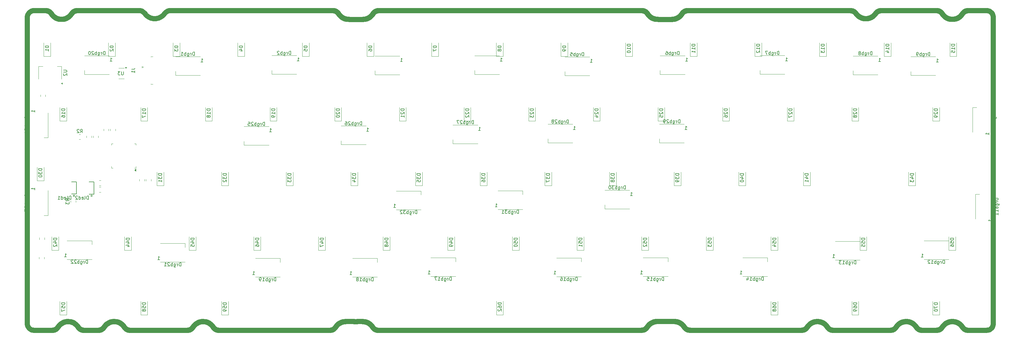
<source format=gbr>
%TF.GenerationSoftware,KiCad,Pcbnew,8.99.0-2194-gb3b7cbcab2*%
%TF.CreationDate,2024-09-18T03:31:56+07:00*%
%TF.ProjectId,Sebas_nuxros,53656261-735f-46e7-9578-726f732e6b69,rev?*%
%TF.SameCoordinates,Original*%
%TF.FileFunction,Legend,Bot*%
%TF.FilePolarity,Positive*%
%FSLAX46Y46*%
G04 Gerber Fmt 4.6, Leading zero omitted, Abs format (unit mm)*
G04 Created by KiCad (PCBNEW 8.99.0-2194-gb3b7cbcab2) date 2024-09-18 03:31:56*
%MOMM*%
%LPD*%
G01*
G04 APERTURE LIST*
%ADD10C,1.500000*%
%ADD11C,0.500000*%
%ADD12C,0.150000*%
%ADD13C,0.120000*%
G04 APERTURE END LIST*
D10*
X184932267Y-24281240D02*
X184924149Y-24274713D01*
X184916016Y-24268206D01*
X184909367Y-24262915D01*
X184902705Y-24257642D01*
X184896788Y-24252986D01*
X184890858Y-24248348D01*
X184885411Y-24244114D01*
X184879952Y-24239898D01*
X184874842Y-24235977D01*
X184869720Y-24232074D01*
X184864867Y-24228403D01*
X184860003Y-24224748D01*
X184855356Y-24221283D01*
X184850697Y-24217834D01*
X184846217Y-24214544D01*
X184841727Y-24211272D01*
X184837389Y-24208136D01*
X184833039Y-24205017D01*
X184828821Y-24202017D01*
X184824591Y-24199034D01*
X184817430Y-24194044D01*
X194767019Y-25681476D02*
X194757594Y-25688468D01*
X194747595Y-25695789D01*
X194736879Y-25703539D01*
X194725225Y-25711873D01*
X194712247Y-25721061D01*
X194697151Y-25731658D01*
X194674413Y-25747523D01*
X194657486Y-25759326D01*
X194640580Y-25771169D01*
X194632143Y-25777117D01*
X194623720Y-25783088D01*
X194615316Y-25789088D01*
X194606934Y-25795120D01*
D11*
X247364211Y-25334332D02*
X247103894Y-25062948D01*
X105123781Y-24224085D02*
X104894108Y-24398468D01*
D10*
X37532283Y-25032949D02*
X37792600Y-25304333D01*
X286619721Y-117581495D02*
X286391283Y-117752503D01*
X197242228Y-23870001D02*
X197224142Y-23870488D01*
X197206059Y-23870994D01*
X197187980Y-23871538D01*
X197169910Y-23872139D01*
X197160878Y-23872468D01*
X197151850Y-23872817D01*
X197142824Y-23873191D01*
X197133803Y-23873591D01*
X197124785Y-23874020D01*
X197115771Y-23874480D01*
X197106761Y-23874973D01*
X197097757Y-23875502D01*
X197088758Y-23876070D01*
X197079764Y-23876678D01*
X197070776Y-23877329D01*
X197061794Y-23878025D01*
X197052819Y-23878770D01*
X197043850Y-23879564D01*
X197034888Y-23880412D01*
X197025934Y-23881314D01*
X197016988Y-23882274D01*
X197008049Y-23883293D01*
X196999119Y-23884375D01*
X196990198Y-23885521D01*
X196981286Y-23886734D01*
X196972383Y-23888016D01*
X196963489Y-23889371D01*
X196954606Y-23890799D01*
D11*
X287150450Y-116930827D02*
X287250172Y-116663463D01*
D10*
X31005136Y-116830804D02*
X31014657Y-116843342D01*
X31024345Y-116856230D01*
X31034224Y-116869503D01*
X31044321Y-116883202D01*
X31054671Y-116897377D01*
X31065316Y-116912089D01*
X31076310Y-116927416D01*
X31087722Y-116943461D01*
X31099646Y-116960360D01*
X31112215Y-116978308D01*
X31125624Y-116997589D01*
X31140190Y-117018668D01*
X31156493Y-117042391D01*
X31175841Y-117070674D01*
X31195467Y-117099434D01*
X31219443Y-117134562D01*
X96071506Y-115530432D02*
X96086719Y-115528891D01*
X96102207Y-115527402D01*
X96117988Y-115525964D01*
X96134086Y-115524577D01*
X96150526Y-115523239D01*
X96167338Y-115521951D01*
X96184557Y-115520711D01*
X96202223Y-115519518D01*
X96220384Y-115518371D01*
X96239099Y-115517267D01*
X96258440Y-115516206D01*
X96278496Y-115515184D01*
X96299382Y-115514198D01*
X96321249Y-115513244D01*
X96344306Y-115512315D01*
X96368849Y-115511405D01*
X96395339Y-115510499D01*
X96424550Y-115509575D01*
X96458014Y-115508591D01*
X96463270Y-115508442D01*
D11*
X184590211Y-117915728D02*
X184842450Y-117776372D01*
D10*
X95651210Y-26003772D02*
X95640589Y-25997985D01*
X95628712Y-25991600D01*
X95614774Y-25984189D01*
X95596529Y-25974559D01*
X95581642Y-25966706D01*
X95566782Y-25958819D01*
X95559369Y-25954851D01*
X95551970Y-25950862D01*
X95544589Y-25946846D01*
X95537228Y-25942799D01*
X95529891Y-25938717D01*
X95522579Y-25934595D01*
X95515296Y-25930429D01*
X95508043Y-25926214D01*
X95500825Y-25921945D01*
X95493644Y-25917618D01*
X95486502Y-25913229D01*
X95482947Y-25911010D01*
X95479403Y-25908773D01*
X257553633Y-117987396D02*
X257564860Y-117984384D01*
X257576087Y-117981289D01*
X257587311Y-117978112D01*
X257598534Y-117974853D01*
X257609752Y-117971511D01*
X257620966Y-117968088D01*
X257632174Y-117964582D01*
X257643374Y-117960995D01*
X257654567Y-117957326D01*
X257665751Y-117953577D01*
X257676924Y-117949746D01*
X257688086Y-117945835D01*
X257699236Y-117941843D01*
X257710372Y-117937771D01*
X257721493Y-117933620D01*
X257732598Y-117929389D01*
X257743687Y-117925079D01*
X257754757Y-117920690D01*
X257765808Y-117916223D01*
X257776839Y-117911677D01*
X257787848Y-117907054D01*
X257798835Y-117902354D01*
X257809797Y-117897577D01*
X257820735Y-117892724D01*
X257831647Y-117887794D01*
X257842531Y-117882790D01*
X257853387Y-117877710D01*
X257864213Y-117872556D01*
X257875009Y-117867327D01*
X257885773Y-117862026D01*
X257896504Y-117856651D01*
X257907201Y-117851204D01*
X257917862Y-117845685D01*
X257923180Y-117842899D01*
X257928488Y-117840095D01*
X257933787Y-117837273D01*
X257939076Y-117834434D01*
X257944355Y-117831577D01*
X257949625Y-117828703D01*
X257954885Y-117825811D01*
X257960135Y-117822902D01*
X257965375Y-117819976D01*
X257970604Y-117817032D01*
X257975823Y-117814072D01*
X257981032Y-117811095D01*
X257986229Y-117808100D01*
X257991416Y-117805089D01*
X257996592Y-117802061D01*
X258001757Y-117799017D01*
X258006910Y-117795956D01*
X258012052Y-117792878D01*
X258017183Y-117789784D01*
X258022302Y-117786673D01*
X258027409Y-117783547D01*
X258032504Y-117780404D01*
X258037587Y-117777245D01*
X258042659Y-117774070D01*
X258047717Y-117770879D01*
X258052764Y-117767672D01*
X258057797Y-117764450D01*
X258062819Y-117761212D01*
X258067827Y-117757958D01*
X258072823Y-117754689D01*
X258077805Y-117751405D01*
X258082775Y-117748104D01*
X258087730Y-117744790D01*
X258092674Y-117741459D01*
X258097602Y-117738115D01*
X258102519Y-117734754D01*
X258107420Y-117731380D01*
X258112309Y-117727989D01*
X258117182Y-117724585D01*
X258122043Y-117721166D01*
X258126888Y-117717733D01*
X258131720Y-117714285D01*
X258136536Y-117710823D01*
X258141339Y-117707346D01*
X258146126Y-117703857D01*
X258150900Y-117700351D01*
X258155658Y-117696834D01*
X258160402Y-117693301D01*
X258165129Y-117689756D01*
X258169843Y-117686195D01*
X258174540Y-117682623D01*
X258179223Y-117679036D01*
X258183889Y-117675437D01*
X258188541Y-117671823D01*
X258193176Y-117668198D01*
X258197797Y-117664558D01*
X258202399Y-117660906D01*
X258206988Y-117657240D01*
X258211559Y-117653563D01*
X258216116Y-117649872D01*
X258220654Y-117646170D01*
X258225178Y-117642453D01*
X258229683Y-117638726D01*
X258234175Y-117634985D01*
X258238647Y-117631234D01*
X258243104Y-117627468D01*
X258247543Y-117623693D01*
X258251967Y-117619903D01*
X258256372Y-117616104D01*
X258260762Y-117612291D01*
X258265132Y-117608469D01*
X258269488Y-117604632D01*
X258273823Y-117600787D01*
X258278144Y-117596928D01*
X258282445Y-117593060D01*
X258286731Y-117589179D01*
X258290997Y-117585289D01*
X258295247Y-117581386D01*
X258299477Y-117577474D01*
X258303692Y-117573549D01*
X258305128Y-117572206D01*
D11*
X276526633Y-115766836D02*
X276865302Y-115920134D01*
X94020087Y-24398434D02*
X93790414Y-24224043D01*
D10*
X251360492Y-25843271D02*
X251368429Y-25839127D01*
X251376358Y-25834964D01*
X251384251Y-25830798D01*
X251392135Y-25826614D01*
X251399984Y-25822426D01*
X251407823Y-25818220D01*
X251415627Y-25814010D01*
X251423422Y-25809783D01*
X251431181Y-25805551D01*
X251438931Y-25801303D01*
X251446646Y-25797050D01*
X251454351Y-25792780D01*
X251462021Y-25788507D01*
X251469681Y-25784216D01*
X251477306Y-25779921D01*
X251484922Y-25775610D01*
X251492502Y-25771295D01*
X251500072Y-25766962D01*
X251507608Y-25762627D01*
X251515133Y-25758274D01*
X251522624Y-25753918D01*
X251530104Y-25749545D01*
X251537549Y-25745169D01*
X251544984Y-25740776D01*
X251552385Y-25736380D01*
X251559775Y-25731967D01*
X251567130Y-25727552D01*
X251574475Y-25723119D01*
X251581785Y-25718683D01*
X251589085Y-25714231D01*
X251596350Y-25709776D01*
X251603605Y-25705305D01*
X251610825Y-25700830D01*
X251618034Y-25696339D01*
X251625209Y-25691846D01*
X251632374Y-25687336D01*
X251639504Y-25682824D01*
X251646622Y-25678295D01*
X251653708Y-25673764D01*
X251660781Y-25669216D01*
X251667821Y-25664666D01*
X251674850Y-25660099D01*
X251681845Y-25655531D01*
X251688828Y-25650946D01*
X251695778Y-25646359D01*
X251702716Y-25641756D01*
X251709621Y-25637151D01*
X251716515Y-25632530D01*
X251723374Y-25627906D01*
X251730223Y-25623267D01*
X251737038Y-25618626D01*
X251743841Y-25613968D01*
X251750611Y-25609309D01*
X251757369Y-25604634D01*
X251764094Y-25599957D01*
X251770808Y-25595264D01*
X251777488Y-25590570D01*
X251784156Y-25585860D01*
X251790792Y-25581148D01*
X251797415Y-25576420D01*
X251804006Y-25571691D01*
X251810585Y-25566946D01*
X251817131Y-25562199D01*
X251823665Y-25557437D01*
X251830167Y-25552674D01*
X251836656Y-25547894D01*
X251843113Y-25543114D01*
X251849558Y-25538318D01*
X251855971Y-25533520D01*
X251862371Y-25528708D01*
X251868739Y-25523893D01*
X251875094Y-25519064D01*
X251881418Y-25514233D01*
X251887729Y-25509387D01*
X251894009Y-25504540D01*
X251900276Y-25499677D01*
X251906511Y-25494813D01*
X251912734Y-25489934D01*
X251918925Y-25485054D01*
X251925103Y-25480159D01*
X251931250Y-25475263D01*
X251937384Y-25470351D01*
X251943487Y-25465439D01*
X251949577Y-25460511D01*
X251955637Y-25455583D01*
X251961683Y-25450639D01*
X251967698Y-25445695D01*
X251973700Y-25440735D01*
X251979672Y-25435775D01*
X251985630Y-25430800D01*
X251991558Y-25425824D01*
X251997473Y-25420833D01*
X252003357Y-25415841D01*
X252009228Y-25410835D01*
X252015069Y-25405828D01*
X252020897Y-25400806D01*
X252026694Y-25395783D01*
X252032478Y-25390745D01*
X252038232Y-25385707D01*
X252043973Y-25380654D01*
X252049684Y-25375601D01*
X252055381Y-25370533D01*
X252061049Y-25365464D01*
X252066703Y-25360380D01*
X252072328Y-25355296D01*
X252077939Y-25350198D01*
X252083521Y-25345099D01*
X252089089Y-25339985D01*
X252094628Y-25334871D01*
X252100153Y-25329742D01*
X252105649Y-25324613D01*
X252111131Y-25319469D01*
X252116585Y-25314325D01*
X252122025Y-25309166D01*
X252127095Y-25304333D01*
D11*
X104688211Y-117396844D02*
X104890396Y-117602186D01*
X186546126Y-116063727D02*
X186889571Y-115873975D01*
D10*
X264144223Y-116551491D02*
X264153899Y-116561953D01*
X264163639Y-116572602D01*
X264173448Y-116583445D01*
X264183335Y-116594491D01*
X264193306Y-116605750D01*
X264203369Y-116617234D01*
X264213534Y-116628953D01*
X264223810Y-116640923D01*
X264234210Y-116653158D01*
X264244745Y-116665674D01*
X264255431Y-116678493D01*
X264266284Y-116691635D01*
X264277324Y-116705128D01*
X264288572Y-116719001D01*
X264300056Y-116733289D01*
X264311806Y-116748035D01*
X264323862Y-116763292D01*
X264336271Y-116779121D01*
X264349092Y-116795603D01*
X264362402Y-116812842D01*
X264376304Y-116830975D01*
X264390939Y-116850192D01*
X264406516Y-116870771D01*
X264423359Y-116893152D01*
X264442040Y-116918101D01*
X264463759Y-116947228D01*
X264494237Y-116988220D01*
X264521481Y-117024868D01*
X264535127Y-117043189D01*
X264548797Y-117061501D01*
X264562497Y-117079800D01*
X264576235Y-117098080D01*
X264590016Y-117116335D01*
X264603847Y-117134562D01*
X57411943Y-117134562D02*
X57424291Y-117152606D01*
X57436674Y-117170629D01*
X57443731Y-117180855D01*
X57450809Y-117191067D01*
X57456840Y-117199732D01*
X57462889Y-117208384D01*
X57468347Y-117216152D01*
X57473822Y-117223908D01*
X57478895Y-117231059D01*
X57483986Y-117238197D01*
X57488779Y-117244882D01*
X57493589Y-117251555D01*
X57498166Y-117257869D01*
X57502759Y-117264170D01*
X57507163Y-117270177D01*
X57511584Y-117276172D01*
X57515847Y-117281918D01*
X57520127Y-117287651D01*
X57524272Y-117293170D01*
X57528433Y-117298677D01*
X57532478Y-117303996D01*
X57536539Y-117309302D01*
X57540499Y-117314443D01*
X57544474Y-117319570D01*
X57548360Y-117324548D01*
X57552262Y-117329514D01*
X57556084Y-117334344D01*
X57559921Y-117339162D01*
X57563687Y-117343857D01*
X57567468Y-117348539D01*
X57571185Y-117353109D01*
X57574917Y-117357665D01*
X57578590Y-117362117D01*
X57582279Y-117366557D01*
X57582514Y-117366839D01*
X9960285Y-25109198D02*
X9950764Y-25096660D01*
X9941076Y-25083772D01*
X9931197Y-25070499D01*
X9921100Y-25056800D01*
X9910750Y-25042625D01*
X9900105Y-25027913D01*
X9889111Y-25012586D01*
X9877699Y-24996541D01*
X9865775Y-24979642D01*
X9853206Y-24961694D01*
X9839797Y-24942413D01*
X9825231Y-24921334D01*
X9808928Y-24897611D01*
X9789580Y-24869328D01*
X9769954Y-24840568D01*
X9745978Y-24805440D01*
X287310006Y-25870001D02*
X287310006Y-116070001D01*
X15759278Y-115678580D02*
X15786067Y-115687119D01*
X15824589Y-115699320D01*
X15857470Y-115709731D01*
X15873897Y-115714952D01*
X15890311Y-115720193D01*
X15906706Y-115725459D01*
X15923081Y-115730759D01*
X15939431Y-115736099D01*
X15955752Y-115741485D01*
X15972041Y-115746925D01*
X15988295Y-115752425D01*
X15996407Y-115755199D01*
X16004509Y-115757992D01*
X16012600Y-115760802D01*
X16020680Y-115763632D01*
X16028748Y-115766483D01*
X16036804Y-115769354D01*
X16044848Y-115772247D01*
X16052878Y-115775163D01*
X16060895Y-115778102D01*
X16068898Y-115781065D01*
X16076886Y-115784054D01*
X16084860Y-115787069D01*
X16092818Y-115790111D01*
X16100760Y-115793181D01*
X16108686Y-115796280D01*
X16116596Y-115799408D01*
X16124488Y-115802566D01*
X16132363Y-115805755D01*
X16140219Y-115808977D01*
X16148058Y-115812231D01*
X16155877Y-115815519D01*
X16163676Y-115818842D01*
X16171456Y-115822200D01*
X16179215Y-115825595D01*
X16186954Y-115829026D01*
X16194671Y-115832496D01*
X16202366Y-115836004D01*
X16210040Y-115839552D01*
X16217690Y-115843141D01*
X16225318Y-115846771D01*
X16232922Y-115850443D01*
X16240502Y-115854159D01*
X16248057Y-115857918D01*
X16255588Y-115861722D01*
X16263093Y-115865572D01*
X16270572Y-115869468D01*
X16278025Y-115873411D01*
X16285451Y-115877403D01*
X16292850Y-115881443D01*
X16300222Y-115885534D01*
X16307565Y-115889675D01*
X16314879Y-115893868D01*
X16322165Y-115898113D01*
X16329421Y-115902412D01*
X3098496Y-24560279D02*
X3300273Y-24358501D01*
D11*
X230813422Y-118100000D02*
X231100855Y-118079245D01*
D10*
X286391283Y-117752503D02*
X286140832Y-117889261D01*
X271416504Y-24054449D02*
X271422300Y-24057122D01*
X271428087Y-24059813D01*
X271433848Y-24062514D01*
X271439600Y-24065233D01*
X271445325Y-24067961D01*
X271451042Y-24070708D01*
X271456732Y-24073464D01*
X271462413Y-24076238D01*
X271468067Y-24079021D01*
X271473713Y-24081822D01*
X271479331Y-24084632D01*
X271484940Y-24087460D01*
X271490523Y-24090297D01*
X271496096Y-24093152D01*
X271501643Y-24096015D01*
X271507180Y-24098897D01*
X271512690Y-24101787D01*
X271518191Y-24104694D01*
X271523666Y-24107610D01*
X271529130Y-24110544D01*
X271534568Y-24113486D01*
X271539996Y-24116446D01*
X271545397Y-24119414D01*
X271550789Y-24122399D01*
X271556154Y-24125393D01*
X271561509Y-24128404D01*
X271566837Y-24131423D01*
X271572156Y-24134459D01*
X271577447Y-24137503D01*
X271582729Y-24140565D01*
X271587984Y-24143634D01*
X271593228Y-24146721D01*
X271598446Y-24149815D01*
X271603654Y-24152926D01*
X271608836Y-24156045D01*
X271614006Y-24159181D01*
X271619151Y-24162324D01*
X271624285Y-24165485D01*
X271629392Y-24168653D01*
X271634489Y-24171838D01*
X271639560Y-24175029D01*
X271644620Y-24178238D01*
X271649654Y-24181454D01*
X271654677Y-24184687D01*
X271659673Y-24187927D01*
X271664659Y-24191184D01*
X271668821Y-24193921D01*
D11*
X253479494Y-24069462D02*
X253234987Y-24197915D01*
X257844476Y-117915734D02*
X258096720Y-117776373D01*
X13788831Y-115650395D02*
X14152209Y-115571984D01*
X286640919Y-24388489D02*
X286412479Y-24217479D01*
X252810339Y-24549134D02*
X252638297Y-24765202D01*
D10*
X287228984Y-116633464D02*
X287129262Y-116900828D01*
D11*
X261106522Y-115571911D02*
X261476172Y-115532482D01*
X12892139Y-26469494D02*
X12520235Y-26469494D01*
X252638297Y-24765202D02*
X252408599Y-25062948D01*
D10*
X271668821Y-24193921D02*
X271678699Y-24200485D01*
X271688564Y-24207136D01*
X271698414Y-24213873D01*
X271708250Y-24220698D01*
X271718071Y-24227610D01*
X271727878Y-24234608D01*
X271737669Y-24241694D01*
X271747444Y-24248868D01*
X271757204Y-24256128D01*
X271766947Y-24263476D01*
X271776673Y-24270912D01*
X271786382Y-24278434D01*
X271796073Y-24286045D01*
X271805747Y-24293742D01*
X271815402Y-24301527D01*
X271825039Y-24309400D01*
X271834656Y-24317360D01*
X271844254Y-24325408D01*
X271853831Y-24333542D01*
X271863388Y-24341764D01*
X271872923Y-24350074D01*
X271882437Y-24358470D01*
X271891929Y-24366953D01*
X271901398Y-24375524D01*
X271910844Y-24384180D01*
X271920266Y-24392924D01*
X271929664Y-24401754D01*
X271939037Y-24410670D01*
X271948385Y-24419672D01*
X271957707Y-24428760D01*
X271967001Y-24437933D01*
X271976269Y-24447192D01*
X271985508Y-24456536D01*
X271994719Y-24465964D01*
X271999566Y-24470971D01*
X194781368Y-115827504D02*
X194794972Y-115834128D01*
X194808597Y-115840851D01*
X194822242Y-115847674D01*
X194835910Y-115854597D01*
X194849600Y-115861620D01*
X194863313Y-115868745D01*
X194877051Y-115875973D01*
X194890815Y-115883305D01*
X194904604Y-115890740D01*
X194918420Y-115898281D01*
X194932264Y-115905929D01*
X194946137Y-115913683D01*
X194960040Y-115921545D01*
X194973974Y-115929517D01*
X194987940Y-115937599D01*
X195001939Y-115945792D01*
X195015972Y-115954097D01*
X195030040Y-115962516D01*
X195044145Y-115971050D01*
X195058287Y-115979700D01*
X195072468Y-115988467D01*
X195086690Y-115997353D01*
X195100953Y-116006359D01*
X195115258Y-116015486D01*
X195129609Y-116024737D01*
X195144005Y-116034111D01*
X195158448Y-116043612D01*
X195172941Y-116053240D01*
X195187484Y-116062998D01*
X195202080Y-116072887D01*
X195216729Y-116082909D01*
X195231435Y-116093067D01*
X195246199Y-116103361D01*
X195261023Y-116113794D01*
X195275909Y-116124368D01*
X195284832Y-116130753D01*
X40560143Y-26229105D02*
X40931316Y-26168732D01*
D11*
X97357086Y-26475644D02*
X96965060Y-26453620D01*
D10*
X10030460Y-118070001D02*
X10063573Y-118068070D01*
X10080129Y-118067084D01*
X10096683Y-118066075D01*
X10113237Y-118065034D01*
X10129789Y-118063954D01*
X10146340Y-118062826D01*
X10162888Y-118061642D01*
X10179434Y-118060395D01*
X10195977Y-118059077D01*
X10204248Y-118058389D01*
X10212518Y-118057680D01*
X10220787Y-118056950D01*
X10229055Y-118056196D01*
X10237322Y-118055419D01*
X10245588Y-118054617D01*
X10253854Y-118053790D01*
X10262118Y-118052935D01*
X10270381Y-118052053D01*
X10278644Y-118051142D01*
X10286905Y-118050202D01*
X10295165Y-118049231D01*
D11*
X11744767Y-117164588D02*
X11959076Y-116860839D01*
X271437129Y-117915719D02*
X271689371Y-117776358D01*
X39830316Y-26259104D02*
X39459144Y-26198731D01*
D10*
X2790732Y-116900828D02*
X2691010Y-116633464D01*
D11*
X94106948Y-116552093D02*
X94399577Y-116290691D01*
X265749277Y-118017385D02*
X266030741Y-118079240D01*
X264795606Y-117396840D02*
X264997788Y-117602194D01*
D10*
X230792234Y-118070001D02*
X216784998Y-118070001D01*
X32625149Y-118049227D02*
X32636252Y-118050672D01*
X32647570Y-118052065D01*
X32659117Y-118053406D01*
X32670914Y-118054697D01*
X32682981Y-118055937D01*
X32695344Y-118057129D01*
X32708033Y-118058273D01*
X32721082Y-118059369D01*
X32734534Y-118060421D01*
X32748440Y-118061430D01*
X32762867Y-118062397D01*
X32777897Y-118063326D01*
X32793640Y-118064221D01*
X32810247Y-118065088D01*
X32827935Y-118065933D01*
X32847037Y-118066769D01*
X32868116Y-118067616D01*
X32892288Y-118068513D01*
X32922506Y-118069566D01*
X32935303Y-118070001D01*
D11*
X196171982Y-24224084D02*
X195942308Y-24398467D01*
D10*
X10702133Y-25784780D02*
X10689236Y-25774945D01*
X10675656Y-25764686D01*
X10661243Y-25753896D01*
X10645774Y-25742412D01*
X10628897Y-25729977D01*
X10609972Y-25716126D01*
X10587590Y-25699835D01*
X10561992Y-25681266D01*
X10534034Y-25660981D01*
X10520075Y-25650824D01*
X10506136Y-25640649D01*
X10492223Y-25630448D01*
X10478341Y-25620213D01*
X10464495Y-25609936D01*
X10450690Y-25599611D01*
X10436933Y-25589230D01*
X10430073Y-25584016D01*
X10423227Y-25578786D01*
X10416395Y-25573537D01*
X10409578Y-25568270D01*
X10402777Y-25562984D01*
X10395993Y-25557676D01*
X10389225Y-25552348D01*
X10382475Y-25546997D01*
X10375743Y-25541623D01*
X10369030Y-25536224D01*
X10362337Y-25530801D01*
X10355664Y-25525351D01*
X10349012Y-25519875D01*
X10342381Y-25514370D01*
X96812915Y-26400298D02*
X96805241Y-26398929D01*
X96797566Y-26397579D01*
X96789922Y-26396256D01*
X96782276Y-26394953D01*
X96774659Y-26393674D01*
X96767038Y-26392416D01*
X96756583Y-26390723D01*
D11*
X195569550Y-24836601D02*
X195342461Y-25156916D01*
X232720866Y-116860804D02*
X232966183Y-116581490D01*
D10*
X197919300Y-118053506D02*
X197932789Y-118055374D01*
X197936758Y-118055930D01*
D11*
X273024902Y-116329772D02*
X273323615Y-116108488D01*
X263891852Y-116329772D02*
X264165410Y-116581491D01*
X35676887Y-23900000D02*
X17363555Y-23900000D01*
X11959076Y-116860839D02*
X12204393Y-116581533D01*
X104691900Y-24604066D02*
X104521348Y-24836598D01*
X277188001Y-25893017D02*
X276867409Y-26081522D01*
D10*
X184817430Y-24194044D02*
X184809348Y-24188503D01*
X184801152Y-24182981D01*
X184792840Y-24177476D01*
X184784408Y-24171987D01*
X184775853Y-24166513D01*
X184767171Y-24161054D01*
X184758360Y-24155606D01*
X184749416Y-24150169D01*
X184740333Y-24144742D01*
X184731109Y-24139323D01*
X184721737Y-24133910D01*
X184712214Y-24128501D01*
X184702534Y-24123094D01*
X184692691Y-24117687D01*
X184682678Y-24112277D01*
X184672488Y-24106863D01*
X184662115Y-24101441D01*
X184651549Y-24096008D01*
X184640782Y-24090560D01*
X184629804Y-24085095D01*
X184618602Y-24079607D01*
X184607166Y-24074093D01*
X184595480Y-24068546D01*
X184583530Y-24062961D01*
X184571296Y-24057331D01*
X184565064Y-24054496D01*
D11*
X91925142Y-118100000D02*
X92212571Y-118079230D01*
X259432241Y-116329772D02*
X259730954Y-116108487D01*
X271690009Y-24223920D02*
X271437692Y-24084448D01*
D10*
X23887759Y-118049231D02*
X23894332Y-118048436D01*
X23900904Y-118047620D01*
X23907400Y-118046794D01*
X23913894Y-118045947D01*
X23920314Y-118045090D01*
X23926732Y-118044212D01*
X23933079Y-118043324D01*
X23939423Y-118042416D01*
X23945698Y-118041498D01*
X23951970Y-118040559D01*
X23958175Y-118039611D01*
X23964377Y-118038642D01*
X23970513Y-118037663D01*
X23976646Y-118036665D01*
X23982715Y-118035656D01*
X23988780Y-118034628D01*
X23994783Y-118033589D01*
X24000783Y-118032531D01*
X24006722Y-118031463D01*
X24012657Y-118030375D01*
X24018532Y-118029278D01*
X24024404Y-118028161D01*
X24030217Y-118027035D01*
X24036027Y-118025888D01*
X24041780Y-118024733D01*
X24047528Y-118023558D01*
X24053221Y-118022373D01*
X24058909Y-118021169D01*
X24064544Y-118019956D01*
X24070173Y-118018723D01*
X24075750Y-118017482D01*
X24081322Y-118016220D01*
X24086842Y-118014950D01*
X24092356Y-118013661D01*
X24097821Y-118012362D01*
X24103279Y-118011044D01*
X24108689Y-118009718D01*
X24114092Y-118008372D01*
X24119448Y-118007017D01*
X24124797Y-118005643D01*
X24130099Y-118004261D01*
X24135395Y-118002859D01*
X24140644Y-118001449D01*
X24145888Y-118000020D01*
X24151086Y-117998582D01*
X24156277Y-117997125D01*
X24161424Y-117995660D01*
X24166565Y-117994175D01*
X24171661Y-117992683D01*
X24176751Y-117991171D01*
X24181799Y-117989651D01*
X24186839Y-117988112D01*
X24191837Y-117986565D01*
X24196829Y-117985000D01*
X24201779Y-117983426D01*
X24206722Y-117981833D01*
X24211624Y-117980232D01*
X24216520Y-117978612D01*
X24221375Y-117976984D01*
X24226224Y-117975338D01*
X24230213Y-117973967D01*
D11*
X233538454Y-116108487D02*
X233858953Y-115920133D01*
X27028441Y-115766836D02*
X27381458Y-115650323D01*
D10*
X197491148Y-118001784D02*
X197501712Y-118003744D01*
X197512515Y-118005669D01*
X197523577Y-118007559D01*
X197534923Y-118009417D01*
X197546581Y-118011247D01*
X197558585Y-118013051D01*
X197570978Y-118014834D01*
X197583811Y-118016601D01*
X197597149Y-118018358D01*
X197611074Y-118020113D01*
X197625701Y-118021878D01*
X197641183Y-118023669D01*
X197657751Y-118025507D01*
X197675766Y-118027429D01*
X197695872Y-118029498D01*
X197719445Y-118031851D01*
X197749869Y-118034827D01*
X197771088Y-118036897D01*
X197792305Y-118038993D01*
X197813514Y-118041139D01*
X197824114Y-118042239D01*
X197834712Y-118043361D01*
X197845305Y-118044508D01*
X197855893Y-118045684D01*
X197866477Y-118046890D01*
X197877055Y-118048132D01*
X197887627Y-118049411D01*
X197898192Y-118050731D01*
X197908750Y-118052095D01*
X197919300Y-118053506D01*
D11*
X184586243Y-24084498D02*
X184316430Y-23982697D01*
X239556777Y-118017385D02*
X239838241Y-118079240D01*
D10*
X184954058Y-117555688D02*
X184962692Y-117547608D01*
X184971345Y-117539402D01*
X184980019Y-117531067D01*
X184988717Y-117522598D01*
X184997441Y-117513991D01*
X185006196Y-117505244D01*
X185014985Y-117496350D01*
X185023811Y-117487304D01*
X185032678Y-117478103D01*
X185041592Y-117468740D01*
X185050555Y-117459208D01*
X185059574Y-117449501D01*
X185068654Y-117439612D01*
X185077801Y-117429532D01*
X185087022Y-117419254D01*
X185096324Y-117408765D01*
X185105715Y-117398057D01*
X185115203Y-117387117D01*
X185124800Y-117375931D01*
X185134517Y-117364485D01*
X185144366Y-117352759D01*
X185154362Y-117340736D01*
X185164522Y-117328391D01*
X185174866Y-117315698D01*
X185185418Y-117302626D01*
X185196204Y-117289138D01*
X185207258Y-117275188D01*
X185218622Y-117260720D01*
X185230347Y-117245667D01*
X185242499Y-117229937D01*
X185255165Y-117213415D01*
X185268464Y-117195938D01*
X185282569Y-117177274D01*
X185297747Y-117157065D01*
X185314448Y-117134700D01*
X185326819Y-117118067D01*
D11*
X236388455Y-115650323D02*
X236741473Y-115766835D01*
X278003389Y-116860803D02*
X278217696Y-117164561D01*
D10*
X256984734Y-118070001D02*
X256984736Y-118070001D01*
X257020647Y-118066858D01*
X257038601Y-118065272D01*
X257056551Y-118063668D01*
X257074497Y-118062040D01*
X257092438Y-118060383D01*
X257110372Y-118058689D01*
X257128299Y-118056955D01*
X257146218Y-118055172D01*
X257164128Y-118053337D01*
X257182027Y-118051441D01*
X257199914Y-118049481D01*
X257217789Y-118047449D01*
X257226721Y-118046405D01*
X257235650Y-118045340D01*
X257244575Y-118044255D01*
X257253497Y-118043148D01*
X257262414Y-118042019D01*
X257271328Y-118040866D01*
X257280237Y-118039690D01*
X257289142Y-118038490D01*
X257298042Y-118037264D01*
X257306938Y-118036013D01*
X257315829Y-118034734D01*
X257324716Y-118033428D01*
X257333597Y-118032094D01*
X257342473Y-118030731D01*
X257351345Y-118029338D01*
X257360210Y-118027915D01*
X257369070Y-118026460D01*
X257377925Y-118024974D01*
X257386774Y-118023455D01*
X257395617Y-118021902D01*
X257404454Y-118020316D01*
X257413284Y-118018694D01*
X257422109Y-118017037D01*
X257430927Y-118015343D01*
X257439738Y-118013613D01*
X257448543Y-118011844D01*
X257457341Y-118010037D01*
X257466132Y-118008190D01*
X257474916Y-118006304D01*
X257483693Y-118004376D01*
X257492463Y-118002407D01*
X257501225Y-118000395D01*
X257509979Y-117998341D01*
X257518726Y-117996242D01*
X257527465Y-117994100D01*
X257536196Y-117991911D01*
X257544918Y-117989677D01*
X257553633Y-117987396D01*
X3300273Y-24358501D02*
X3528713Y-24187493D01*
D11*
X185671932Y-116844646D02*
X185933457Y-116552131D01*
X253234987Y-24197915D02*
X253010509Y-24358829D01*
D10*
X9373225Y-24367811D02*
X9368302Y-24363521D01*
X9363366Y-24359246D01*
X9358426Y-24354993D01*
X9353472Y-24350756D01*
X9348514Y-24346541D01*
X9343544Y-24342342D01*
X9338569Y-24338165D01*
X9333581Y-24334003D01*
X9328589Y-24329864D01*
X9323584Y-24325741D01*
X9318575Y-24321640D01*
X9313554Y-24317555D01*
X9308528Y-24313493D01*
X9303490Y-24309446D01*
X9298449Y-24305421D01*
X9293395Y-24301413D01*
X9288337Y-24297427D01*
X9283267Y-24293457D01*
X9278194Y-24289509D01*
X9273108Y-24285578D01*
X9268019Y-24281669D01*
X9262917Y-24277776D01*
X9257813Y-24273906D01*
X9252696Y-24270051D01*
X9247576Y-24266220D01*
X9242445Y-24262404D01*
X9237310Y-24258611D01*
X9232163Y-24254835D01*
X9227014Y-24251081D01*
X9221852Y-24247343D01*
X9216688Y-24243628D01*
X9211512Y-24239929D01*
X9206334Y-24236252D01*
X9201144Y-24232593D01*
X9195951Y-24228955D01*
X9190747Y-24225335D01*
X9185540Y-24221736D01*
X9180322Y-24218155D01*
X9175101Y-24214596D01*
X9169869Y-24211053D01*
X9164635Y-24207533D01*
X9159390Y-24204030D01*
X9154142Y-24200549D01*
X9148883Y-24197085D01*
X9143629Y-24193648D01*
D11*
X16042729Y-24398219D02*
X15840534Y-24603728D01*
D10*
X24564990Y-117816026D02*
X24573878Y-117811014D01*
X24582760Y-117805981D01*
X24591044Y-117801263D01*
X24599321Y-117796525D01*
X24607131Y-117792030D01*
X24614933Y-117787515D01*
X24622357Y-117783196D01*
X24629771Y-117778858D01*
X24636867Y-117774682D01*
X24643954Y-117770488D01*
X24650768Y-117766432D01*
X24657572Y-117762358D01*
X24664139Y-117758402D01*
X24670694Y-117754428D01*
X24677039Y-117750559D01*
X24683372Y-117746672D01*
X24689518Y-117742878D01*
X24695651Y-117739066D01*
X24701614Y-117735336D01*
X24707564Y-117731590D01*
X24713360Y-117727918D01*
X24719143Y-117724229D01*
X24724783Y-117720607D01*
X24730411Y-117716969D01*
X24735907Y-117713393D01*
X24741390Y-117709800D01*
X24746751Y-117706263D01*
X24752098Y-117702711D01*
X24757332Y-117699210D01*
X24762552Y-117695693D01*
X24767665Y-117692224D01*
X24772765Y-117688740D01*
X24777765Y-117685300D01*
X24782751Y-117681844D01*
X24787642Y-117678430D01*
X24792519Y-117675001D01*
X24797307Y-117671610D01*
X24802081Y-117668203D01*
X24806770Y-117664833D01*
X24811445Y-117661448D01*
X24816038Y-117658096D01*
X24820618Y-117654730D01*
X24825121Y-117651395D01*
X24829610Y-117648046D01*
X24834025Y-117644726D01*
X24838426Y-117641392D01*
X24842757Y-117638086D01*
X24847073Y-117634765D01*
X24851322Y-117631471D01*
X24855556Y-117628162D01*
X24859726Y-117624878D01*
X24863881Y-117621580D01*
X24867974Y-117618306D01*
X24872052Y-117615017D01*
X24876071Y-117611751D01*
X24880075Y-117608471D01*
X24884021Y-117605212D01*
X24887953Y-117601939D01*
X24891828Y-117598686D01*
X24895690Y-117595419D01*
X24899497Y-117592171D01*
X24903290Y-117588909D01*
X24907030Y-117585665D01*
X24910757Y-117582408D01*
X24914432Y-117579168D01*
X24918093Y-117575914D01*
X24921705Y-117572676D01*
X24925302Y-117569425D01*
X24928852Y-117566189D01*
X24932387Y-117562939D01*
X24935876Y-117559705D01*
X24939350Y-117556457D01*
X24942779Y-117553223D01*
X24946194Y-117549975D01*
X24949565Y-117546741D01*
X24952922Y-117543493D01*
X24956236Y-117540258D01*
X24959535Y-117537009D01*
X24962794Y-117533773D01*
X24966037Y-117530523D01*
X24969240Y-117527285D01*
X24972429Y-117524033D01*
X24975578Y-117520793D01*
X24978712Y-117517538D01*
X24981809Y-117514295D01*
X24984890Y-117511038D01*
X24987934Y-117507791D01*
X24990964Y-117504530D01*
X24993956Y-117501279D01*
X24996935Y-117498014D01*
X24999877Y-117494759D01*
X25002805Y-117491490D01*
X25005698Y-117488230D01*
X25008576Y-117484956D01*
X25011420Y-117481690D01*
X25014249Y-117478411D01*
X25017045Y-117475139D01*
X25019827Y-117471855D01*
X25021797Y-117469508D01*
D11*
X248647014Y-26098884D02*
X248297266Y-25960716D01*
X26070561Y-116329771D02*
X26369274Y-116108487D01*
X277486780Y-25671560D02*
X277188001Y-25893017D01*
X276173616Y-115650324D02*
X276526633Y-115766836D01*
D10*
X195059719Y-25419758D02*
X195052436Y-25427118D01*
X195045138Y-25434464D01*
X195038191Y-25441428D01*
X195031228Y-25448377D01*
X195024554Y-25455010D01*
X195017865Y-25461628D01*
X195011419Y-25467977D01*
X195004959Y-25474311D01*
X194998707Y-25480413D01*
X194992441Y-25486499D01*
X194986357Y-25492380D01*
X194980259Y-25498246D01*
X194974321Y-25503929D01*
X194968370Y-25509597D01*
X194962562Y-25515101D01*
X194956740Y-25520589D01*
X194951048Y-25525928D01*
X194945342Y-25531251D01*
X194939752Y-25536438D01*
X194934150Y-25541609D01*
X194928653Y-25546655D01*
X194923144Y-25551685D01*
X194917732Y-25556598D01*
X194912307Y-25561496D01*
X194906972Y-25566286D01*
X194901624Y-25571059D01*
X194896359Y-25575732D01*
X194891082Y-25580389D01*
X194885881Y-25584950D01*
X194880668Y-25589496D01*
X194875526Y-25593953D01*
X194870372Y-25598393D01*
X194865285Y-25602750D01*
X194860185Y-25607090D01*
X194855149Y-25611350D01*
X194850099Y-25615595D01*
X194845109Y-25619763D01*
X194840106Y-25623916D01*
X194835159Y-25627996D01*
X194830199Y-25632060D01*
X194825292Y-25636055D01*
X194820372Y-25640034D01*
X194815502Y-25643948D01*
X194810619Y-25647845D01*
X194805783Y-25651679D01*
X194800935Y-25655497D01*
X194796131Y-25659255D01*
X194791315Y-25662996D01*
X194786541Y-25666680D01*
X194781755Y-25670347D01*
X194777008Y-25673958D01*
X194772250Y-25677553D01*
X194767019Y-25681476D01*
X195921124Y-24368469D02*
X195915420Y-24373583D01*
X195909730Y-24378712D01*
X195904184Y-24383739D01*
X195898652Y-24388780D01*
X195893252Y-24393728D01*
X195887867Y-24398691D01*
X195882604Y-24403568D01*
X195877356Y-24408460D01*
X195872221Y-24413272D01*
X195867102Y-24418099D01*
X195862089Y-24422854D01*
X195857090Y-24427622D01*
X195852192Y-24432323D01*
X195847309Y-24437038D01*
X195842519Y-24441690D01*
X195837745Y-24446356D01*
X195833059Y-24450963D01*
X195828389Y-24455583D01*
X195823803Y-24460149D01*
X195819231Y-24464729D01*
X195814740Y-24469256D01*
X195810264Y-24473798D01*
X195805864Y-24478291D01*
X195801479Y-24482797D01*
X195797167Y-24487258D01*
X195792870Y-24491732D01*
X195788642Y-24496162D01*
X195784430Y-24500607D01*
X195780284Y-24505010D01*
X195776153Y-24509427D01*
X195772086Y-24513804D01*
X195768034Y-24518196D01*
X195764044Y-24522550D01*
X195760069Y-24526918D01*
X195756152Y-24531251D01*
X195752252Y-24535597D01*
X195748407Y-24539909D01*
X195744579Y-24544235D01*
X195740805Y-24548530D01*
X195737046Y-24552837D01*
X195733340Y-24557115D01*
X195729650Y-24561405D01*
X195726011Y-24565667D01*
X195722387Y-24569942D01*
X195718916Y-24574067D01*
D11*
X285615825Y-23920336D02*
X285331194Y-23900000D01*
X266030741Y-118079240D02*
X266318172Y-118100000D01*
D10*
X286619731Y-24358490D02*
X286821509Y-24560270D01*
D11*
X49836742Y-118100000D02*
X50124171Y-118079230D01*
D10*
X185533391Y-24966750D02*
X185524364Y-24953694D01*
X185514616Y-24939732D01*
X185503904Y-24924520D01*
X185491773Y-24907424D01*
X185477171Y-24886967D01*
X185463972Y-24868535D01*
X185452901Y-24853077D01*
X185441846Y-24837609D01*
X185430821Y-24822120D01*
X185419839Y-24806599D01*
D11*
X194468052Y-25938792D02*
X194124435Y-26128789D01*
X41315057Y-26098884D02*
X40952504Y-26198731D01*
D10*
X54702381Y-115529514D02*
X54712697Y-115530220D01*
X54723429Y-115530875D01*
X54734647Y-115531482D01*
X54746449Y-115532043D01*
X54758972Y-115532560D01*
X54772419Y-115533038D01*
X54787125Y-115533485D01*
X54803704Y-115533914D01*
X54823589Y-115534358D01*
X54841574Y-115534725D01*
X54862027Y-115535144D01*
X54882465Y-115535609D01*
X54892677Y-115535873D01*
X54902884Y-115536165D01*
X54913084Y-115536491D01*
X54923277Y-115536858D01*
X54933462Y-115537270D01*
X54943638Y-115537733D01*
X54953806Y-115538253D01*
X54963963Y-115538837D01*
X54974110Y-115539488D01*
X54984245Y-115540214D01*
X54989308Y-115540606D01*
X54994368Y-115541020D01*
X54999425Y-115541454D01*
X55004479Y-115541911D01*
D11*
X287013693Y-117181278D02*
X287150450Y-116930827D01*
X43684549Y-24197895D02*
X43460068Y-24358810D01*
D10*
X94377892Y-24806599D02*
X94366436Y-24790289D01*
X94355045Y-24774001D01*
X94340322Y-24752960D01*
X94332939Y-24742455D01*
X94325528Y-24731967D01*
X94318083Y-24721504D01*
X94310594Y-24711071D01*
X94303051Y-24700675D01*
X94299258Y-24695493D01*
X94295448Y-24690322D01*
D11*
X279072269Y-117915767D02*
X279341926Y-118017434D01*
D10*
X285594635Y-118049642D02*
X285310006Y-118070001D01*
X94604997Y-25126901D02*
X94599634Y-25120161D01*
X94594173Y-25113170D01*
X94588593Y-25105901D01*
X94582873Y-25098318D01*
X94576981Y-25090378D01*
X94570877Y-25082023D01*
X94564509Y-25073173D01*
X94557799Y-25063715D01*
X94550629Y-25053477D01*
X94542805Y-25042171D01*
X94533948Y-25029244D01*
X94523107Y-25013296D01*
X94516778Y-25003957D01*
X94504143Y-24985328D01*
X94497806Y-24976030D01*
X94491445Y-24966750D01*
D11*
X275070238Y-26469494D02*
X274700433Y-26430032D01*
X95425606Y-115723822D02*
X95802662Y-115615233D01*
D10*
X287228994Y-25306533D02*
X287289650Y-25585370D01*
X51593120Y-116982683D02*
X51606232Y-116966521D01*
X51620120Y-116949280D01*
X51635034Y-116930641D01*
X51651399Y-116910069D01*
X51670042Y-116886515D01*
X51693099Y-116857272D01*
X51704688Y-116842553D01*
X51733907Y-116805464D01*
X51748544Y-116786940D01*
X51763212Y-116768441D01*
X51777924Y-116749976D01*
X51792689Y-116731553D01*
X51800094Y-116722359D01*
X51807517Y-116713180D01*
X51814958Y-116704015D01*
X51822420Y-116694866D01*
X51829903Y-116685733D01*
X51837408Y-116676619D01*
X51844937Y-116667523D01*
X51852491Y-116658448D01*
X51860072Y-116649394D01*
X51867681Y-116640361D01*
X51875319Y-116631352D01*
X51882987Y-116622368D01*
X51890687Y-116613408D01*
X51898421Y-116604475D01*
X51906189Y-116595570D01*
X51913992Y-116586693D01*
X51921833Y-116577845D01*
X51929712Y-116569029D01*
X51937631Y-116560243D01*
X51945591Y-116551491D01*
X258305128Y-117572206D02*
X258313489Y-117564320D01*
X258321869Y-117556307D01*
X258330270Y-117548163D01*
X258338695Y-117539885D01*
X258347148Y-117531468D01*
X258355632Y-117522909D01*
X258364150Y-117514201D01*
X258372707Y-117505341D01*
X258381306Y-117496322D01*
X258389953Y-117487138D01*
X258398651Y-117477783D01*
X258407407Y-117468249D01*
X258416227Y-117458529D01*
X258425116Y-117448614D01*
X258434082Y-117438495D01*
X258443133Y-117428159D01*
X258452277Y-117417597D01*
X258461525Y-117406794D01*
X258470888Y-117395735D01*
X258480377Y-117384404D01*
X258490008Y-117372780D01*
X258499798Y-117360842D01*
X258509764Y-117348562D01*
X258519931Y-117335910D01*
X258530326Y-117322850D01*
X258540980Y-117309335D01*
X258551936Y-117295313D01*
X258563243Y-117280713D01*
X258574966Y-117265447D01*
X258587193Y-117249398D01*
X258600042Y-117232403D01*
X258613687Y-117214228D01*
X258628396Y-117194508D01*
X258644632Y-117172614D01*
X258663338Y-117147266D01*
X258687175Y-117114852D01*
X258692973Y-117106959D01*
X258715873Y-117075803D01*
X258727338Y-117060235D01*
X258738820Y-117044679D01*
X258750324Y-117029142D01*
X258761856Y-117013627D01*
X258773421Y-116998139D01*
X258785024Y-116982683D01*
D11*
X249009567Y-26198731D02*
X248647014Y-26098884D01*
X184320563Y-118017387D02*
X184590211Y-117915728D01*
X104890396Y-117602186D02*
X105119991Y-117776341D01*
X252408599Y-25062948D02*
X252148283Y-25334332D01*
X4067718Y-118018976D02*
X4346553Y-118079632D01*
X95174164Y-25711482D02*
X94881468Y-25449760D01*
X196424345Y-24084542D02*
X196171982Y-24224084D01*
D10*
X185777714Y-25273331D02*
X185769653Y-25264344D01*
X185760691Y-25254466D01*
X185750331Y-25243156D01*
X185737223Y-25228947D01*
X185732682Y-25224035D01*
X185721669Y-25212119D01*
X185710687Y-25200183D01*
X185705216Y-25194201D01*
X185699763Y-25188205D01*
X185694330Y-25182194D01*
X185688922Y-25176164D01*
X185683542Y-25170112D01*
X185678193Y-25164035D01*
X185672879Y-25157931D01*
X185667603Y-25151797D01*
X185662367Y-25145630D01*
X185657177Y-25139426D01*
X185652035Y-25133185D01*
X185646944Y-25126901D01*
X40184636Y-26249307D02*
X40560143Y-26229105D01*
D11*
X185274225Y-117396868D02*
X185444795Y-117164596D01*
D10*
X16329421Y-115902412D02*
X16337639Y-115907367D01*
X16345950Y-115912471D01*
X16354362Y-115917730D01*
X16362886Y-115923153D01*
X16371532Y-115928747D01*
X16380312Y-115934522D01*
X16389239Y-115940488D01*
X16398329Y-115946659D01*
X16407601Y-115953049D01*
X16417076Y-115959674D01*
X16426780Y-115966556D01*
X16436743Y-115973718D01*
X16447004Y-115981192D01*
X16457610Y-115989014D01*
X16468623Y-115997233D01*
X16480124Y-116005914D01*
X16492223Y-116015144D01*
X16505083Y-116025051D01*
X16518950Y-116035832D01*
X16534253Y-116047823D01*
X16551845Y-116061704D01*
X16574083Y-116079335D01*
X16581089Y-116084898D01*
X16603402Y-116102605D01*
X16614571Y-116111444D01*
X16625753Y-116120264D01*
X16636953Y-116129059D01*
X16648174Y-116137821D01*
X16659419Y-116146544D01*
X16670694Y-116155222D01*
X43066686Y-24735203D02*
X43238710Y-24519119D01*
D11*
X32956491Y-118100000D02*
X49836742Y-118100000D01*
D10*
X95479403Y-25908773D02*
X95472534Y-25904368D01*
X95465450Y-25899732D01*
X95458110Y-25894834D01*
X95450458Y-25889635D01*
X95442420Y-25884080D01*
X95433885Y-25878087D01*
X95424682Y-25871532D01*
X95414516Y-25864197D01*
X95402777Y-25855638D01*
X95384834Y-25842452D01*
X95373781Y-25834321D01*
X95362711Y-25826210D01*
X95351607Y-25818140D01*
X95346039Y-25814128D01*
X95340457Y-25810135D01*
D11*
X4631182Y-118100000D02*
X10051648Y-118100000D01*
X278590431Y-117602222D02*
X278820025Y-117776398D01*
D10*
X37302585Y-24735203D02*
X37532283Y-25032949D01*
X13264491Y-26398091D02*
X13255424Y-26399708D01*
X13246350Y-26401306D01*
X13237531Y-26402838D01*
X13228705Y-26404350D01*
X13220108Y-26405803D01*
X13211506Y-26407235D01*
X13203110Y-26408613D01*
X13194709Y-26409971D01*
X13186497Y-26411278D01*
X13178280Y-26412564D01*
X13170237Y-26413804D01*
X13162190Y-26415023D01*
X13154302Y-26416197D01*
X13146411Y-26417352D01*
X13138669Y-26418464D01*
X13130923Y-26419556D01*
X13123315Y-26420609D01*
X13115705Y-26421641D01*
X13108224Y-26422635D01*
X13100740Y-26423609D01*
X13093378Y-26424547D01*
X13086013Y-26425465D01*
X13078763Y-26426348D01*
X13071511Y-26427211D01*
X13064366Y-26428041D01*
X13057220Y-26428850D01*
X13050176Y-26429628D01*
X13043131Y-26430386D01*
X13036183Y-26431113D01*
X13029233Y-26431819D01*
X13022375Y-26432496D01*
X13015517Y-26433153D01*
X13008746Y-26433781D01*
X13001974Y-26434389D01*
X12995286Y-26434969D01*
X12988598Y-26435529D01*
X12981989Y-26436062D01*
X12975380Y-26436574D01*
X12968848Y-26437061D01*
X12962316Y-26437527D01*
X12955857Y-26437968D01*
X12949398Y-26438389D01*
X12943009Y-26438785D01*
X12936621Y-26439160D01*
X12930300Y-26439512D01*
X12923979Y-26439843D01*
X12917724Y-26440151D01*
X12911469Y-26440438D01*
X12905277Y-26440703D01*
X12899086Y-26440947D01*
X12892955Y-26441168D01*
X12886824Y-26441370D01*
X12880753Y-26441549D01*
X12874682Y-26441709D01*
X12868667Y-26441846D01*
X12862653Y-26441964D01*
X12856694Y-26442060D01*
X12850736Y-26442136D01*
X12844831Y-26442191D01*
X12838926Y-26442227D01*
X12833073Y-26442241D01*
X12827221Y-26442236D01*
X12821419Y-26442210D01*
X12815617Y-26442165D01*
X12809864Y-26442099D01*
X12804112Y-26442014D01*
X12798407Y-26441909D01*
X12792703Y-26441784D01*
X12787045Y-26441640D01*
X12781388Y-26441476D01*
X12775775Y-26441293D01*
X12770163Y-26441090D01*
X12764594Y-26440868D01*
X12759027Y-26440626D01*
X12753502Y-26440366D01*
X12747977Y-26440086D01*
X12742494Y-26439788D01*
X12737012Y-26439470D01*
X12731570Y-26439134D01*
X12726129Y-26438777D01*
X12720726Y-26438404D01*
X12715325Y-26438010D01*
X12708966Y-26437520D01*
D11*
X276175476Y-26351554D02*
X275811946Y-26430032D01*
D10*
X238411347Y-117134562D02*
X238419007Y-117144610D01*
X238426684Y-117154647D01*
X238433951Y-117164113D01*
X238441235Y-117173566D01*
X238448188Y-117182558D01*
X238455159Y-117191537D01*
X238461855Y-117200130D01*
X238468569Y-117208710D01*
X238475049Y-117216961D01*
X238481546Y-117225198D01*
X238487843Y-117233148D01*
X238494155Y-117241085D01*
X238500292Y-117248769D01*
X238506444Y-117256439D01*
X238512441Y-117263883D01*
X238518453Y-117271314D01*
X238524326Y-117278540D01*
X238530214Y-117285752D01*
X238535977Y-117292779D01*
X238541755Y-117299792D01*
X238547419Y-117306635D01*
X238553098Y-117313464D01*
X238558673Y-117320136D01*
X238564263Y-117326794D01*
X238569757Y-117333307D01*
X238575266Y-117339806D01*
X238580686Y-117346169D01*
X238586122Y-117352518D01*
X238591476Y-117358741D01*
X238596844Y-117364950D01*
X238602136Y-117371040D01*
X238607443Y-117377115D01*
X238612679Y-117383079D01*
X238617929Y-117389029D01*
X238623114Y-117394873D01*
X238628312Y-117400702D01*
X238633448Y-117406432D01*
X238638599Y-117412147D01*
X238643691Y-117417767D01*
X238648798Y-117423373D01*
X238653849Y-117428888D01*
X238658915Y-117434389D01*
X238663928Y-117439803D01*
X238668956Y-117445204D01*
X238673934Y-117450521D01*
X238678927Y-117455824D01*
X238683873Y-117461049D01*
X238688833Y-117466258D01*
X238693749Y-117471393D01*
X238698678Y-117476512D01*
X238703566Y-117481559D01*
X238708468Y-117486591D01*
X238713330Y-117491554D01*
X238718205Y-117496501D01*
X238723043Y-117501382D01*
X238727894Y-117506247D01*
X238732710Y-117511048D01*
X238737539Y-117515834D01*
X238742333Y-117520558D01*
X238747141Y-117525266D01*
X238751917Y-117529915D01*
X238756705Y-117534548D01*
X238761463Y-117539123D01*
X238766234Y-117543683D01*
X238770975Y-117548186D01*
X238775729Y-117552675D01*
X238780455Y-117557109D01*
X238785194Y-117561527D01*
X238789905Y-117565893D01*
X238794630Y-117570243D01*
X238799329Y-117574542D01*
X238804041Y-117578826D01*
X238808728Y-117583060D01*
X238813428Y-117587278D01*
X238818104Y-117591448D01*
X238822793Y-117595603D01*
X238827459Y-117599711D01*
X238832138Y-117603803D01*
X238836795Y-117607849D01*
X238841466Y-117611880D01*
X238846115Y-117615866D01*
X238850777Y-117619837D01*
X238855419Y-117623764D01*
X238860074Y-117627676D01*
X238864709Y-117631545D01*
X238869358Y-117635399D01*
X238873987Y-117639211D01*
X238878630Y-117643008D01*
X238883255Y-117646764D01*
X238887893Y-117650505D01*
X238892513Y-117654206D01*
X238897147Y-117657892D01*
X238898898Y-117659278D01*
X95684665Y-115596133D02*
X95692531Y-115594297D01*
X95700402Y-115592480D01*
X95708261Y-115590686D01*
X95716125Y-115588912D01*
X95723976Y-115587161D01*
X95731833Y-115585430D01*
X95739676Y-115583722D01*
X95747524Y-115582033D01*
X95755360Y-115580368D01*
X95763200Y-115578722D01*
X95771027Y-115577100D01*
X95778858Y-115575496D01*
X95786677Y-115573917D01*
X95794499Y-115572356D01*
X95802308Y-115570819D01*
X95810122Y-115569301D01*
X95817922Y-115567807D01*
X95825726Y-115566331D01*
X95833516Y-115564879D01*
X95841310Y-115563447D01*
X95849091Y-115562037D01*
X95856875Y-115560648D01*
X95864646Y-115559280D01*
X95872420Y-115557933D01*
X95880180Y-115556609D01*
X95887944Y-115555304D01*
X95895694Y-115554022D01*
X95903446Y-115552759D01*
X95911185Y-115551519D01*
X95918927Y-115550299D01*
X95926655Y-115549102D01*
X95934386Y-115547924D01*
X95942102Y-115546769D01*
X95949821Y-115545633D01*
X95957526Y-115544520D01*
X95965234Y-115543427D01*
X95972927Y-115542356D01*
X95980622Y-115541305D01*
X95988303Y-115540276D01*
X95995987Y-115539267D01*
X96003656Y-115538280D01*
X96011327Y-115537313D01*
X96018984Y-115536368D01*
X96026642Y-115535443D01*
X96034286Y-115534540D01*
X96041932Y-115533657D01*
X96049563Y-115532796D01*
X96057196Y-115531955D01*
X96071506Y-115530432D01*
D11*
X37151731Y-24549133D02*
X36951562Y-24358827D01*
X2948678Y-117181277D02*
X3119686Y-117409716D01*
D10*
X41293869Y-26068885D02*
X41643617Y-25930718D01*
X17797420Y-117366839D02*
X17804703Y-117375506D01*
X17812086Y-117384167D01*
X17819568Y-117392822D01*
X17827151Y-117401472D01*
X17834835Y-117410115D01*
X17842620Y-117418753D01*
X17850509Y-117427386D01*
X17858500Y-117436014D01*
X17866596Y-117444636D01*
X17874797Y-117453254D01*
X17883103Y-117461867D01*
X17891516Y-117470475D01*
X17900035Y-117479079D01*
X17908663Y-117487679D01*
X17917400Y-117496275D01*
X17926247Y-117504867D01*
X17935204Y-117513454D01*
X17944272Y-117522039D01*
X17953453Y-117530620D01*
X17962748Y-117539197D01*
X17972156Y-117547772D01*
X17981680Y-117556343D01*
X17991319Y-117564912D01*
X17999602Y-117572191D01*
D11*
X278005694Y-25140130D02*
X277760374Y-25419649D01*
X186226081Y-116290730D02*
X186546126Y-116063727D01*
X236741473Y-115766835D02*
X237080141Y-115920133D01*
X279623395Y-118079288D02*
X279910832Y-118100000D01*
D10*
X276265745Y-26284752D02*
X276276673Y-26282071D01*
X276287659Y-26279293D01*
X276298706Y-26276418D01*
X276309816Y-26273444D01*
X276320992Y-26270370D01*
X276332235Y-26267195D01*
X276343549Y-26263917D01*
X276354937Y-26260535D01*
X276366402Y-26257047D01*
X276377946Y-26253451D01*
X276389573Y-26249746D01*
X276401286Y-26245930D01*
X276413090Y-26242001D01*
X276424987Y-26237957D01*
X276436983Y-26233795D01*
X276449082Y-26229513D01*
X276461289Y-26225109D01*
X276473608Y-26220579D01*
X276486046Y-26215921D01*
X276498608Y-26211132D01*
X276511300Y-26206207D01*
X276524130Y-26201144D01*
X276537106Y-26195939D01*
X276550234Y-26190586D01*
X276563526Y-26185081D01*
X276576989Y-26179418D01*
X276590636Y-26173593D01*
X276604479Y-26167598D01*
X276618530Y-26161425D01*
X276632806Y-26155068D01*
X276647323Y-26148516D01*
X276662100Y-26141760D01*
X276677160Y-26134788D01*
X276692528Y-26127586D01*
X276708233Y-26120139D01*
X276724310Y-26112428D01*
X276740801Y-26104431D01*
X276757754Y-26096122D01*
X276775231Y-26087468D01*
X276793307Y-26078431D01*
X276812079Y-26068958D01*
X276831674Y-26058982D01*
X276846221Y-26051523D01*
X58014292Y-117746354D02*
X58024838Y-117753181D01*
X58035430Y-117759943D01*
X58046068Y-117766639D01*
X58056751Y-117773268D01*
X58067477Y-117779831D01*
X58078247Y-117786327D01*
X58089060Y-117792755D01*
X58099914Y-117799114D01*
X58110810Y-117805405D01*
X58121745Y-117811627D01*
X58127228Y-117814712D01*
X58132721Y-117817779D01*
X58138223Y-117820829D01*
X58143735Y-117823862D01*
X58149256Y-117826876D01*
X58154786Y-117829873D01*
X58160326Y-117832853D01*
X58165875Y-117835814D01*
X58171434Y-117838758D01*
X58177001Y-117841684D01*
X58182577Y-117844592D01*
X58188162Y-117847482D01*
X58193755Y-117850354D01*
X58199357Y-117853208D01*
X58204968Y-117856043D01*
X58210587Y-117858861D01*
X58216214Y-117861660D01*
X58221850Y-117864442D01*
X58227493Y-117867204D01*
X58233145Y-117869949D01*
X58238804Y-117872675D01*
X58244471Y-117875382D01*
X58250146Y-117878071D01*
X58255829Y-117880742D01*
X58266534Y-117885713D01*
D11*
X197749454Y-118079231D02*
X198036885Y-118100000D01*
X271167944Y-23982701D02*
X270886370Y-23920792D01*
D10*
X106200281Y-23870001D02*
X106200280Y-23870001D01*
X106182195Y-23870488D01*
X106164111Y-23870994D01*
X106146033Y-23871538D01*
X106127963Y-23872139D01*
X106118931Y-23872468D01*
X106109903Y-23872817D01*
X106100877Y-23873191D01*
X106091856Y-23873591D01*
X106082838Y-23874020D01*
X106073824Y-23874480D01*
X106064815Y-23874973D01*
X106055810Y-23875502D01*
X106046811Y-23876070D01*
X106037817Y-23876678D01*
X106028829Y-23877329D01*
X106019847Y-23878025D01*
X106010872Y-23878770D01*
X106001903Y-23879564D01*
X105992941Y-23880412D01*
X105983987Y-23881314D01*
X105975041Y-23882274D01*
X105966102Y-23883293D01*
X105957172Y-23884375D01*
X105948251Y-23885521D01*
X105939339Y-23886734D01*
X105930436Y-23888016D01*
X105921542Y-23889371D01*
X105912659Y-23890799D01*
D11*
X3119684Y-24590278D02*
X2948677Y-24818718D01*
D10*
X4325365Y-118049633D02*
X4046530Y-117988977D01*
X35931236Y-23889063D02*
X36201517Y-23945913D01*
X236543776Y-115678580D02*
X236552029Y-115681337D01*
X236560275Y-115684113D01*
X236568511Y-115686906D01*
X236576740Y-115689718D01*
X236584959Y-115692548D01*
X236593171Y-115695397D01*
X236601373Y-115698263D01*
X236609567Y-115701148D01*
X236617751Y-115704051D01*
X236625928Y-115706972D01*
X236634095Y-115709911D01*
X236642254Y-115712868D01*
X236650402Y-115715843D01*
X236658543Y-115718836D01*
X236666674Y-115721847D01*
X236674797Y-115724876D01*
X236682909Y-115727923D01*
X236691014Y-115730988D01*
X236699107Y-115734070D01*
X236707193Y-115737171D01*
X236715268Y-115740289D01*
X236723336Y-115743426D01*
X236731392Y-115746580D01*
X236739440Y-115749752D01*
X236747477Y-115752941D01*
X236755507Y-115756149D01*
X236763525Y-115759373D01*
X236771535Y-115762616D01*
X236779533Y-115765876D01*
X236787524Y-115769155D01*
X236795503Y-115772450D01*
X236803474Y-115775764D01*
X236811433Y-115779094D01*
X236819385Y-115782442D01*
X236827324Y-115785808D01*
X236835255Y-115789192D01*
X236843174Y-115792592D01*
X236851086Y-115796010D01*
X236858984Y-115799446D01*
X236866875Y-115802899D01*
X236874754Y-115806369D01*
X236882624Y-115809857D01*
X236890482Y-115813361D01*
X236898332Y-115816884D01*
X236906169Y-115820423D01*
X236913998Y-115823980D01*
X236921814Y-115827554D01*
X236929622Y-115831145D01*
X236937417Y-115834753D01*
X236945203Y-115838379D01*
X236952977Y-115842021D01*
X236960743Y-115845681D01*
X236968495Y-115849358D01*
X236976239Y-115853052D01*
X236983970Y-115856762D01*
X236991692Y-115860491D01*
X236999401Y-115864235D01*
X237007101Y-115867997D01*
X237014788Y-115871775D01*
X237022467Y-115875571D01*
X237030132Y-115879383D01*
X237037788Y-115883212D01*
X237045431Y-115887058D01*
X237053065Y-115890921D01*
X237060686Y-115894800D01*
X237068297Y-115898697D01*
X237075895Y-115902609D01*
X237083484Y-115906539D01*
X237091060Y-115910485D01*
X237098626Y-115914448D01*
X237106178Y-115918427D01*
X237113722Y-115922424D01*
X237121251Y-115926436D01*
X237128772Y-115930466D01*
X237136278Y-115934511D01*
X237143775Y-115938574D01*
X237151259Y-115942652D01*
X237158733Y-115946747D01*
X237166192Y-115950858D01*
X237173643Y-115954986D01*
X237181079Y-115959130D01*
X237188506Y-115963291D01*
X237195918Y-115967467D01*
X237203321Y-115971661D01*
X237210710Y-115975869D01*
X237218089Y-115980096D01*
X237225454Y-115984337D01*
X237232810Y-115988595D01*
X237240150Y-115992868D01*
X237247481Y-115997159D01*
X237254798Y-116001465D01*
X237262105Y-116005788D01*
X237269397Y-116010125D01*
X237276679Y-116014480D01*
X237283947Y-116018850D01*
X237291205Y-116023237D01*
X237298448Y-116027638D01*
X237305681Y-116032057D01*
X237312899Y-116036490D01*
X237320108Y-116040941D01*
X237327301Y-116045406D01*
X237334484Y-116049888D01*
X237341653Y-116054385D01*
X237348811Y-116058898D01*
X237355955Y-116063426D01*
X237363088Y-116067971D01*
X237370206Y-116072531D01*
X237377314Y-116077107D01*
X237379451Y-116078488D01*
D11*
X40952504Y-26198731D02*
X40581331Y-26259104D01*
D10*
X103458294Y-116158147D02*
X103465801Y-116163545D01*
X103473296Y-116168959D01*
X103480740Y-116174361D01*
X103488172Y-116179780D01*
X103495554Y-116185186D01*
X103502923Y-116190608D01*
X103510242Y-116196018D01*
X103517549Y-116201445D01*
X103524807Y-116206859D01*
X103532052Y-116212289D01*
X103539248Y-116217708D01*
X103546432Y-116223142D01*
X103553567Y-116228565D01*
X103560690Y-116234004D01*
X103567764Y-116239431D01*
X103574827Y-116244874D01*
X103581841Y-116250305D01*
X103588843Y-116255752D01*
X103595798Y-116261188D01*
X103602740Y-116266640D01*
X103609635Y-116272080D01*
X103616518Y-116277536D01*
X103623354Y-116282981D01*
X103630178Y-116288441D01*
X103636955Y-116293890D01*
X103643720Y-116299355D01*
X103650440Y-116304809D01*
X103657146Y-116310278D01*
X103663808Y-116315736D01*
X103670456Y-116321210D01*
X103677061Y-116326673D01*
X103683651Y-116332151D01*
X103690198Y-116337619D01*
X103696732Y-116343102D01*
X103703222Y-116348574D01*
X103709699Y-116354062D01*
X103716132Y-116359539D01*
X103722552Y-116365031D01*
X103728930Y-116370513D01*
X103735294Y-116376010D01*
X103741615Y-116381496D01*
X103747923Y-116386998D01*
X103754189Y-116392490D01*
X103760442Y-116397996D01*
X103766653Y-116403492D01*
X103772850Y-116409004D01*
X103779006Y-116414505D01*
X103785148Y-116420021D01*
X103791250Y-116425527D01*
X103797337Y-116431048D01*
X103803385Y-116436560D01*
X103809418Y-116442085D01*
X103815411Y-116447602D01*
X103821390Y-116453132D01*
X103827330Y-116458654D01*
X103833256Y-116464190D01*
X103839142Y-116469716D01*
X103845014Y-116475257D01*
X103850848Y-116480789D01*
X103856667Y-116486334D01*
X103862447Y-116491871D01*
X103868214Y-116497422D01*
X103873942Y-116502964D01*
X103879656Y-116508520D01*
X103885332Y-116514067D01*
X103890993Y-116519629D01*
X103896617Y-116525181D01*
X103902227Y-116530747D01*
X103907799Y-116536305D01*
X103913357Y-116541877D01*
X103918878Y-116547440D01*
X103924385Y-116553017D01*
X103929855Y-116558586D01*
X103935310Y-116564168D01*
X103940730Y-116569742D01*
X103946134Y-116575330D01*
X103951503Y-116580909D01*
X103956857Y-116586502D01*
X103962176Y-116592087D01*
X103967479Y-116597685D01*
X103972748Y-116603276D01*
X103978001Y-116608880D01*
X103983220Y-116614476D01*
X103988424Y-116620085D01*
X103993593Y-116625687D01*
X103998747Y-116631302D01*
X104003868Y-116636910D01*
X104008972Y-116642530D01*
X104014044Y-116648143D01*
X104019099Y-116653770D01*
X104024122Y-116659388D01*
X104029129Y-116665020D01*
X104034103Y-116670645D01*
X104039061Y-116676283D01*
X104041703Y-116679299D01*
D11*
X185072043Y-117602214D02*
X185274225Y-117396868D01*
X9956682Y-25140130D02*
X9742406Y-24836159D01*
D10*
X106200281Y-23870001D02*
X147760000Y-23870001D01*
X187992076Y-26423621D02*
X187983521Y-26422495D01*
X187974603Y-26421243D01*
X187965252Y-26419852D01*
X187955365Y-26418302D01*
X187944794Y-26416566D01*
X187933305Y-26414603D01*
X187920474Y-26412334D01*
X187905383Y-26409592D01*
X187887113Y-26406217D01*
X187870989Y-26403235D01*
X187854861Y-26400298D01*
X38392750Y-25755823D02*
X38725655Y-25930717D01*
D11*
X271167477Y-118017383D02*
X271437129Y-117915719D01*
X275440582Y-115532482D02*
X275810232Y-115571911D01*
D10*
X104506417Y-24806599D02*
X104483024Y-24841051D01*
X104458330Y-24877415D01*
X104445963Y-24895576D01*
X104433569Y-24913712D01*
X104421138Y-24931818D01*
X104408663Y-24949885D01*
X104396132Y-24967907D01*
X104389843Y-24976899D01*
X104383537Y-24985877D01*
X104377212Y-24994840D01*
X104370868Y-25003787D01*
X104364502Y-25012718D01*
X104358115Y-25021631D01*
X104351705Y-25030526D01*
X104345270Y-25039402D01*
X104338809Y-25048257D01*
X104332322Y-25057092D01*
X104325807Y-25065904D01*
X104319262Y-25074694D01*
X104312688Y-25083460D01*
X104306082Y-25092202D01*
X104299443Y-25100918D01*
X104292770Y-25109607D01*
X104286062Y-25118270D01*
X104279318Y-25126904D01*
D11*
X103076219Y-26128762D02*
X102713487Y-26279079D01*
D10*
X185815489Y-116505599D02*
X185825469Y-116495299D01*
X185835537Y-116485022D01*
X185845694Y-116474769D01*
X185855940Y-116464539D01*
X185866276Y-116454332D01*
X185876702Y-116444149D01*
X185887217Y-116433990D01*
X185897824Y-116423854D01*
X185908521Y-116413742D01*
X185919310Y-116403654D01*
X185930189Y-116393589D01*
X185941161Y-116383549D01*
X185952225Y-116373532D01*
X185963381Y-116363539D01*
X185974630Y-116353571D01*
X185985972Y-116343627D01*
X185997408Y-116333707D01*
X186008937Y-116323811D01*
X186020561Y-116313940D01*
X186032279Y-116304094D01*
X186044091Y-116294272D01*
X186055999Y-116284475D01*
X186068002Y-116274703D01*
X186080101Y-116264956D01*
X186092296Y-116255234D01*
X186104587Y-116245538D01*
X186116975Y-116235867D01*
X186129460Y-116226221D01*
X186142043Y-116216602D01*
X186154723Y-116207008D01*
X186167501Y-116197440D01*
X186180377Y-116187898D01*
X186193352Y-116178383D01*
X186206426Y-116168894D01*
X186219599Y-116159432D01*
X186232871Y-116149997D01*
X186246243Y-116140589D01*
X186259716Y-116131207D01*
X186273289Y-116121854D01*
X186286962Y-116112528D01*
X186300737Y-116103229D01*
X186314612Y-116093959D01*
X186328590Y-116084717D01*
X186342669Y-116075503D01*
X186356850Y-116066318D01*
X186371134Y-116057162D01*
X186385520Y-116048034D01*
X186400009Y-116038936D01*
X186414601Y-116029868D01*
X186429297Y-116020829D01*
X186444096Y-116011820D01*
X186458999Y-116002842D01*
X186474006Y-115993894D01*
X186489118Y-115984977D01*
X186504334Y-115976091D01*
X186519654Y-115967236D01*
X186535080Y-115958413D01*
X186550610Y-115949621D01*
X186566246Y-115940862D01*
X186581988Y-115932135D01*
X186597834Y-115923441D01*
X186599893Y-115922318D01*
D11*
X276867409Y-26081522D02*
X276528626Y-26234945D01*
X4346553Y-118079632D02*
X4631182Y-118100000D01*
X15263241Y-115571984D02*
X15626619Y-115650395D01*
D10*
X103061288Y-26098763D02*
X103053730Y-26102361D01*
X103045884Y-26106009D01*
X103037712Y-26109722D01*
X103029164Y-26113520D01*
X103020173Y-26117429D01*
X103010649Y-26121486D01*
X103000460Y-26125741D01*
X102989400Y-26130278D01*
X102977116Y-26135234D01*
X102962893Y-26140894D01*
X102944708Y-26148058D01*
X102940190Y-26149833D01*
X102925092Y-26155769D01*
X102910004Y-26161741D01*
X102902469Y-26164750D01*
X102894942Y-26167780D01*
X102887426Y-26170836D01*
X102879922Y-26173922D01*
D11*
X55048391Y-115571910D02*
X55411775Y-115650323D01*
D10*
X196813786Y-23921771D02*
X196797962Y-23925913D01*
X196781910Y-23930196D01*
X196765613Y-23934627D01*
X196749050Y-23939213D01*
X196732198Y-23943960D01*
X196715031Y-23948879D01*
X196697517Y-23953979D01*
X196679623Y-23959273D01*
X196661306Y-23964774D01*
X196642517Y-23970499D01*
X196623199Y-23976467D01*
X196603279Y-23982704D01*
X196582670Y-23989240D01*
X196561256Y-23996112D01*
X196538892Y-24003372D01*
X196538062Y-24003643D01*
X28247000Y-23870001D02*
X35655699Y-23870001D01*
D11*
X263272640Y-115920134D02*
X263593138Y-116108488D01*
D10*
X15943624Y-24470493D02*
X15938175Y-24477066D01*
X15932626Y-24483881D01*
X15926961Y-24490966D01*
X15921156Y-24498350D01*
X15915183Y-24506074D01*
X15909007Y-24514191D01*
X15902577Y-24522768D01*
X15895826Y-24531905D01*
X15888651Y-24541743D01*
X15880891Y-24552514D01*
X15872252Y-24564634D01*
X15862084Y-24579022D01*
X15850725Y-24595180D01*
X15841050Y-24608946D01*
X15831348Y-24622693D01*
X15826479Y-24629553D01*
X15821594Y-24636401D01*
X15816689Y-24643232D01*
X15811763Y-24650046D01*
X96004383Y-26173928D02*
X95998359Y-26171645D01*
X95976122Y-26163203D01*
X95965011Y-26158962D01*
X95953912Y-26154697D01*
X95942827Y-26150400D01*
X95931761Y-26146064D01*
X95920718Y-26141679D01*
X95909702Y-26137239D01*
X95898717Y-26132735D01*
X95893237Y-26130457D01*
X95887766Y-26128161D01*
X95882305Y-26125844D01*
X95876854Y-26123506D01*
X95871414Y-26121147D01*
X95865985Y-26118765D01*
X95860568Y-26116359D01*
X95855163Y-26113929D01*
X95849771Y-26111473D01*
X95844392Y-26108990D01*
X95839026Y-26106479D01*
X95833675Y-26103940D01*
X95828338Y-26101371D01*
X95823017Y-26098771D01*
X104279318Y-25126904D02*
X104270495Y-25138086D01*
X104261524Y-25149327D01*
X104252401Y-25160631D01*
X104243122Y-25172002D01*
X104233681Y-25183445D01*
X104224074Y-25194964D01*
X104214296Y-25206564D01*
X104204341Y-25218251D01*
X104194203Y-25230030D01*
X104183875Y-25241908D01*
X104173351Y-25253891D01*
X104162621Y-25265987D01*
X104151678Y-25278204D01*
X104140511Y-25290551D01*
X104129111Y-25303039D01*
X104117465Y-25315677D01*
X104105560Y-25328479D01*
X104093383Y-25341459D01*
X104080915Y-25354631D01*
X104068140Y-25368014D01*
X104055034Y-25381628D01*
X104041573Y-25395497D01*
X104027729Y-25409647D01*
X104017772Y-25419758D01*
D11*
X31865704Y-117776353D02*
X32117946Y-117915712D01*
D10*
X104017772Y-25419758D02*
X104010490Y-25427117D01*
X104003194Y-25434462D01*
X103996247Y-25441425D01*
X103989285Y-25448374D01*
X103982612Y-25455006D01*
X103975924Y-25461623D01*
X103969478Y-25467972D01*
X103963018Y-25474306D01*
X103956766Y-25480407D01*
X103950501Y-25486492D01*
X103944417Y-25492373D01*
X103938319Y-25498239D01*
X103932382Y-25503922D01*
X103926431Y-25509590D01*
X103920623Y-25515093D01*
X103914802Y-25520581D01*
X103909109Y-25525920D01*
X103903403Y-25531243D01*
X103897814Y-25536430D01*
X103892212Y-25541602D01*
X103886715Y-25546647D01*
X103881206Y-25551677D01*
X103875794Y-25556591D01*
X103870369Y-25561488D01*
X103865034Y-25566278D01*
X103859686Y-25571052D01*
X103854422Y-25575724D01*
X103849144Y-25580381D01*
X103843943Y-25584943D01*
X103838730Y-25589489D01*
X103833588Y-25593945D01*
X103828434Y-25598386D01*
X103823347Y-25602742D01*
X103818247Y-25607083D01*
X103813210Y-25611343D01*
X103808161Y-25615587D01*
X103803171Y-25619756D01*
X103798168Y-25623909D01*
X103793220Y-25627989D01*
X103788260Y-25632053D01*
X103783353Y-25636048D01*
X103778433Y-25640028D01*
X103773563Y-25643941D01*
X103768680Y-25647839D01*
X103763844Y-25651673D01*
X103758996Y-25655491D01*
X103754192Y-25659249D01*
X103749376Y-25662990D01*
X103744601Y-25666674D01*
X103739815Y-25670341D01*
X103735069Y-25673953D01*
X103730310Y-25677548D01*
X103725072Y-25681476D01*
X214578744Y-23870001D02*
X245206122Y-23870001D01*
X39075403Y-26068885D02*
X39437956Y-26168732D01*
X15212330Y-25388511D02*
X15207470Y-25393816D01*
X15202594Y-25399108D01*
X15197726Y-25404362D01*
X15192842Y-25409604D01*
X15187966Y-25414808D01*
X15183074Y-25419999D01*
X15178190Y-25425153D01*
X15173291Y-25430294D01*
X15168399Y-25435398D01*
X15163492Y-25440488D01*
X15158594Y-25445541D01*
X15153680Y-25450581D01*
X15148774Y-25455584D01*
X15143853Y-25460574D01*
X15138941Y-25465526D01*
X15134014Y-25470465D01*
X15129094Y-25475368D01*
X15124161Y-25480256D01*
X15119236Y-25485108D01*
X15114296Y-25489946D01*
X15109365Y-25494748D01*
X15104419Y-25499535D01*
X15099482Y-25504287D01*
X15094531Y-25509024D01*
X15089588Y-25513725D01*
X15084631Y-25518412D01*
X15079683Y-25523063D01*
X15074721Y-25527700D01*
X15069768Y-25532301D01*
X15064801Y-25536887D01*
X15059843Y-25541438D01*
X15054871Y-25545974D01*
X15049908Y-25550475D01*
X15044931Y-25554961D01*
X15039964Y-25559413D01*
X15034983Y-25563849D01*
X15030010Y-25568250D01*
X15025025Y-25572637D01*
X15020049Y-25576988D01*
X15015059Y-25581325D01*
X15010079Y-25585627D01*
X15005085Y-25589914D01*
X15000101Y-25594167D01*
X14995103Y-25598404D01*
X14990115Y-25602607D01*
X14985114Y-25606795D01*
X14980122Y-25610949D01*
X14975117Y-25615087D01*
X14970122Y-25619192D01*
X14965114Y-25623282D01*
X14960115Y-25627338D01*
X14955104Y-25631378D01*
X14950101Y-25635385D01*
X14945087Y-25639376D01*
X14940081Y-25643334D01*
X14935064Y-25647276D01*
X14930055Y-25651186D01*
X14925035Y-25655079D01*
X14920024Y-25658940D01*
X14915000Y-25662785D01*
X14909986Y-25666598D01*
X14904960Y-25670394D01*
X14899943Y-25674159D01*
X14894915Y-25677907D01*
X14889895Y-25681624D01*
X14884864Y-25685324D01*
X14879842Y-25688992D01*
X14874808Y-25692644D01*
X14869784Y-25696265D01*
X14864748Y-25699869D01*
X14859721Y-25703442D01*
X14854683Y-25706999D01*
X14849654Y-25710524D01*
X14844613Y-25714033D01*
X14839582Y-25717511D01*
X14834539Y-25720973D01*
X14829506Y-25724404D01*
X14824461Y-25727818D01*
X14819426Y-25731202D01*
X14814379Y-25734569D01*
X14809342Y-25737906D01*
X14804293Y-25741227D01*
X14799253Y-25744517D01*
X14794203Y-25747791D01*
X14789415Y-25750872D01*
X94773355Y-115949712D02*
X94781334Y-115945375D01*
X94789321Y-115941055D01*
X94797302Y-115936763D01*
X94805291Y-115932488D01*
X94813273Y-115928240D01*
X94821264Y-115924010D01*
X94829248Y-115919806D01*
X94837240Y-115915620D01*
X94845225Y-115911461D01*
X94853218Y-115907320D01*
X94861204Y-115903206D01*
X94869199Y-115899110D01*
X94877185Y-115895040D01*
X94885181Y-115890988D01*
X94893168Y-115886962D01*
X94901164Y-115882955D01*
X94909152Y-115878974D01*
X94917149Y-115875012D01*
X94925137Y-115871075D01*
X94933134Y-115867157D01*
X94941123Y-115863265D01*
X94949120Y-115859392D01*
X94957108Y-115855544D01*
X94965105Y-115851715D01*
X94973094Y-115847912D01*
X94981091Y-115844128D01*
X94989079Y-115840369D01*
X94997076Y-115836629D01*
X95005064Y-115832915D01*
X95013060Y-115829220D01*
X95021047Y-115825550D01*
X95029042Y-115821899D01*
X95037029Y-115818273D01*
X95045024Y-115814666D01*
X95053010Y-115811085D01*
X95061003Y-115807523D01*
X95068988Y-115803986D01*
X95076981Y-115800468D01*
X95084965Y-115796975D01*
X95092956Y-115793502D01*
X95100939Y-115790053D01*
X95108929Y-115786624D01*
X95116910Y-115783220D01*
X95124899Y-115779834D01*
X95132879Y-115776474D01*
X95140866Y-115773133D01*
X95148844Y-115769817D01*
X95156829Y-115766520D01*
X95164806Y-115763248D01*
X95172789Y-115759995D01*
X95180764Y-115756767D01*
X95188745Y-115753559D01*
X95196718Y-115750375D01*
X95204698Y-115747210D01*
X95212668Y-115744070D01*
X95220645Y-115740949D01*
X95228614Y-115737853D01*
X95236589Y-115734776D01*
X95244555Y-115731724D01*
X95252527Y-115728690D01*
X95260491Y-115725682D01*
X95268461Y-115722693D01*
X95276422Y-115719728D01*
X95284390Y-115716782D01*
X95292348Y-115713861D01*
X95300313Y-115710959D01*
X95308269Y-115708082D01*
X95316231Y-115705224D01*
X95324184Y-115702390D01*
X95332143Y-115699575D01*
X95340093Y-115696785D01*
X95348049Y-115694014D01*
X95355996Y-115691267D01*
X95363949Y-115688539D01*
X95371893Y-115685836D01*
X95379843Y-115683151D01*
X95387784Y-115680491D01*
X95395730Y-115677850D01*
X95403668Y-115675234D01*
X95411611Y-115672636D01*
X95419545Y-115670063D01*
X95427485Y-115667508D01*
X95435416Y-115664978D01*
X95443353Y-115662467D01*
X95451280Y-115659980D01*
X95459213Y-115657512D01*
X95467136Y-115655067D01*
X95475066Y-115652642D01*
X95482986Y-115650241D01*
X95490911Y-115647859D01*
X95498827Y-115645501D01*
X95506749Y-115643162D01*
X95514662Y-115640847D01*
X95522580Y-115638551D01*
X95530488Y-115636278D01*
X95538402Y-115634025D01*
X95546307Y-115631795D01*
X95554217Y-115629585D01*
X95562118Y-115627398D01*
X95570024Y-115625230D01*
X95577921Y-115623086D01*
X95585823Y-115620961D01*
X95593716Y-115618859D01*
X95601613Y-115616776D01*
X95609502Y-115614717D01*
X95617396Y-115612677D01*
X95625280Y-115610660D01*
X95633169Y-115608663D01*
X95641050Y-115606688D01*
X95648935Y-115604733D01*
X95656811Y-115602801D01*
X95664691Y-115600888D01*
X95672563Y-115598998D01*
X95680439Y-115597128D01*
X95684665Y-115596133D01*
X39437956Y-26168732D02*
X39809128Y-26229105D01*
X12940194Y-115984311D02*
X12952329Y-115977029D01*
X12965201Y-115969215D01*
X12979043Y-115960721D01*
X12994251Y-115951301D01*
X13011596Y-115940469D01*
X13033081Y-115926972D01*
X13043698Y-115920286D01*
X13065783Y-115906388D01*
X13076832Y-115899457D01*
X13087891Y-115892545D01*
X13098962Y-115885659D01*
X13110050Y-115878807D01*
X13121158Y-115871993D01*
X13132289Y-115865225D01*
X13143447Y-115858508D01*
X13154635Y-115851851D01*
X13165858Y-115845257D01*
X13171483Y-115841987D01*
X13177118Y-115838735D01*
X13182763Y-115835503D01*
X13188418Y-115832291D01*
X13194085Y-115829099D01*
X13199763Y-115825930D01*
X13205454Y-115822783D01*
X13211156Y-115819660D01*
X13216872Y-115816560D01*
X13222601Y-115813486D01*
D11*
X246874196Y-24765202D02*
X246702149Y-24549141D01*
X11094967Y-26081521D02*
X10774376Y-25893017D01*
D10*
X2927489Y-24788719D02*
X3098496Y-24560279D01*
D11*
X37813788Y-25334332D02*
X37553471Y-25062948D01*
X93268236Y-23982694D02*
X92986587Y-23920755D01*
D10*
X185326819Y-117118067D02*
X185348678Y-117088575D01*
X185375676Y-117052035D01*
X185389737Y-117032979D01*
X185415001Y-116998752D01*
X185440294Y-116964556D01*
X185452961Y-116947480D01*
X185465649Y-116930422D01*
X185478360Y-116913387D01*
X185491098Y-116896379D01*
X185503868Y-116879400D01*
X185516673Y-116862455D01*
X185529518Y-116845548D01*
X185542407Y-116828681D01*
X185555343Y-116811859D01*
X185568331Y-116795086D01*
X185581374Y-116778364D01*
X185587918Y-116770024D01*
X185594477Y-116761698D01*
X185601052Y-116753387D01*
X185607643Y-116745091D01*
X185614251Y-116736811D01*
X185620877Y-116728548D01*
X185627521Y-116720301D01*
X185634183Y-116712071D01*
X185640863Y-116703858D01*
X185647564Y-116695664D01*
X185654284Y-116687488D01*
X185661024Y-116679331D01*
X185667786Y-116671193D01*
X185674568Y-116663076D01*
X185681373Y-116654978D01*
X185688200Y-116646902D01*
X185695050Y-116638846D01*
X185701924Y-116630813D01*
X185708821Y-116622801D01*
X185715743Y-116614812D01*
X185722689Y-116606847D01*
X185729661Y-116598904D01*
X185736659Y-116590986D01*
X185743684Y-116583092D01*
X185750735Y-116575223D01*
X185757813Y-116567380D01*
X185764920Y-116559562D01*
X185772055Y-116551770D01*
X185779219Y-116544006D01*
X185786412Y-116536268D01*
X185793635Y-116528558D01*
X185800889Y-116520876D01*
X185808173Y-116513223D01*
X185815489Y-116505599D01*
D11*
X186222341Y-25711501D02*
X185929638Y-25449783D01*
X42597860Y-25334332D02*
X42309930Y-25576221D01*
D10*
X271146294Y-117987396D02*
X271157521Y-117984384D01*
X271168748Y-117981289D01*
X271179972Y-117978112D01*
X271191195Y-117974853D01*
X271202413Y-117971511D01*
X271213627Y-117968088D01*
X271224835Y-117964582D01*
X271236035Y-117960995D01*
X271247228Y-117957326D01*
X271258412Y-117953577D01*
X271269585Y-117949746D01*
X271280747Y-117945835D01*
X271291897Y-117941843D01*
X271303033Y-117937771D01*
X271314154Y-117933620D01*
X271325259Y-117929389D01*
X271336348Y-117925079D01*
X271347418Y-117920690D01*
X271358469Y-117916223D01*
X271369500Y-117911677D01*
X271380509Y-117907054D01*
X271391496Y-117902354D01*
X271402458Y-117897577D01*
X271413396Y-117892724D01*
X271424308Y-117887794D01*
X271435192Y-117882790D01*
X271446048Y-117877710D01*
X271456874Y-117872556D01*
X271467670Y-117867327D01*
X271478434Y-117862026D01*
X271489165Y-117856651D01*
X271499862Y-117851204D01*
X271510523Y-117845685D01*
X271515841Y-117842899D01*
X271521149Y-117840095D01*
X271526448Y-117837273D01*
X271531737Y-117834434D01*
X271537016Y-117831577D01*
X271542286Y-117828703D01*
X271547546Y-117825811D01*
X271552796Y-117822902D01*
X271558036Y-117819976D01*
X271563265Y-117817032D01*
X271568484Y-117814072D01*
X271573693Y-117811095D01*
X271578890Y-117808100D01*
X271584077Y-117805089D01*
X271589253Y-117802061D01*
X271594418Y-117799017D01*
X271599571Y-117795956D01*
X271604713Y-117792878D01*
X271609844Y-117789784D01*
X271614963Y-117786673D01*
X271620070Y-117783547D01*
X271625165Y-117780404D01*
X271630248Y-117777245D01*
X271635320Y-117774070D01*
X271640378Y-117770879D01*
X271645425Y-117767672D01*
X271650458Y-117764450D01*
X271655480Y-117761212D01*
X271660488Y-117757958D01*
X271665484Y-117754689D01*
X271670466Y-117751405D01*
X271675436Y-117748104D01*
X271680391Y-117744790D01*
X271685335Y-117741459D01*
X271690263Y-117738115D01*
X271695180Y-117734754D01*
X271700081Y-117731380D01*
X271704970Y-117727989D01*
X271709843Y-117724585D01*
X271714704Y-117721166D01*
X271719549Y-117717733D01*
X271724381Y-117714285D01*
X271729197Y-117710823D01*
X271734000Y-117707346D01*
X271738787Y-117703857D01*
X271743561Y-117700351D01*
X271748319Y-117696834D01*
X271753063Y-117693301D01*
X271757790Y-117689756D01*
X271762504Y-117686195D01*
X271767201Y-117682623D01*
X271771884Y-117679036D01*
X271776550Y-117675437D01*
X271781202Y-117671823D01*
X271785837Y-117668198D01*
X271790458Y-117664558D01*
X271795060Y-117660906D01*
X271799649Y-117657240D01*
X271804220Y-117653563D01*
X271808777Y-117649872D01*
X271813315Y-117646170D01*
X271817839Y-117642453D01*
X271822344Y-117638726D01*
X271826836Y-117634985D01*
X271831308Y-117631234D01*
X271835765Y-117627468D01*
X271840204Y-117623693D01*
X271844628Y-117619903D01*
X271849033Y-117616104D01*
X271853423Y-117612291D01*
X271857793Y-117608469D01*
X271862149Y-117604632D01*
X271866484Y-117600787D01*
X271870805Y-117596928D01*
X271875106Y-117593060D01*
X271879392Y-117589179D01*
X271883658Y-117585289D01*
X271887908Y-117581386D01*
X271892138Y-117577474D01*
X271896353Y-117573549D01*
X271897789Y-117572206D01*
D11*
X29219275Y-115650323D02*
X29572293Y-115766835D01*
X8617949Y-23982661D02*
X8336371Y-23920749D01*
D10*
X248807103Y-26118809D02*
X248815304Y-26121083D01*
X248823511Y-26123338D01*
X248831721Y-26125573D01*
X248839936Y-26127788D01*
X248848154Y-26129984D01*
X248856378Y-26132160D01*
X248864604Y-26134317D01*
X248872835Y-26136454D01*
X248881069Y-26138571D01*
X248889308Y-26140669D01*
X248897550Y-26142746D01*
X248905796Y-26144805D01*
X248914044Y-26146843D01*
X248922298Y-26148862D01*
X248930553Y-26150861D01*
X248938813Y-26152840D01*
X248947074Y-26154799D01*
X248955341Y-26156739D01*
X248963608Y-26158658D01*
X248971881Y-26160558D01*
X248980154Y-26162438D01*
X248988432Y-26164298D01*
X248996711Y-26166138D01*
X249004994Y-26167958D01*
X249013278Y-26169758D01*
X249021566Y-26171539D01*
X249029855Y-26173299D01*
X249038148Y-26175039D01*
X249046441Y-26176759D01*
X249054739Y-26178460D01*
X249063036Y-26180140D01*
X249071338Y-26181801D01*
X249079639Y-26183441D01*
X249087944Y-26185062D01*
X249096249Y-26186662D01*
X249104558Y-26188242D01*
X249112866Y-26189802D01*
X249121178Y-26191342D01*
X249129488Y-26192862D01*
X249137803Y-26194362D01*
X249146117Y-26195842D01*
X249154434Y-26197302D01*
X249162749Y-26198741D01*
X249171069Y-26200161D01*
X249179386Y-26201560D01*
X249187708Y-26202940D01*
X249196027Y-26204298D01*
X249204350Y-26205637D01*
X249212670Y-26206956D01*
X249220994Y-26208255D01*
X249229316Y-26209533D01*
X249237641Y-26210791D01*
X249245964Y-26212029D01*
X249254289Y-26213247D01*
X249262612Y-26214445D01*
X249270938Y-26215622D01*
X249279261Y-26216779D01*
X249287587Y-26217917D01*
X249295910Y-26219033D01*
X249304236Y-26220130D01*
X249312559Y-26221206D01*
X249320884Y-26222263D01*
X249329206Y-26223298D01*
X249337530Y-26224314D01*
X249345851Y-26225310D01*
X249354174Y-26226285D01*
X249362493Y-26227240D01*
X249370815Y-26228175D01*
X249379133Y-26229089D01*
X249387453Y-26229984D01*
X249395769Y-26230858D01*
X249404087Y-26231712D01*
X249412401Y-26232546D01*
X249420717Y-26233359D01*
X249429028Y-26234152D01*
X249437341Y-26234925D01*
X249445650Y-26235678D01*
X249453960Y-26236411D01*
X249462266Y-26237123D01*
X249470573Y-26237815D01*
X249478875Y-26238487D01*
X249487179Y-26239138D01*
X249495477Y-26239770D01*
X249503778Y-26240381D01*
X249512072Y-26240972D01*
X249520368Y-26241543D01*
X249528659Y-26242093D01*
X249536951Y-26242624D01*
X249545237Y-26243134D01*
X249553525Y-26243624D01*
X249561806Y-26244094D01*
X249570089Y-26244544D01*
X249578366Y-26244973D01*
X249586643Y-26245382D01*
X249594915Y-26245771D01*
X249603187Y-26246140D01*
X249611453Y-26246489D01*
X249619720Y-26246818D01*
X249627980Y-26247126D01*
X249636241Y-26247415D01*
X249644496Y-26247683D01*
X249652751Y-26247931D01*
X249660999Y-26248159D01*
X249669247Y-26248367D01*
X249677489Y-26248555D01*
X249685731Y-26248723D01*
X249693966Y-26248870D01*
X249702201Y-26248998D01*
X249710429Y-26249105D01*
X249718657Y-26249193D01*
X249735059Y-26249307D01*
X31219443Y-117134562D02*
X31231791Y-117152606D01*
X31244174Y-117170629D01*
X31251231Y-117180855D01*
X31258309Y-117191067D01*
X31264340Y-117199732D01*
X31270389Y-117208384D01*
X31275847Y-117216152D01*
X31281322Y-117223908D01*
X31286395Y-117231059D01*
X31291486Y-117238197D01*
X31296279Y-117244882D01*
X31301089Y-117251555D01*
X31305666Y-117257869D01*
X31310259Y-117264170D01*
X31314663Y-117270177D01*
X31319084Y-117276172D01*
X31323347Y-117281918D01*
X31327627Y-117287651D01*
X31331772Y-117293170D01*
X31335933Y-117298677D01*
X31339978Y-117303996D01*
X31344039Y-117309302D01*
X31347999Y-117314443D01*
X31351974Y-117319570D01*
X31355860Y-117324548D01*
X31359762Y-117329514D01*
X31363584Y-117334344D01*
X31367421Y-117339162D01*
X31371187Y-117343857D01*
X31374968Y-117348539D01*
X31378685Y-117353109D01*
X31382417Y-117357665D01*
X31386090Y-117362117D01*
X31389779Y-117366557D01*
X31390014Y-117366839D01*
D11*
X50675281Y-117915706D02*
X50927522Y-117776345D01*
X238603106Y-117396840D02*
X238805288Y-117602194D01*
D10*
X187046330Y-26173928D02*
X187040297Y-26171641D01*
X187018061Y-26163200D01*
X187006951Y-26158960D01*
X186995852Y-26154695D01*
X186984768Y-26150398D01*
X186973702Y-26146061D01*
X186962660Y-26141677D01*
X186951644Y-26137237D01*
X186940659Y-26132734D01*
X186935180Y-26130456D01*
X186929709Y-26128159D01*
X186924249Y-26125843D01*
X186918798Y-26123505D01*
X186913358Y-26121146D01*
X186907930Y-26118764D01*
X186902513Y-26116358D01*
X186897108Y-26113928D01*
X186891716Y-26111472D01*
X186886337Y-26108989D01*
X186880972Y-26106479D01*
X186875621Y-26103939D01*
X186870285Y-26101371D01*
X186864964Y-26098771D01*
D11*
X273644114Y-115920134D02*
X273982782Y-115766836D01*
D10*
X247486988Y-25425278D02*
X247499232Y-25435624D01*
X247511544Y-25445922D01*
X247523924Y-25456172D01*
X247536370Y-25466374D01*
X247548883Y-25476527D01*
X247561463Y-25486631D01*
X247574108Y-25496686D01*
X247586819Y-25506690D01*
X247599596Y-25516644D01*
X247612437Y-25526547D01*
X247625343Y-25536400D01*
X247638312Y-25546200D01*
X247651346Y-25555948D01*
X247664442Y-25565644D01*
X247677602Y-25575286D01*
X247690824Y-25584876D01*
X247704107Y-25594411D01*
X247717453Y-25603892D01*
X247730859Y-25613319D01*
X247744326Y-25622690D01*
X247757853Y-25632006D01*
X247771440Y-25641265D01*
X247785085Y-25650469D01*
X247798790Y-25659615D01*
X247812552Y-25668704D01*
X247826373Y-25677735D01*
X247840250Y-25686708D01*
X247854184Y-25695623D01*
X247868174Y-25704478D01*
X247882219Y-25713274D01*
X247896320Y-25722010D01*
X247910475Y-25730685D01*
X247924683Y-25739300D01*
X247938945Y-25747853D01*
X247953260Y-25756345D01*
X247967626Y-25764775D01*
X247982045Y-25773142D01*
X247996514Y-25781446D01*
X248011033Y-25789687D01*
X248025602Y-25797865D01*
X248040220Y-25805978D01*
X248054886Y-25814026D01*
X248069600Y-25822009D01*
X248084362Y-25829927D01*
X248099169Y-25837779D01*
X248109626Y-25843270D01*
D11*
X12204393Y-116581533D02*
X12477950Y-116329822D01*
D10*
X187798529Y-26390723D02*
X187783406Y-26388337D01*
X187767283Y-26385838D01*
X187754537Y-26383865D01*
X187741795Y-26381869D01*
X187729064Y-26379827D01*
X187722703Y-26378783D01*
X187716347Y-26377718D01*
X187709997Y-26376631D01*
X187703652Y-26375519D01*
X187697313Y-26374378D01*
X187690982Y-26373207D01*
X187684658Y-26372001D01*
X187678344Y-26370759D01*
X187672038Y-26369477D01*
X187665742Y-26368153D01*
X252502260Y-24884076D02*
X252517826Y-24864421D01*
X252535342Y-24842184D01*
X252556367Y-24815378D01*
X252574289Y-24792477D01*
X252593037Y-24768522D01*
X252611805Y-24744592D01*
X252621204Y-24732643D01*
X252630615Y-24720708D01*
X252640043Y-24708789D01*
X252649490Y-24696890D01*
X252658959Y-24685013D01*
X252668452Y-24673161D01*
X252677973Y-24661336D01*
X252687524Y-24649541D01*
X252697108Y-24637778D01*
X252706728Y-24626051D01*
X252716386Y-24614361D01*
X252726087Y-24602712D01*
X252735831Y-24591106D01*
X252745623Y-24579546D01*
X252755464Y-24568034D01*
X252765359Y-24556573D01*
X252775309Y-24545166D01*
X252780306Y-24539483D01*
X252785318Y-24533815D01*
X252790345Y-24528162D01*
X252795387Y-24522523D01*
X252800446Y-24516900D01*
X252805521Y-24511293D01*
X252810613Y-24505701D01*
X252815722Y-24500127D01*
X252820848Y-24494568D01*
X252825992Y-24489027D01*
X252831154Y-24483503D01*
X252836335Y-24477997D01*
X252841535Y-24472509D01*
X252846753Y-24467039D01*
X252851992Y-24461588D01*
X252857250Y-24456156D01*
X252862528Y-24450744D01*
X252867827Y-24445351D01*
X252873147Y-24439978D01*
X252878488Y-24434625D01*
X252883851Y-24429293D01*
X252889236Y-24423982D01*
D11*
X41997710Y-25785823D02*
X41664805Y-25960717D01*
X51989503Y-116581490D02*
X52263061Y-116329771D01*
D10*
X94491445Y-24966750D02*
X94482418Y-24953694D01*
X94472671Y-24939732D01*
X94461959Y-24924521D01*
X94449829Y-24907426D01*
X94435230Y-24886975D01*
X94422009Y-24868511D01*
X94410942Y-24853059D01*
X94399891Y-24837597D01*
X94388870Y-24822114D01*
X94377892Y-24806599D01*
D11*
X92698959Y-23900000D02*
X44734761Y-23900000D01*
X105641878Y-118017351D02*
X105923335Y-118079204D01*
D10*
X278470414Y-24470946D02*
X278478770Y-24462185D01*
X278487194Y-24453468D01*
X278495686Y-24444796D01*
X278504245Y-24436170D01*
X278512870Y-24427591D01*
X278521562Y-24419058D01*
X278530320Y-24410573D01*
X278539143Y-24402136D01*
X278548031Y-24393747D01*
X278556983Y-24385407D01*
X278565999Y-24377118D01*
X278575079Y-24368878D01*
X278584222Y-24360690D01*
X278593427Y-24352552D01*
X278602694Y-24344467D01*
X278612022Y-24336435D01*
X278621411Y-24328455D01*
X278630861Y-24320530D01*
X278640370Y-24312658D01*
X278649938Y-24304842D01*
X278659565Y-24297081D01*
X278669250Y-24289376D01*
X278678992Y-24281728D01*
X278688791Y-24274136D01*
X278698646Y-24266603D01*
X278708556Y-24259127D01*
X278718522Y-24251711D01*
X278728541Y-24244354D01*
X278738614Y-24237056D01*
X278748741Y-24229819D01*
X278758919Y-24222643D01*
X278769149Y-24215529D01*
X278779430Y-24208476D01*
X278789761Y-24201487D01*
X278800142Y-24194560D01*
X278801159Y-24193886D01*
D11*
X195242364Y-116063685D02*
X195562421Y-116290690D01*
X186542516Y-25938788D02*
X186222341Y-25711501D01*
X10475597Y-25671559D02*
X10202002Y-25419649D01*
X286412471Y-117782502D02*
X286640909Y-117611494D01*
X231651976Y-117915734D02*
X231904220Y-117776373D01*
X258096720Y-117776373D02*
X258326316Y-117602205D01*
X17211057Y-116581533D02*
X17456374Y-116860839D01*
X103416269Y-116063747D02*
X103736313Y-116290747D01*
X196975794Y-23920798D02*
X196694152Y-23982741D01*
D10*
X194230321Y-115623093D02*
X194238450Y-115625323D01*
X194246575Y-115627573D01*
X194254672Y-115629837D01*
X194262766Y-115632120D01*
X194270832Y-115634415D01*
X194278893Y-115636731D01*
X194286927Y-115639060D01*
X194294956Y-115641408D01*
X194302957Y-115643768D01*
X194310954Y-115646149D01*
X194318922Y-115648541D01*
X194326886Y-115650954D01*
X194334821Y-115653378D01*
X194342751Y-115655822D01*
X194350653Y-115658278D01*
X194358550Y-115660754D01*
X194366418Y-115663242D01*
X194374280Y-115665749D01*
X194382114Y-115668267D01*
X194389942Y-115670806D01*
X194397742Y-115673355D01*
X194405535Y-115675924D01*
X194413300Y-115678505D01*
X194421059Y-115681105D01*
X194428789Y-115683716D01*
X194436512Y-115686346D01*
X194444207Y-115688988D01*
X194451895Y-115691649D01*
X194459554Y-115694320D01*
X194467207Y-115697011D01*
X194474830Y-115699713D01*
X194482447Y-115702433D01*
X194490034Y-115705164D01*
X194497615Y-115707915D01*
X194505166Y-115710676D01*
X194512711Y-115713455D01*
X194520226Y-115716246D01*
X194527734Y-115719055D01*
X194535212Y-115721874D01*
X194542683Y-115724712D01*
X194550125Y-115727560D01*
X194557559Y-115730427D01*
X194564964Y-115733304D01*
X194572361Y-115736200D01*
X194579728Y-115739105D01*
X194587088Y-115742030D01*
X194594419Y-115744963D01*
X194601741Y-115747916D01*
X194609034Y-115750878D01*
X194616319Y-115753858D01*
X194623574Y-115756848D01*
X194630822Y-115759856D01*
X194638039Y-115762874D01*
X194645249Y-115765910D01*
X194652428Y-115768955D01*
X194659600Y-115772019D01*
X194666741Y-115775092D01*
X194673875Y-115778182D01*
X194680978Y-115781282D01*
X194688074Y-115784400D01*
X194695139Y-115787527D01*
X194702196Y-115790672D01*
X194709223Y-115793826D01*
X194716241Y-115796997D01*
X194723230Y-115800178D01*
X194730210Y-115803376D01*
X194737160Y-115806583D01*
X194744102Y-115809807D01*
X194751013Y-115813040D01*
X194757916Y-115816291D01*
X194764789Y-115819551D01*
X194771653Y-115822828D01*
X194781368Y-115827504D01*
D11*
X13097155Y-115920197D02*
X13435819Y-115766904D01*
X105923335Y-118079204D02*
X106210759Y-118100000D01*
X93015922Y-117776345D02*
X93245517Y-117602182D01*
D10*
X24230213Y-117973967D02*
X24239786Y-117970618D01*
X24249426Y-117967161D01*
X24259138Y-117963594D01*
X24268926Y-117959914D01*
X24278795Y-117956118D01*
X24288750Y-117952205D01*
X24298798Y-117948169D01*
X24308945Y-117944008D01*
X24319196Y-117939718D01*
X24329561Y-117935295D01*
X24340046Y-117930734D01*
X24350661Y-117926029D01*
X24361417Y-117921176D01*
X24372322Y-117916168D01*
X24383391Y-117910998D01*
X24394637Y-117905657D01*
X24406076Y-117900138D01*
X24417724Y-117894428D01*
X24429604Y-117888518D01*
X24441739Y-117882392D01*
X24454156Y-117876036D01*
X24466889Y-117869428D01*
X24479978Y-117862548D01*
X24493471Y-117855366D01*
X24507429Y-117847848D01*
X24521929Y-117839948D01*
X24537073Y-117831609D01*
X24552998Y-117822751D01*
X24564990Y-117816026D01*
X270865182Y-23890793D02*
X270876307Y-23892323D01*
X270887481Y-23893940D01*
X270898706Y-23895645D01*
X270909981Y-23897439D01*
X270921307Y-23899321D01*
X270932685Y-23901293D01*
X270944116Y-23903355D01*
X270955599Y-23905507D01*
X270967135Y-23907751D01*
X270978726Y-23910086D01*
X270990371Y-23912514D01*
X271002071Y-23915035D01*
X271013827Y-23917649D01*
X271025639Y-23920358D01*
X271037508Y-23923161D01*
X271049435Y-23926060D01*
X271061420Y-23929056D01*
X271073464Y-23932148D01*
X271085568Y-23935338D01*
X271097732Y-23938626D01*
X271109957Y-23942013D01*
X271122244Y-23945500D01*
X271134593Y-23949088D01*
X271146756Y-23952702D01*
D11*
X194536372Y-115723819D02*
X194898909Y-115873933D01*
D10*
X2790732Y-25039171D02*
X2927489Y-24788719D01*
X285873474Y-23950997D02*
X286140839Y-24050721D01*
D11*
X93790414Y-24224043D02*
X93538048Y-24084495D01*
X235283673Y-115532481D02*
X235655421Y-115532481D01*
D10*
X286140832Y-117889261D02*
X285873469Y-117988984D01*
X4609994Y-23870001D02*
X8030118Y-23870001D01*
D11*
X2651543Y-25615370D02*
X2631182Y-25900000D01*
D10*
X102509914Y-26303452D02*
X102496457Y-26307239D01*
X102481750Y-26311457D01*
X102465152Y-26316295D01*
X102445141Y-26322201D01*
X102428913Y-26327021D01*
X102402066Y-26334982D01*
X102388636Y-26338929D01*
X102375197Y-26342838D01*
X102361745Y-26346695D01*
X102348275Y-26350486D01*
X102341533Y-26352354D01*
X102334785Y-26354201D01*
X102328032Y-26356025D01*
X102321271Y-26357825D01*
D11*
X102713487Y-26279079D02*
X102336202Y-26387824D01*
X10890191Y-117915737D02*
X11142435Y-117776382D01*
X28855891Y-115571910D02*
X29219275Y-115650323D01*
X254009648Y-23919070D02*
X253739366Y-23975919D01*
X272291719Y-117164561D02*
X272506027Y-116860804D01*
X30803731Y-116581490D02*
X31049048Y-116860803D01*
D10*
X192976127Y-26423629D02*
X192959517Y-26425179D01*
X192942573Y-26426681D01*
X192925268Y-26428136D01*
X192907569Y-26429544D01*
X192889438Y-26430908D01*
X192870830Y-26432228D01*
X192851692Y-26433507D01*
X192831958Y-26434746D01*
X192811549Y-26435950D01*
X192790363Y-26437120D01*
X192768269Y-26438262D01*
X192745093Y-26439382D01*
X192720594Y-26440489D01*
X192694415Y-26441593D01*
X192665998Y-26442716D01*
X192634354Y-26443891D01*
X192597393Y-26445191D01*
X192584102Y-26445645D01*
X14108336Y-115541911D02*
X14117403Y-115540294D01*
X14126477Y-115538696D01*
X14135296Y-115537164D01*
X14144122Y-115535652D01*
X14152719Y-115534199D01*
X14161321Y-115532767D01*
X14169717Y-115531389D01*
X14178118Y-115530031D01*
X14186330Y-115528724D01*
X14194547Y-115527438D01*
X14202590Y-115526198D01*
X14210637Y-115524979D01*
X14218525Y-115523805D01*
X14226416Y-115522650D01*
X14234158Y-115521538D01*
X14241904Y-115520446D01*
X14249512Y-115519393D01*
X14257122Y-115518361D01*
X14264603Y-115517367D01*
X14272087Y-115516393D01*
X14279449Y-115515455D01*
X14286814Y-115514537D01*
X14294064Y-115513654D01*
X14301316Y-115512791D01*
X14308461Y-115511961D01*
X14315607Y-115511152D01*
X14322651Y-115510374D01*
X14329696Y-115509616D01*
X14336644Y-115508889D01*
X14343594Y-115508183D01*
X14350452Y-115507506D01*
X14357310Y-115506849D01*
X14364081Y-115506221D01*
X14370853Y-115505613D01*
X14377541Y-115505033D01*
X14384229Y-115504473D01*
X14390838Y-115503940D01*
X14397447Y-115503428D01*
X14403979Y-115502941D01*
X14410511Y-115502475D01*
X14416970Y-115502034D01*
X14423429Y-115501613D01*
X14429818Y-115501217D01*
X14436206Y-115500842D01*
X14442527Y-115500490D01*
X14448848Y-115500159D01*
X14455103Y-115499851D01*
X14461358Y-115499564D01*
X14467550Y-115499299D01*
X14473741Y-115499055D01*
X14479872Y-115498834D01*
X14486003Y-115498632D01*
X14492074Y-115498453D01*
X14498145Y-115498293D01*
X14504160Y-115498156D01*
X14510174Y-115498038D01*
X14516133Y-115497942D01*
X14522091Y-115497866D01*
X14527996Y-115497811D01*
X14533901Y-115497775D01*
X14539754Y-115497761D01*
X14545606Y-115497766D01*
X14551408Y-115497792D01*
X14557210Y-115497837D01*
X14562963Y-115497903D01*
X14568715Y-115497988D01*
X14574420Y-115498093D01*
X14580124Y-115498218D01*
X14585782Y-115498362D01*
X14591439Y-115498526D01*
X14597052Y-115498709D01*
X14602664Y-115498912D01*
X14608233Y-115499134D01*
X14613800Y-115499376D01*
X14619325Y-115499636D01*
X14624850Y-115499916D01*
X14630333Y-115500214D01*
X14635815Y-115500532D01*
X14641257Y-115500868D01*
X14646698Y-115501225D01*
X14652101Y-115501598D01*
X14657502Y-115501992D01*
X14663861Y-115502482D01*
D11*
X43087874Y-24765202D02*
X42858176Y-25062948D01*
X247103894Y-25062948D02*
X246874196Y-24765202D01*
X192997313Y-26453623D02*
X192605284Y-26475652D01*
X96577967Y-26387825D02*
X96200680Y-26279085D01*
D10*
X14150226Y-26126516D02*
X14140715Y-26131548D01*
X14131092Y-26136549D01*
X14121354Y-26141519D01*
X14111498Y-26146461D01*
X14101521Y-26151374D01*
X14091420Y-26156259D01*
X14081193Y-26161117D01*
X14070835Y-26165949D01*
X14060343Y-26170755D01*
X14049713Y-26175537D01*
X14038941Y-26180296D01*
X14028023Y-26185033D01*
X14016953Y-26189748D01*
X14005728Y-26194443D01*
X13994341Y-26199119D01*
X13982787Y-26203779D01*
X13971059Y-26208422D01*
X13959151Y-26213051D01*
X13947055Y-26217668D01*
X13934764Y-26222274D01*
X13922269Y-26226873D01*
X13909560Y-26231465D01*
X13896627Y-26236053D01*
X13883459Y-26240641D01*
X13870041Y-26245232D01*
X13856361Y-26249829D01*
X13842401Y-26254436D01*
X13828145Y-26259058D01*
X13813570Y-26263699D01*
X13798653Y-26268367D01*
X13783367Y-26273067D01*
X13767679Y-26277808D01*
X13751551Y-26282599D01*
X13734939Y-26287452D01*
X13717786Y-26292382D01*
X13700025Y-26297404D01*
X13681569Y-26302541D01*
X13670934Y-26305466D01*
D11*
X95802662Y-115615233D02*
X96189503Y-115549532D01*
X257574821Y-118017395D02*
X257844476Y-117915734D01*
D10*
X8621735Y-23952628D02*
X8615454Y-23950755D01*
X8609168Y-23948901D01*
X8602923Y-23947080D01*
X8596673Y-23945279D01*
X8590464Y-23943510D01*
X8584249Y-23941761D01*
X8578075Y-23940044D01*
X8571895Y-23938347D01*
X8565755Y-23936681D01*
X8559610Y-23935035D01*
X8553504Y-23933419D01*
X8547392Y-23931824D01*
X8541319Y-23930259D01*
X8535242Y-23928714D01*
X8529202Y-23927199D01*
X8523157Y-23925703D01*
X8517149Y-23924237D01*
X8511137Y-23922791D01*
X8505161Y-23921375D01*
X8499181Y-23919978D01*
X8493236Y-23918610D01*
X8487288Y-23917262D01*
X8481374Y-23915942D01*
X8475457Y-23914642D01*
X8469574Y-23913370D01*
X8463687Y-23912118D01*
X8457835Y-23910894D01*
X8451978Y-23909689D01*
X8446155Y-23908512D01*
X8440329Y-23907354D01*
X8434535Y-23906224D01*
X8428738Y-23905113D01*
X8422974Y-23904030D01*
X8417206Y-23902966D01*
X8411470Y-23901928D01*
X8405731Y-23900910D01*
X8400024Y-23899918D01*
X8394313Y-23898946D01*
X8388633Y-23897999D01*
X8382951Y-23897073D01*
X8377298Y-23896172D01*
X8371644Y-23895290D01*
X8366019Y-23894434D01*
X8360391Y-23893597D01*
X8354793Y-23892786D01*
X8349192Y-23891994D01*
X8340272Y-23890775D01*
D11*
X104294249Y-25156903D02*
X104032703Y-25449757D01*
X94392823Y-24836598D02*
X94222291Y-24604044D01*
X14893596Y-115532557D02*
X15263241Y-115571984D01*
X30530173Y-116329771D02*
X30803731Y-116581490D01*
X266318172Y-118100000D02*
X270598583Y-118100000D01*
X51529878Y-117164561D02*
X51744186Y-116860804D01*
X246702149Y-24549141D02*
X246501977Y-24358841D01*
D10*
X104879177Y-24368469D02*
X104873473Y-24373584D01*
X104867783Y-24378713D01*
X104862236Y-24383740D01*
X104856704Y-24388781D01*
X104851304Y-24393730D01*
X104845918Y-24398693D01*
X104840655Y-24403570D01*
X104835407Y-24408462D01*
X104830272Y-24413275D01*
X104825152Y-24418103D01*
X104820139Y-24422857D01*
X104815140Y-24427626D01*
X104810242Y-24432327D01*
X104805358Y-24437042D01*
X104800568Y-24441694D01*
X104795794Y-24446360D01*
X104791108Y-24450968D01*
X104786437Y-24455589D01*
X104781851Y-24460155D01*
X104777280Y-24464734D01*
X104772788Y-24469262D01*
X104768312Y-24473804D01*
X104763912Y-24478297D01*
X104759527Y-24482803D01*
X104755214Y-24487264D01*
X104750917Y-24491738D01*
X104746689Y-24496169D01*
X104742476Y-24500614D01*
X104738330Y-24505017D01*
X104734199Y-24509434D01*
X104730132Y-24513812D01*
X104726080Y-24518204D01*
X104722090Y-24522558D01*
X104718115Y-24526926D01*
X104714198Y-24531259D01*
X104710297Y-24535605D01*
X104706453Y-24539918D01*
X104702624Y-24544244D01*
X104698850Y-24548539D01*
X104695091Y-24552847D01*
X104691385Y-24557124D01*
X104687695Y-24561415D01*
X104684056Y-24565677D01*
X104680432Y-24569952D01*
X104676969Y-24574067D01*
D11*
X54306993Y-115532481D02*
X54678741Y-115532481D01*
X249756247Y-26279306D02*
X249380739Y-26259104D01*
X252148283Y-25334332D02*
X251860353Y-25576221D01*
D10*
X286821498Y-117379718D02*
X286619721Y-117581495D01*
X187511203Y-115568739D02*
X187519069Y-115566903D01*
X187526940Y-115565086D01*
X187534799Y-115563292D01*
X187542663Y-115561518D01*
X187550514Y-115559767D01*
X187558371Y-115558036D01*
X187566214Y-115556328D01*
X187574062Y-115554639D01*
X187581898Y-115552974D01*
X187589738Y-115551328D01*
X187597565Y-115549706D01*
X187605396Y-115548102D01*
X187613215Y-115546523D01*
X187621037Y-115544962D01*
X187628846Y-115543425D01*
X187636660Y-115541907D01*
X187644460Y-115540413D01*
X187652264Y-115538937D01*
X187660054Y-115537485D01*
X187667848Y-115536053D01*
X187675629Y-115534643D01*
X187683413Y-115533254D01*
X187691184Y-115531886D01*
X187698958Y-115530539D01*
X187706718Y-115529215D01*
X187714482Y-115527910D01*
X187722232Y-115526628D01*
X187729984Y-115525365D01*
X187737723Y-115524125D01*
X187745465Y-115522905D01*
X187753193Y-115521708D01*
X187760924Y-115520530D01*
X187768640Y-115519375D01*
X187776359Y-115518239D01*
X187784064Y-115517126D01*
X187791772Y-115516033D01*
X187799465Y-115514962D01*
X187807160Y-115513911D01*
X187814841Y-115512882D01*
X187822525Y-115511873D01*
X187830194Y-115510886D01*
X187837865Y-115509919D01*
X187845522Y-115508974D01*
X187853180Y-115508049D01*
X187860824Y-115507146D01*
X187868470Y-115506263D01*
X187876101Y-115505402D01*
X187883734Y-115504561D01*
X187898044Y-115503038D01*
X195284832Y-116130753D02*
X195292332Y-116136147D01*
X195299821Y-116141558D01*
X195307259Y-116146956D01*
X195314686Y-116152372D01*
X195322062Y-116157775D01*
X195329427Y-116163195D01*
X195336742Y-116168602D01*
X195344045Y-116174027D01*
X195351299Y-116179439D01*
X195358541Y-116184868D01*
X195365735Y-116190286D01*
X195372916Y-116195719D01*
X195380049Y-116201141D01*
X195387170Y-116206579D01*
X195394243Y-116212006D01*
X195401304Y-116217449D01*
X195408317Y-116222881D01*
X195415318Y-116228328D01*
X195422273Y-116233765D01*
X195429214Y-116239217D01*
X195436110Y-116244658D01*
X195442993Y-116250115D01*
X195449830Y-116255562D01*
X195456654Y-116261023D01*
X195463433Y-116266474D01*
X195470199Y-116271941D01*
X195476920Y-116277397D01*
X195483628Y-116282868D01*
X195490292Y-116288329D01*
X195496943Y-116293806D01*
X195503549Y-116299271D01*
X195510143Y-116304752D01*
X195516692Y-116310223D01*
X195523229Y-116315709D01*
X195529722Y-116321185D01*
X195536202Y-116326676D01*
X195542639Y-116332157D01*
X195549062Y-116337653D01*
X195555443Y-116343139D01*
X195561811Y-116348639D01*
X195568137Y-116354130D01*
X195574449Y-116359636D01*
X195580719Y-116365132D01*
X195586976Y-116370643D01*
X195593191Y-116376144D01*
X195599393Y-116381659D01*
X195605554Y-116387166D01*
X195611700Y-116392686D01*
X195617807Y-116398198D01*
X195623899Y-116403723D01*
X195629952Y-116409240D01*
X195635990Y-116414771D01*
X195641989Y-116420293D01*
X195647973Y-116425829D01*
X195653919Y-116431355D01*
X195659850Y-116436897D01*
X195665742Y-116442429D01*
X195671619Y-116447975D01*
X195677459Y-116453512D01*
X195683283Y-116459064D01*
X195689070Y-116464606D01*
X195694842Y-116470163D01*
X195700576Y-116475711D01*
X195706296Y-116481273D01*
X195711978Y-116486826D01*
X195717645Y-116492393D01*
X195723276Y-116497952D01*
X195728891Y-116503524D01*
X195734470Y-116509088D01*
X195740034Y-116514666D01*
X195745562Y-116520236D01*
X195751074Y-116525819D01*
X195756551Y-116531393D01*
X195762013Y-116536982D01*
X195767438Y-116542562D01*
X195772849Y-116548156D01*
X195778224Y-116553742D01*
X195783585Y-116559341D01*
X195788910Y-116564932D01*
X195794220Y-116570537D01*
X195799495Y-116576134D01*
X195804755Y-116581744D01*
X195809980Y-116587347D01*
X195815190Y-116592962D01*
X195820366Y-116598571D01*
X195825526Y-116604192D01*
X195830653Y-116609806D01*
X195835764Y-116615432D01*
X195840841Y-116621052D01*
X195845904Y-116626684D01*
X195850932Y-116632310D01*
X195855946Y-116637948D01*
X195860926Y-116643579D01*
X195865891Y-116649222D01*
X195868241Y-116651905D01*
X246967857Y-24884076D02*
X246974234Y-24891990D01*
X246980626Y-24899891D01*
X246986984Y-24907718D01*
X246993358Y-24915532D01*
X246999698Y-24923273D01*
X247006053Y-24931001D01*
X247012377Y-24938658D01*
X247018715Y-24946302D01*
X247025022Y-24953877D01*
X247031344Y-24961438D01*
X247037636Y-24968932D01*
X247043943Y-24976412D01*
X247050221Y-24983827D01*
X247056513Y-24991228D01*
X247062777Y-24998565D01*
X247069056Y-25005887D01*
X247075307Y-25013147D01*
X247081573Y-25020393D01*
X247087812Y-25027578D01*
X247094066Y-25034748D01*
X247100294Y-25041858D01*
X247106536Y-25048955D01*
X247112753Y-25055992D01*
X247118985Y-25063015D01*
X247125192Y-25069980D01*
X247131413Y-25076932D01*
X247137610Y-25083826D01*
X247143822Y-25090706D01*
X247150011Y-25097531D01*
X247156214Y-25104341D01*
X247162394Y-25111097D01*
X247168589Y-25117839D01*
X247174761Y-25124527D01*
X247180948Y-25131200D01*
X247187113Y-25137821D01*
X247193293Y-25144428D01*
X247199451Y-25150983D01*
X247205624Y-25157524D01*
X247211776Y-25164014D01*
X247217943Y-25170489D01*
X247224089Y-25176915D01*
X247230250Y-25183326D01*
X247236391Y-25189688D01*
X247242546Y-25196036D01*
X247248683Y-25202335D01*
X247254833Y-25208620D01*
X247260965Y-25214858D01*
X247267111Y-25221081D01*
X247273239Y-25227257D01*
X247279380Y-25233419D01*
X247285505Y-25239535D01*
X247291643Y-25245636D01*
X247297764Y-25251692D01*
X247303899Y-25257733D01*
X247310017Y-25263730D01*
X247316149Y-25269712D01*
X247322265Y-25275651D01*
X247328395Y-25281574D01*
X247334508Y-25287455D01*
X247340636Y-25293321D01*
X247346748Y-25299144D01*
X247352874Y-25304952D01*
X247358984Y-25310719D01*
X247365108Y-25316471D01*
X247371218Y-25322181D01*
X247377341Y-25327877D01*
X247383450Y-25333532D01*
X247389572Y-25339172D01*
X247395681Y-25344772D01*
X247401803Y-25350358D01*
X247407911Y-25355903D01*
X247414033Y-25361434D01*
X247420141Y-25366926D01*
X247426263Y-25372403D01*
X247432372Y-25377841D01*
X247438494Y-25383265D01*
X247444604Y-25388650D01*
X247450727Y-25394020D01*
X247456838Y-25399353D01*
X247462962Y-25404672D01*
X247469075Y-25409953D01*
X247475200Y-25415219D01*
X247486988Y-25425278D01*
X31821792Y-117746354D02*
X31832338Y-117753181D01*
X31842930Y-117759943D01*
X31853568Y-117766639D01*
X31864251Y-117773268D01*
X31874977Y-117779831D01*
X31885747Y-117786327D01*
X31896560Y-117792755D01*
X31907414Y-117799114D01*
X31918310Y-117805405D01*
X31929245Y-117811627D01*
X31934728Y-117814712D01*
X31940221Y-117817779D01*
X31945723Y-117820829D01*
X31951235Y-117823862D01*
X31956756Y-117826876D01*
X31962286Y-117829873D01*
X31967826Y-117832853D01*
X31973375Y-117835814D01*
X31978934Y-117838758D01*
X31984501Y-117841684D01*
X31990077Y-117844592D01*
X31995662Y-117847482D01*
X32001255Y-117850354D01*
X32006857Y-117853208D01*
X32012468Y-117856043D01*
X32018087Y-117858861D01*
X32023714Y-117861660D01*
X32029350Y-117864442D01*
X32034993Y-117867204D01*
X32040645Y-117869949D01*
X32046304Y-117872675D01*
X32051971Y-117875382D01*
X32057646Y-117878071D01*
X32063329Y-117880742D01*
X32074034Y-117885713D01*
X94295448Y-24690322D02*
X94291748Y-24685334D01*
X94288031Y-24680358D01*
X94284300Y-24675395D01*
X94280552Y-24670444D01*
X94276790Y-24665506D01*
X94273012Y-24660581D01*
X94269219Y-24655669D01*
X94265410Y-24650769D01*
X94261586Y-24645884D01*
X94257747Y-24641011D01*
X94253894Y-24636152D01*
X94250025Y-24631306D01*
X94246143Y-24626474D01*
X94242244Y-24621655D01*
X94238332Y-24616851D01*
X94234405Y-24612060D01*
X94230464Y-24607284D01*
X94226508Y-24602521D01*
X94222539Y-24597773D01*
X94218555Y-24593039D01*
X94214558Y-24588320D01*
X94210546Y-24583615D01*
X94206521Y-24578925D01*
X94202481Y-24574249D01*
X94198429Y-24569589D01*
X94194362Y-24564942D01*
X94190283Y-24560313D01*
X94186190Y-24555696D01*
X94182084Y-24551097D01*
X94177964Y-24546511D01*
X94173832Y-24541943D01*
X94169686Y-24537388D01*
X94165529Y-24532850D01*
X94161357Y-24528327D01*
X94157174Y-24523821D01*
X94152977Y-24519329D01*
X94148769Y-24514855D01*
X94144547Y-24510395D01*
X94140315Y-24505953D01*
X94136068Y-24501525D01*
X94131812Y-24497116D01*
X94127541Y-24492721D01*
X94123260Y-24488344D01*
X94118966Y-24483982D01*
X94114662Y-24479639D01*
X94110344Y-24475311D01*
X94106258Y-24471240D01*
D11*
X44459222Y-23919061D02*
X44188936Y-23975903D01*
D10*
X3528713Y-24187493D02*
X3779164Y-24050736D01*
D11*
X262580955Y-115650324D02*
X262933972Y-115766836D01*
X278217696Y-117164561D02*
X278388256Y-117396854D01*
D10*
X286992505Y-117151279D02*
X286821498Y-117379718D01*
D11*
X15455691Y-25140130D02*
X15210371Y-25419649D01*
X196694152Y-23982741D02*
X196424345Y-24084542D01*
D10*
X37792600Y-25304333D02*
X38080530Y-25546222D01*
X11429203Y-117469508D02*
X11434652Y-117462936D01*
X11440200Y-117456120D01*
X11445866Y-117449037D01*
X11451670Y-117441653D01*
X11457643Y-117433929D01*
X11463819Y-117425813D01*
X11470248Y-117417235D01*
X11476999Y-117408100D01*
X11484173Y-117398262D01*
X11491933Y-117387492D01*
X11500571Y-117375373D01*
X11510738Y-117360987D01*
X11522104Y-117344820D01*
X11531779Y-117331054D01*
X11541480Y-117317307D01*
X11546349Y-117310448D01*
X11551234Y-117303601D01*
X11556138Y-117296769D01*
X11561064Y-117289956D01*
X105912659Y-23890799D02*
X105903627Y-23892331D01*
X105894400Y-23893976D01*
X105884958Y-23895739D01*
X105875281Y-23897627D01*
X105865339Y-23899646D01*
X105855102Y-23901807D01*
X105844529Y-23904118D01*
X105833570Y-23906594D01*
X105822160Y-23909252D01*
X105810214Y-23912115D01*
X105797612Y-23915215D01*
X105784182Y-23918599D01*
X105771839Y-23921771D01*
D11*
X12150430Y-26430032D02*
X11786901Y-26351554D01*
D10*
X25021797Y-117469508D02*
X25027246Y-117462936D01*
X25032794Y-117456120D01*
X25038460Y-117449037D01*
X25044264Y-117441653D01*
X25050237Y-117433929D01*
X25056413Y-117425813D01*
X25062842Y-117417235D01*
X25069593Y-117408100D01*
X25076767Y-117398262D01*
X25084527Y-117387492D01*
X25093165Y-117375373D01*
X25103332Y-117360987D01*
X25114698Y-117344820D01*
X25124373Y-117331054D01*
X25134074Y-117317307D01*
X25138943Y-117310448D01*
X25143828Y-117303601D01*
X25148732Y-117296769D01*
X25153658Y-117289956D01*
D11*
X44188936Y-23975903D02*
X43929060Y-24069443D01*
D10*
X43438880Y-24328811D02*
X43663361Y-24167896D01*
X275912648Y-26353534D02*
X275924946Y-26350877D01*
X275937762Y-26348188D01*
X275951191Y-26345450D01*
X275965361Y-26342641D01*
X275980457Y-26339726D01*
X275996765Y-26336656D01*
X276014769Y-26333344D01*
X276035428Y-26329618D01*
X276061301Y-26325021D01*
X276071754Y-26323174D01*
X276096158Y-26318855D01*
X276120538Y-26314491D01*
X276132715Y-26312278D01*
X276144883Y-26310037D01*
X276157040Y-26307760D01*
X276169185Y-26305444D01*
X276181316Y-26303081D01*
X276193432Y-26300665D01*
X276205532Y-26298192D01*
X276217614Y-26295655D01*
X276229678Y-26293049D01*
X276235703Y-26291717D01*
X276241722Y-26290367D01*
X276247736Y-26288995D01*
X276253745Y-26287603D01*
X276259748Y-26286189D01*
X276265745Y-26284752D01*
X103404901Y-25908764D02*
X103397672Y-25913240D01*
X103390153Y-25917803D01*
X103382304Y-25922474D01*
X103374073Y-25927281D01*
X103365393Y-25932261D01*
X103356168Y-25937464D01*
X103346256Y-25942965D01*
X103335434Y-25948884D01*
X103323302Y-25955434D01*
X103308994Y-25963077D01*
X103291461Y-25972379D01*
X103276828Y-25980139D01*
X103262209Y-25987934D01*
X103254912Y-25991856D01*
X103247625Y-25995798D01*
X103240352Y-25999766D01*
X103233095Y-26003763D01*
D11*
X10339077Y-118079243D02*
X10620539Y-118017394D01*
D10*
X2609994Y-116070001D02*
X2609994Y-25870001D01*
D11*
X2631182Y-116100000D02*
X2651540Y-116384629D01*
D10*
X277164612Y-116078488D02*
X277171701Y-116083083D01*
X277178779Y-116087696D01*
X277185822Y-116092308D01*
X277192853Y-116096938D01*
X277199849Y-116101568D01*
X277206834Y-116106215D01*
X277213782Y-116110862D01*
X277220720Y-116115526D01*
X277227622Y-116120190D01*
X277234512Y-116124871D01*
X277241367Y-116129551D01*
X277248210Y-116134248D01*
X277255018Y-116138944D01*
X277261814Y-116143658D01*
X277268574Y-116148370D01*
X277275323Y-116153099D01*
X277282036Y-116157828D01*
X277288738Y-116162573D01*
X277295404Y-116167317D01*
X277302058Y-116172078D01*
X277308676Y-116176837D01*
X277315282Y-116181613D01*
X277321853Y-116186388D01*
X277328412Y-116191179D01*
X277334936Y-116195969D01*
X277341447Y-116200774D01*
X277347924Y-116205579D01*
X277354387Y-116210400D01*
X277360816Y-116215219D01*
X277367232Y-116220054D01*
X277373613Y-116224888D01*
X277379982Y-116229737D01*
X277386316Y-116234585D01*
X277392637Y-116239449D01*
X277398923Y-116244311D01*
X277405196Y-116249188D01*
X277411435Y-116254064D01*
X277417661Y-116258956D01*
X277423852Y-116263845D01*
X277430030Y-116268750D01*
X277436174Y-116273654D01*
X277442304Y-116278572D01*
X277448401Y-116283488D01*
X277454484Y-116288420D01*
X277460533Y-116293350D01*
X277466568Y-116298295D01*
X277472570Y-116303237D01*
X277478558Y-116308195D01*
X277484512Y-116313151D01*
X277490453Y-116318121D01*
X277496360Y-116323090D01*
X277502253Y-116328073D01*
X277508113Y-116333054D01*
X277513959Y-116338049D01*
X277519771Y-116343043D01*
X277525570Y-116348051D01*
X277531335Y-116353056D01*
X277537087Y-116358076D01*
X277542805Y-116363094D01*
X277548509Y-116368126D01*
X277554181Y-116373156D01*
X277559838Y-116378200D01*
X277565462Y-116383242D01*
X277571072Y-116388298D01*
X277576650Y-116393351D01*
X277582213Y-116398419D01*
X277587744Y-116403484D01*
X277593260Y-116408563D01*
X277598744Y-116413640D01*
X277604214Y-116418730D01*
X277609651Y-116423818D01*
X277615074Y-116428920D01*
X277620465Y-116434019D01*
X277625841Y-116439132D01*
X277631185Y-116444242D01*
X277636515Y-116449366D01*
X277641813Y-116454487D01*
X277647096Y-116459622D01*
X277652347Y-116464755D01*
X277657584Y-116469901D01*
X277662790Y-116475044D01*
X277667980Y-116480200D01*
X277673139Y-116485354D01*
X277678284Y-116490521D01*
X277683397Y-116495685D01*
X277688495Y-116500863D01*
X277693563Y-116506038D01*
X277698615Y-116511226D01*
X277703637Y-116516412D01*
X277708643Y-116521610D01*
X277713619Y-116526806D01*
X277718580Y-116532015D01*
X277723510Y-116537221D01*
X277728425Y-116542440D01*
X277736884Y-116551491D01*
D11*
X193380692Y-115527542D02*
X193772462Y-115549528D01*
D10*
X50757490Y-117816027D02*
X50766378Y-117811015D01*
X50775261Y-117805981D01*
X50783545Y-117801263D01*
X50791822Y-117796525D01*
X50799633Y-117792030D01*
X50807435Y-117787515D01*
X50814858Y-117783196D01*
X50822273Y-117778858D01*
X50829370Y-117774682D01*
X50836456Y-117770488D01*
X50843271Y-117766431D01*
X50850075Y-117762357D01*
X50856641Y-117758401D01*
X50863197Y-117754427D01*
X50869542Y-117750558D01*
X50875875Y-117746671D01*
X50882021Y-117742876D01*
X50888154Y-117739064D01*
X50894117Y-117735335D01*
X50900068Y-117731588D01*
X50905863Y-117727916D01*
X50911646Y-117724227D01*
X50917287Y-117720606D01*
X50922914Y-117716968D01*
X50928410Y-117713391D01*
X50933893Y-117709798D01*
X50939254Y-117706261D01*
X50944602Y-117702709D01*
X50949835Y-117699208D01*
X50955056Y-117695691D01*
X50960169Y-117692222D01*
X50965269Y-117688738D01*
X50970269Y-117685298D01*
X50975255Y-117681842D01*
X50980146Y-117678428D01*
X50985023Y-117674998D01*
X50989811Y-117671607D01*
X50994585Y-117668201D01*
X50999273Y-117664831D01*
X51003948Y-117661445D01*
X51008542Y-117658094D01*
X51013122Y-117654727D01*
X51017625Y-117651393D01*
X51022114Y-117648043D01*
X51026529Y-117644724D01*
X51030930Y-117641389D01*
X51035261Y-117638083D01*
X51039577Y-117634762D01*
X51043826Y-117631468D01*
X51048060Y-117628159D01*
X51052230Y-117624875D01*
X51056385Y-117621577D01*
X51060478Y-117618303D01*
X51064556Y-117615014D01*
X51068575Y-117611748D01*
X51072579Y-117608468D01*
X51076525Y-117605209D01*
X51080457Y-117601935D01*
X51084332Y-117598683D01*
X51088194Y-117595415D01*
X51092001Y-117592168D01*
X51095794Y-117588906D01*
X51099534Y-117585662D01*
X51103261Y-117582405D01*
X51106936Y-117579165D01*
X51110597Y-117575910D01*
X51114209Y-117572673D01*
X51117806Y-117569421D01*
X51121356Y-117566186D01*
X51124891Y-117562936D01*
X51128380Y-117559702D01*
X51131854Y-117556453D01*
X51135283Y-117553220D01*
X51138698Y-117549972D01*
X51142069Y-117546738D01*
X51145426Y-117543490D01*
X51148740Y-117540255D01*
X51152039Y-117537006D01*
X51155297Y-117533770D01*
X51158541Y-117530520D01*
X51161744Y-117527282D01*
X51164932Y-117524030D01*
X51168082Y-117520789D01*
X51171216Y-117517535D01*
X51174312Y-117514292D01*
X51177394Y-117511034D01*
X51180438Y-117507787D01*
X51183467Y-117504527D01*
X51186460Y-117501276D01*
X51189438Y-117498011D01*
X51192381Y-117494756D01*
X51195309Y-117491487D01*
X51198202Y-117488226D01*
X51201080Y-117484952D01*
X51203924Y-117481687D01*
X51206753Y-117478408D01*
X51209549Y-117475136D01*
X51212330Y-117471851D01*
X51214297Y-117469509D01*
X29922015Y-115902412D02*
X29930233Y-115907367D01*
X29938544Y-115912471D01*
X29946956Y-115917730D01*
X29955480Y-115923153D01*
X29964126Y-115928747D01*
X29972906Y-115934522D01*
X29981833Y-115940488D01*
X29990923Y-115946659D01*
X30000195Y-115953049D01*
X30009670Y-115959674D01*
X30019374Y-115966556D01*
X30029337Y-115973718D01*
X30039598Y-115981192D01*
X30050204Y-115989014D01*
X30061217Y-115997233D01*
X30072718Y-116005914D01*
X30084817Y-116015144D01*
X30097677Y-116025051D01*
X30111544Y-116035832D01*
X30126847Y-116047823D01*
X30144439Y-116061704D01*
X30166677Y-116079335D01*
X30173683Y-116084898D01*
X30195996Y-116102605D01*
X30207165Y-116111444D01*
X30218347Y-116120264D01*
X30229547Y-116129059D01*
X30240768Y-116137821D01*
X30252013Y-116146544D01*
X30263288Y-116155222D01*
X50080259Y-118049231D02*
X50086832Y-118048436D01*
X50093404Y-118047620D01*
X50099900Y-118046794D01*
X50106394Y-118045947D01*
X50112814Y-118045090D01*
X50119232Y-118044212D01*
X50125579Y-118043324D01*
X50131923Y-118042416D01*
X50138198Y-118041498D01*
X50144470Y-118040559D01*
X50150675Y-118039611D01*
X50156877Y-118038642D01*
X50163013Y-118037663D01*
X50169146Y-118036665D01*
X50175215Y-118035656D01*
X50181280Y-118034628D01*
X50187283Y-118033589D01*
X50193283Y-118032531D01*
X50199222Y-118031463D01*
X50205157Y-118030375D01*
X50211032Y-118029278D01*
X50216904Y-118028161D01*
X50222717Y-118027035D01*
X50228527Y-118025888D01*
X50234280Y-118024733D01*
X50240028Y-118023558D01*
X50245721Y-118022373D01*
X50251409Y-118021169D01*
X50257044Y-118019956D01*
X50262673Y-118018723D01*
X50268250Y-118017482D01*
X50273822Y-118016220D01*
X50279342Y-118014950D01*
X50284856Y-118013661D01*
X50290321Y-118012362D01*
X50295779Y-118011044D01*
X50301189Y-118009718D01*
X50306592Y-118008372D01*
X50311948Y-118007017D01*
X50317297Y-118005643D01*
X50322599Y-118004261D01*
X50327895Y-118002859D01*
X50333144Y-118001449D01*
X50338388Y-118000020D01*
X50343586Y-117998582D01*
X50348777Y-117997125D01*
X50353924Y-117995660D01*
X50359065Y-117994175D01*
X50364161Y-117992683D01*
X50369251Y-117991171D01*
X50374299Y-117989651D01*
X50379339Y-117988112D01*
X50384337Y-117986565D01*
X50389329Y-117985000D01*
X50394279Y-117983426D01*
X50399222Y-117981833D01*
X50404124Y-117980232D01*
X50409020Y-117978612D01*
X50413875Y-117976984D01*
X50418724Y-117975338D01*
X50422713Y-117973967D01*
X10972396Y-117816026D02*
X10981284Y-117811014D01*
X10990166Y-117805981D01*
X10998450Y-117801263D01*
X11006727Y-117796525D01*
X11014537Y-117792030D01*
X11022339Y-117787515D01*
X11029763Y-117783196D01*
X11037177Y-117778858D01*
X11044273Y-117774682D01*
X11051360Y-117770488D01*
X11058174Y-117766432D01*
X11064978Y-117762358D01*
X11071545Y-117758402D01*
X11078100Y-117754428D01*
X11084445Y-117750559D01*
X11090778Y-117746672D01*
X11096924Y-117742878D01*
X11103057Y-117739066D01*
X11109020Y-117735336D01*
X11114970Y-117731590D01*
X11120766Y-117727918D01*
X11126549Y-117724229D01*
X11132189Y-117720607D01*
X11137817Y-117716969D01*
X11143313Y-117713393D01*
X11148796Y-117709800D01*
X11154157Y-117706263D01*
X11159504Y-117702711D01*
X11164738Y-117699210D01*
X11169958Y-117695693D01*
X11175071Y-117692224D01*
X11180171Y-117688740D01*
X11185171Y-117685300D01*
X11190157Y-117681844D01*
X11195048Y-117678430D01*
X11199925Y-117675001D01*
X11204713Y-117671610D01*
X11209487Y-117668203D01*
X11214176Y-117664833D01*
X11218851Y-117661448D01*
X11223444Y-117658096D01*
X11228024Y-117654730D01*
X11232527Y-117651395D01*
X11237016Y-117648046D01*
X11241431Y-117644726D01*
X11245832Y-117641392D01*
X11250163Y-117638086D01*
X11254479Y-117634765D01*
X11258728Y-117631471D01*
X11262962Y-117628162D01*
X11267132Y-117624878D01*
X11271287Y-117621580D01*
X11275380Y-117618306D01*
X11279458Y-117615017D01*
X11283477Y-117611751D01*
X11287481Y-117608471D01*
X11291427Y-117605212D01*
X11295359Y-117601939D01*
X11299234Y-117598686D01*
X11303096Y-117595419D01*
X11306903Y-117592171D01*
X11310696Y-117588909D01*
X11314436Y-117585665D01*
X11318163Y-117582408D01*
X11321838Y-117579168D01*
X11325499Y-117575914D01*
X11329111Y-117572676D01*
X11332708Y-117569425D01*
X11336258Y-117566189D01*
X11339793Y-117562939D01*
X11343282Y-117559705D01*
X11346756Y-117556457D01*
X11350185Y-117553223D01*
X11353600Y-117549975D01*
X11356971Y-117546741D01*
X11360328Y-117543493D01*
X11363642Y-117540258D01*
X11366941Y-117537009D01*
X11370200Y-117533773D01*
X11373443Y-117530523D01*
X11376646Y-117527285D01*
X11379835Y-117524033D01*
X11382984Y-117520793D01*
X11386118Y-117517538D01*
X11389215Y-117514295D01*
X11392296Y-117511038D01*
X11395340Y-117507791D01*
X11398370Y-117504530D01*
X11401362Y-117501279D01*
X11404341Y-117498014D01*
X11407283Y-117494759D01*
X11410211Y-117491490D01*
X11413104Y-117488230D01*
X11415982Y-117484956D01*
X11418826Y-117481690D01*
X11421655Y-117478411D01*
X11424451Y-117475139D01*
X11427233Y-117471854D01*
X11429203Y-117469508D01*
X191887180Y-115481084D02*
X191934293Y-115480155D01*
X191986022Y-115479060D01*
X192044774Y-115477741D01*
X192116456Y-115476062D01*
X192165518Y-115474891D01*
X192231015Y-115473331D01*
X192296518Y-115471806D01*
X192329271Y-115471069D01*
X192362022Y-115470354D01*
X192394772Y-115469666D01*
X192427519Y-115469011D01*
X192460263Y-115468391D01*
X192493003Y-115467812D01*
X192525737Y-115467279D01*
X192558465Y-115466795D01*
X192591187Y-115466366D01*
X192623900Y-115465996D01*
X192656605Y-115465689D01*
X192689300Y-115465451D01*
X192721985Y-115465285D01*
X192738324Y-115465231D01*
X192754659Y-115465196D01*
X192770991Y-115465182D01*
X192787320Y-115465189D01*
X192803646Y-115465218D01*
X192819969Y-115465268D01*
X192836288Y-115465342D01*
X192852603Y-115465438D01*
X192868915Y-115465559D01*
X192885223Y-115465703D01*
X192901526Y-115465873D01*
X192917826Y-115466069D01*
X192934122Y-115466290D01*
X192950414Y-115466538D01*
X192966701Y-115466813D01*
X192982984Y-115467117D01*
X192999262Y-115467448D01*
X193015535Y-115467809D01*
X193031804Y-115468199D01*
X193048068Y-115468619D01*
X193064327Y-115469069D01*
X193080580Y-115469551D01*
X193096829Y-115470065D01*
X193113072Y-115470611D01*
X193129310Y-115471190D01*
X193145542Y-115471802D01*
X193161768Y-115472449D01*
X193177989Y-115473130D01*
X193194204Y-115473846D01*
X193210413Y-115474598D01*
X193226615Y-115475387D01*
X193242812Y-115476212D01*
X193259002Y-115477075D01*
X193275186Y-115477976D01*
X193291363Y-115478915D01*
X193307534Y-115479894D01*
X193323697Y-115480912D01*
X193339854Y-115481970D01*
X193356004Y-115483070D01*
X193372147Y-115484211D01*
X193388283Y-115485394D01*
X193404411Y-115486619D01*
X193420532Y-115487888D01*
X193436646Y-115489200D01*
X193452752Y-115490556D01*
X193468850Y-115491958D01*
X193484940Y-115493405D01*
X193501022Y-115494898D01*
X193517097Y-115496437D01*
X193533163Y-115498023D01*
X193549220Y-115499657D01*
X193565270Y-115501340D01*
X193581311Y-115503071D01*
X193597343Y-115504852D01*
X193613367Y-115506682D01*
X193629381Y-115508563D01*
X193645387Y-115510496D01*
X193661384Y-115512479D01*
X193677371Y-115514515D01*
X193693350Y-115516604D01*
X193709319Y-115518747D01*
X193725278Y-115520943D01*
X193741228Y-115523193D01*
X193757168Y-115525499D01*
X193773099Y-115527860D01*
X193789019Y-115530278D01*
X193804930Y-115532752D01*
X193820830Y-115535284D01*
X193836720Y-115537874D01*
X193852600Y-115540522D01*
X193868469Y-115543229D01*
X193884327Y-115545995D01*
X193900175Y-115548822D01*
X193916012Y-115551710D01*
X193931839Y-115554659D01*
X193947654Y-115557670D01*
X193963458Y-115560743D01*
X193979251Y-115563879D01*
X193995033Y-115567079D01*
X194010803Y-115570343D01*
X194026561Y-115573672D01*
X194042308Y-115577066D01*
X194058043Y-115580525D01*
X194073766Y-115584052D01*
X194089478Y-115587645D01*
X194105177Y-115591306D01*
X194120864Y-115595035D01*
X194136538Y-115598833D01*
X194152200Y-115602699D01*
X194167850Y-115606636D01*
X194183487Y-115610643D01*
X194199111Y-115614722D01*
X194214723Y-115618871D01*
X194230321Y-115623093D01*
X54448955Y-115502482D02*
X54459635Y-115503367D01*
X54470811Y-115504372D01*
X54482589Y-115505509D01*
X54495125Y-115506797D01*
X54508655Y-115508265D01*
X54523585Y-115509960D01*
X54540716Y-115511979D01*
X54562190Y-115514579D01*
X54570690Y-115515618D01*
X54587120Y-115517622D01*
X54603555Y-115519601D01*
X54619996Y-115521530D01*
X54628220Y-115522467D01*
X54636447Y-115523382D01*
X54644676Y-115524271D01*
X54652908Y-115525132D01*
X54661144Y-115525961D01*
X54669383Y-115526754D01*
X54677626Y-115527510D01*
X54685873Y-115528224D01*
X54694125Y-115528893D01*
X54702381Y-115529514D01*
D11*
X50405631Y-118017371D02*
X50675281Y-117915706D01*
X187248870Y-26279096D02*
X186886134Y-26128784D01*
D10*
X95159233Y-25681483D02*
X95152576Y-25676085D01*
X95145736Y-25670438D01*
X95138679Y-25664510D01*
X95131360Y-25658260D01*
X95123721Y-25651634D01*
X95115677Y-25644554D01*
X95107106Y-25636907D01*
X95097808Y-25628509D01*
X95087422Y-25619029D01*
X95075142Y-25607722D01*
X95062024Y-25595582D01*
X95049807Y-25584274D01*
X95037561Y-25572992D01*
X95031419Y-25567370D01*
X95025262Y-25561765D01*
X95019085Y-25556181D01*
X95012885Y-25550622D01*
D11*
X2712198Y-116663463D02*
X2811920Y-116930827D01*
X185668091Y-25156927D02*
X185441019Y-24836601D01*
X286842686Y-117409717D02*
X287013693Y-117181278D01*
D10*
X274528888Y-26360794D02*
X274548330Y-26364924D01*
X274572310Y-26370089D01*
X274585665Y-26372981D01*
X274603006Y-26376736D01*
X274620349Y-26380471D01*
X274637697Y-26384167D01*
X274655049Y-26387805D01*
X274663728Y-26389596D01*
X274672408Y-26391365D01*
X274681090Y-26393109D01*
X274689775Y-26394827D01*
X274698461Y-26396515D01*
X274707150Y-26398171D01*
X274715842Y-26399793D01*
X274724536Y-26401379D01*
X274733233Y-26402926D01*
X274741934Y-26404430D01*
X274750637Y-26405891D01*
X274759344Y-26407306D01*
X274768054Y-26408671D01*
X274776769Y-26409986D01*
X274785486Y-26411246D01*
X274794208Y-26412450D01*
X274802935Y-26413595D01*
X274811665Y-26414680D01*
X274820400Y-26415700D01*
X274829140Y-26416655D01*
X274837884Y-26417541D01*
X274846634Y-26418356D01*
X274855388Y-26419098D01*
X274864148Y-26419764D01*
X12455540Y-26410488D02*
X12445224Y-26409782D01*
X12434492Y-26409127D01*
X12423274Y-26408520D01*
X12411472Y-26407959D01*
X12398949Y-26407442D01*
X12385502Y-26406964D01*
X12370796Y-26406517D01*
X12354217Y-26406088D01*
X12334332Y-26405644D01*
X12316347Y-26405277D01*
X12295894Y-26404858D01*
X12275456Y-26404393D01*
X12265244Y-26404129D01*
X12255037Y-26403837D01*
X12244837Y-26403511D01*
X12234644Y-26403144D01*
X12224459Y-26402732D01*
X12214283Y-26402269D01*
X12204115Y-26401749D01*
X12193958Y-26401165D01*
X12183811Y-26400514D01*
X12173676Y-26399788D01*
X12168613Y-26399396D01*
X12163553Y-26398982D01*
X12158496Y-26398548D01*
X12153442Y-26398091D01*
D11*
X279341926Y-118017434D02*
X279623395Y-118079288D01*
X17841249Y-117396868D02*
X18043427Y-117602223D01*
X53220941Y-115766836D02*
X53573958Y-115650323D01*
D10*
X13222601Y-115813486D02*
X13232112Y-115808454D01*
X13241735Y-115803453D01*
X13251473Y-115798483D01*
X13261329Y-115793541D01*
X13271306Y-115788628D01*
X13281407Y-115783743D01*
X13291634Y-115778885D01*
X13301992Y-115774053D01*
X13312484Y-115769247D01*
X13323114Y-115764465D01*
X13333886Y-115759706D01*
X13344804Y-115754969D01*
X13355874Y-115750254D01*
X13367099Y-115745559D01*
X13378486Y-115740883D01*
X13390040Y-115736223D01*
X13401768Y-115731580D01*
X13413676Y-115726951D01*
X13425772Y-115722334D01*
X13438063Y-115717728D01*
X13450558Y-115713129D01*
X13463267Y-115708537D01*
X13476200Y-115703949D01*
X13489368Y-115699361D01*
X13502786Y-115694770D01*
X13516466Y-115690173D01*
X13530426Y-115685566D01*
X13544682Y-115680944D01*
X13559257Y-115676303D01*
X13574174Y-115671635D01*
X13589460Y-115666935D01*
X13605148Y-115662194D01*
X13621276Y-115657403D01*
X13637888Y-115652550D01*
X13655041Y-115647620D01*
X13672802Y-115642598D01*
X13691258Y-115637461D01*
X13701893Y-115634536D01*
D11*
X57241548Y-116860803D02*
X57455855Y-117164561D01*
X185929638Y-25449783D02*
X185668091Y-25156927D01*
X19076373Y-118079264D02*
X19363802Y-118100000D01*
D10*
X94735767Y-25273331D02*
X94727706Y-25264344D01*
X94718744Y-25254466D01*
X94708384Y-25243156D01*
X94695276Y-25228947D01*
X94690735Y-25224035D01*
X94679722Y-25212119D01*
X94668740Y-25200183D01*
X94663269Y-25194201D01*
X94657816Y-25188205D01*
X94652383Y-25182194D01*
X94646975Y-25176164D01*
X94641595Y-25170112D01*
X94636246Y-25164035D01*
X94630932Y-25157931D01*
X94625656Y-25151797D01*
X94620420Y-25145630D01*
X94615230Y-25139426D01*
X94610088Y-25133185D01*
X94604997Y-25126901D01*
X265091398Y-117659278D02*
X265100644Y-117666536D01*
X265109960Y-117673748D01*
X265119346Y-117680914D01*
X265128801Y-117688032D01*
X265138326Y-117695101D01*
X265147920Y-117702123D01*
X265157582Y-117709095D01*
X265167313Y-117716018D01*
X265177111Y-117722891D01*
X265186975Y-117729714D01*
X265196907Y-117736485D01*
X265206904Y-117743204D01*
X265216968Y-117749872D01*
X265227096Y-117756486D01*
X265237288Y-117763047D01*
X265247545Y-117769554D01*
X265257865Y-117776007D01*
X265268248Y-117782405D01*
X265278692Y-117788747D01*
X265289199Y-117795033D01*
X265299766Y-117801262D01*
X265310393Y-117807434D01*
X265321080Y-117813548D01*
X265331826Y-117819603D01*
X265342630Y-117825600D01*
X265353491Y-117831537D01*
X265364409Y-117837413D01*
X265375383Y-117843229D01*
X265386412Y-117848984D01*
X265397495Y-117854677D01*
X265408631Y-117860307D01*
X265419820Y-117865875D01*
X265431061Y-117871379D01*
X265442353Y-117876819D01*
X265453695Y-117882194D01*
X265465086Y-117887504D01*
X265476525Y-117892748D01*
X265488012Y-117897926D01*
X265499545Y-117903038D01*
X265511123Y-117908081D01*
X265522746Y-117913057D01*
X265534412Y-117917965D01*
X265546120Y-117922804D01*
X265557870Y-117927573D01*
X265569660Y-117932272D01*
X265581490Y-117936901D01*
X265593357Y-117941459D01*
X265605262Y-117945946D01*
X265617203Y-117950361D01*
X265629179Y-117954703D01*
X265641188Y-117958973D01*
X265653230Y-117963169D01*
X265665304Y-117967292D01*
X265677408Y-117971340D01*
X265689542Y-117975314D01*
X265701703Y-117979213D01*
X265713891Y-117983037D01*
X265726105Y-117986785D01*
X265728089Y-117987386D01*
D11*
X16937500Y-116329822D02*
X17211057Y-116581533D01*
D10*
X91903954Y-118070001D02*
X91933734Y-118066995D01*
X91963507Y-118063955D01*
X91978389Y-118062410D01*
X91993267Y-118060845D01*
X92008141Y-118059253D01*
X92023008Y-118057630D01*
X92037869Y-118055973D01*
X92052723Y-118054277D01*
X92067569Y-118052537D01*
X92082406Y-118050750D01*
X92097233Y-118048910D01*
X92112050Y-118047014D01*
X92126855Y-118045057D01*
X92141649Y-118043035D01*
X92156429Y-118040943D01*
X92171195Y-118038778D01*
X92178573Y-118037666D01*
X92185948Y-118036534D01*
X92193318Y-118035381D01*
X92200684Y-118034208D01*
X92208047Y-118033012D01*
X92215405Y-118031794D01*
X92222759Y-118030554D01*
X92230108Y-118029290D01*
X92237454Y-118028002D01*
X92244794Y-118026690D01*
X92252130Y-118025353D01*
X92259462Y-118023990D01*
X92266788Y-118022601D01*
X92274109Y-118021186D01*
X92281426Y-118019743D01*
X92288737Y-118018273D01*
X92296043Y-118016774D01*
X92303344Y-118015247D01*
X92310639Y-118013690D01*
X92317929Y-118012104D01*
X92325213Y-118010487D01*
X92332491Y-118008839D01*
X92339763Y-118007160D01*
X92347030Y-118005448D01*
X92354290Y-118003704D01*
X92361544Y-118001927D01*
X92368792Y-118000116D01*
X92376034Y-117998271D01*
X31390014Y-117366839D02*
X31397297Y-117375506D01*
X31404680Y-117384167D01*
X31412162Y-117392822D01*
X31419745Y-117401472D01*
X31427429Y-117410115D01*
X31435214Y-117418753D01*
X31443103Y-117427386D01*
X31451094Y-117436014D01*
X31459190Y-117444636D01*
X31467391Y-117453254D01*
X31475697Y-117461867D01*
X31484110Y-117470475D01*
X31492629Y-117479079D01*
X31501257Y-117487679D01*
X31509994Y-117496275D01*
X31518841Y-117504867D01*
X31527798Y-117513454D01*
X31536866Y-117522039D01*
X31546047Y-117530620D01*
X31555342Y-117539197D01*
X31564750Y-117547772D01*
X31574274Y-117556343D01*
X31583913Y-117564912D01*
X31592196Y-117572191D01*
D11*
X29910961Y-115920133D02*
X30231459Y-116108487D01*
X278822347Y-24223885D02*
X278592701Y-24398189D01*
D10*
X196276978Y-24124315D02*
X196267324Y-24129706D01*
X196256546Y-24135639D01*
X196243937Y-24142497D01*
X196226647Y-24151823D01*
X196207523Y-24162142D01*
X196197984Y-24167331D01*
X196188468Y-24172557D01*
X196178985Y-24177833D01*
X196174257Y-24180494D01*
X196169540Y-24183171D01*
X196164835Y-24185868D01*
X196160142Y-24188585D01*
X196155462Y-24191324D01*
X196150797Y-24194086D01*
X272420340Y-25022455D02*
X272427330Y-25031666D01*
X272434501Y-25040984D01*
X272441861Y-25050417D01*
X272449421Y-25059979D01*
X272457195Y-25069682D01*
X272465195Y-25079542D01*
X272473438Y-25089576D01*
X272481944Y-25099804D01*
X272490733Y-25110251D01*
X272499834Y-25120946D01*
X272509279Y-25131922D01*
X272519107Y-25143224D01*
X272529368Y-25154904D01*
X272540128Y-25167033D01*
X272551472Y-25179704D01*
X272563521Y-25193045D01*
X272576449Y-25207243D01*
X272590529Y-25222595D01*
X272606244Y-25239616D01*
X272624598Y-25259390D01*
X272650651Y-25287351D01*
X272669669Y-25307753D01*
X272688657Y-25328177D01*
D11*
X101949111Y-26453628D02*
X101557086Y-26475644D01*
D10*
X230792234Y-118070001D02*
X230792236Y-118070001D01*
X230828147Y-118066858D01*
X230846101Y-118065272D01*
X230864051Y-118063668D01*
X230881997Y-118062040D01*
X230899938Y-118060383D01*
X230917872Y-118058689D01*
X230935799Y-118056955D01*
X230953718Y-118055172D01*
X230971628Y-118053337D01*
X230989527Y-118051441D01*
X231007414Y-118049481D01*
X231025289Y-118047449D01*
X231034221Y-118046405D01*
X231043150Y-118045340D01*
X231052075Y-118044255D01*
X231060997Y-118043148D01*
X231069914Y-118042019D01*
X231078828Y-118040866D01*
X231087737Y-118039690D01*
X231096642Y-118038490D01*
X231105542Y-118037264D01*
X231114438Y-118036013D01*
X231123329Y-118034734D01*
X231132216Y-118033428D01*
X231141097Y-118032094D01*
X231149973Y-118030731D01*
X231158845Y-118029338D01*
X231167710Y-118027915D01*
X231176570Y-118026460D01*
X231185425Y-118024974D01*
X231194274Y-118023455D01*
X231203117Y-118021902D01*
X231211954Y-118020316D01*
X231220784Y-118018694D01*
X231229609Y-118017037D01*
X231238427Y-118015343D01*
X231247238Y-118013613D01*
X231256043Y-118011844D01*
X231264841Y-118010037D01*
X231273632Y-118008190D01*
X231282416Y-118006304D01*
X231291193Y-118004376D01*
X231299963Y-118002407D01*
X231308725Y-118000395D01*
X231317479Y-117998341D01*
X231326226Y-117996242D01*
X231334965Y-117994100D01*
X231343696Y-117991911D01*
X231352418Y-117989677D01*
X231361133Y-117987396D01*
D11*
X258326316Y-117602205D02*
X258528496Y-117396847D01*
X188015985Y-115549567D02*
X188407745Y-115527638D01*
D10*
X248109626Y-25843270D02*
X248124511Y-25851009D01*
X248139438Y-25858680D01*
X248154409Y-25866282D01*
X248169421Y-25873817D01*
X248184475Y-25881283D01*
X248199570Y-25888680D01*
X248214706Y-25896008D01*
X248229883Y-25903267D01*
X248245100Y-25910456D01*
X248260357Y-25917576D01*
X248275654Y-25924626D01*
X248290990Y-25931607D01*
X248306364Y-25938516D01*
X248321777Y-25945356D01*
X248337228Y-25952125D01*
X248352716Y-25958822D01*
X248368242Y-25965449D01*
X248383804Y-25972005D01*
X248399403Y-25978489D01*
X248415038Y-25984901D01*
X248430708Y-25991242D01*
X248446414Y-25997510D01*
X248462154Y-26003707D01*
X248477929Y-26009831D01*
X248493737Y-26015882D01*
X248509579Y-26021860D01*
X248525455Y-26027766D01*
X248541362Y-26033598D01*
X248557303Y-26039357D01*
X248573275Y-26045042D01*
X248589278Y-26050654D01*
X248605313Y-26056191D01*
X248621378Y-26061655D01*
X248637473Y-26067044D01*
X248653598Y-26072359D01*
X248669752Y-26077600D01*
X248685934Y-26082765D01*
X248702146Y-26087856D01*
X248718385Y-26092872D01*
X248734651Y-26097812D01*
X248750945Y-26102677D01*
X248767265Y-26107466D01*
X248783612Y-26112180D01*
X248799984Y-26116818D01*
X248807103Y-26118809D01*
X57197636Y-116830804D02*
X57207157Y-116843342D01*
X57216845Y-116856230D01*
X57226724Y-116869503D01*
X57236821Y-116883202D01*
X57247171Y-116897377D01*
X57257816Y-116912089D01*
X57268810Y-116927416D01*
X57280222Y-116943461D01*
X57292146Y-116960360D01*
X57304715Y-116978308D01*
X57318124Y-116997589D01*
X57332690Y-117018668D01*
X57348993Y-117042391D01*
X57368341Y-117070674D01*
X57387967Y-117099434D01*
X57411943Y-117134562D01*
D11*
X270886370Y-23920792D02*
X270598821Y-23900000D01*
X185933457Y-116552131D02*
X186226081Y-116290730D01*
D10*
X196403159Y-24054544D02*
X196396864Y-24057569D01*
X196390377Y-24060774D01*
X196383662Y-24064178D01*
X196376675Y-24067808D01*
X196369352Y-24071700D01*
X196361606Y-24075906D01*
X196353302Y-24080501D01*
X196344218Y-24085614D01*
X196333933Y-24091490D01*
X196321407Y-24098726D01*
X196312960Y-24103630D01*
X196303987Y-24108839D01*
X196295003Y-24114034D01*
X196286003Y-24119198D01*
X196276978Y-24124315D01*
D11*
X101557086Y-26475644D02*
X97357086Y-26475644D01*
X274335799Y-115650324D02*
X274699183Y-115571911D01*
D10*
X287289641Y-116354630D02*
X287228984Y-116633464D01*
D11*
X39459144Y-26198731D02*
X39096591Y-26098884D01*
X94719627Y-116063687D02*
X95063076Y-115873936D01*
D10*
X14663861Y-115502482D02*
X14674541Y-115503367D01*
X14685717Y-115504372D01*
X14697495Y-115505509D01*
X14710031Y-115506797D01*
X14723561Y-115508265D01*
X14738491Y-115509960D01*
X14755622Y-115511979D01*
X14777096Y-115514579D01*
X14785596Y-115515618D01*
X14802026Y-115517622D01*
X14818461Y-115519601D01*
X14834902Y-115521530D01*
X14843126Y-115522467D01*
X14851353Y-115523382D01*
X14859582Y-115524271D01*
X14867814Y-115525132D01*
X14876050Y-115525961D01*
X14884289Y-115526754D01*
X14892532Y-115527510D01*
X14900779Y-115528224D01*
X14909031Y-115528893D01*
X14917287Y-115529514D01*
X18481440Y-117885713D02*
X18492853Y-117890927D01*
X18504321Y-117896079D01*
X18515842Y-117901166D01*
X18527416Y-117906190D01*
X18539044Y-117911150D01*
X18550725Y-117916046D01*
X18562459Y-117920877D01*
X18574246Y-117925644D01*
X18586085Y-117930345D01*
X18597977Y-117934982D01*
X18609920Y-117939553D01*
X18621915Y-117944058D01*
X18633962Y-117948497D01*
X18646060Y-117952869D01*
X18658209Y-117957176D01*
X18670408Y-117961415D01*
X18682658Y-117965587D01*
X18694958Y-117969692D01*
X18707307Y-117973729D01*
X18719706Y-117977698D01*
X18732153Y-117981598D01*
X18744649Y-117985431D01*
X18751092Y-117987374D01*
X56815540Y-116425632D02*
X56825329Y-116433845D01*
X56835111Y-116442156D01*
X56844886Y-116450567D01*
X56854655Y-116459077D01*
X56864417Y-116467688D01*
X56874173Y-116476399D01*
X56883923Y-116485211D01*
X56893665Y-116494125D01*
X56903402Y-116503142D01*
X56913132Y-116512261D01*
X56922855Y-116521484D01*
X56932573Y-116530810D01*
X56942283Y-116540241D01*
X56951988Y-116549777D01*
X56961685Y-116559419D01*
X56971377Y-116569167D01*
X56981062Y-116579021D01*
X56990740Y-116588983D01*
X57000412Y-116599052D01*
X57010078Y-116609230D01*
X57019736Y-116619517D01*
X57029389Y-116629914D01*
X57039034Y-116640420D01*
X57048673Y-116651038D01*
X57058306Y-116661766D01*
X57067931Y-116672607D01*
X57077550Y-116683560D01*
X57087162Y-116694626D01*
X57096767Y-116705806D01*
X57106365Y-116717100D01*
X57115956Y-116728509D01*
X57125539Y-116740034D01*
X57135116Y-116751675D01*
X57144686Y-116763432D01*
X57154248Y-116775307D01*
X57163803Y-116787300D01*
X57173350Y-116799412D01*
X57182890Y-116811642D01*
X57192422Y-116823993D01*
X57197636Y-116830804D01*
D11*
X92763681Y-117915706D02*
X93015922Y-117776345D01*
X104521348Y-24836598D02*
X104294249Y-25156903D01*
D10*
X26176006Y-116189130D02*
X26186101Y-116182703D01*
X26196498Y-116176177D01*
X26207228Y-116169535D01*
X26218328Y-116162757D01*
X26229843Y-116155817D01*
X26241831Y-116148684D01*
X26254366Y-116141317D01*
X26267545Y-116133662D01*
X26281504Y-116125643D01*
X26296441Y-116117152D01*
X26312664Y-116108018D01*
X26330708Y-116097945D01*
X26351683Y-116086320D01*
X26383031Y-116069036D01*
X26401866Y-116058658D01*
X26420692Y-116048260D01*
X26439497Y-116037820D01*
X26448887Y-116032579D01*
X26458268Y-116027320D01*
X26467638Y-116022041D01*
X26476995Y-116016739D01*
X26486338Y-116011412D01*
X26495665Y-116006057D01*
X26504975Y-116000672D01*
X26514267Y-115995254D01*
X26523538Y-115989801D01*
X26532788Y-115984311D01*
X51346158Y-117289956D02*
X51353902Y-117279355D01*
X51361892Y-117268551D01*
X51370147Y-117257520D01*
X51378694Y-117246231D01*
X51387562Y-117234650D01*
X51396787Y-117222732D01*
X51406415Y-117210420D01*
X51416505Y-117197644D01*
X51427137Y-117184309D01*
X51438418Y-117170285D01*
X51450505Y-117155382D01*
X51463642Y-117139305D01*
X51478251Y-117121547D01*
X51495189Y-117101072D01*
X51516885Y-117074952D01*
X51522012Y-117068787D01*
X51539860Y-117047317D01*
X51557679Y-117025825D01*
X51566569Y-117015063D01*
X51575441Y-117004288D01*
X51584293Y-116993495D01*
X51593120Y-116982683D01*
X43907872Y-24039444D02*
X44167748Y-23945904D01*
D11*
X104290463Y-116844653D02*
X104517634Y-117164579D01*
D10*
X102954830Y-115854898D02*
X102968432Y-115861522D01*
X102982055Y-115868244D01*
X102995699Y-115875066D01*
X103009365Y-115881989D01*
X103023054Y-115889012D01*
X103036767Y-115896138D01*
X103050504Y-115903366D01*
X103064267Y-115910698D01*
X103078057Y-115918134D01*
X103091873Y-115925675D01*
X103105718Y-115933323D01*
X103119592Y-115941079D01*
X103133497Y-115948942D01*
X103147433Y-115956915D01*
X103161400Y-115964999D01*
X103175402Y-115973194D01*
X103189438Y-115981501D01*
X103203509Y-115989923D01*
X103217618Y-115998459D01*
X103231764Y-116007112D01*
X103245950Y-116015882D01*
X103260176Y-116024771D01*
X103274445Y-116033781D01*
X103288756Y-116042912D01*
X103303113Y-116052167D01*
X103317516Y-116061546D01*
X103331967Y-116071052D01*
X103346468Y-116080685D01*
X103361019Y-116090449D01*
X103375624Y-116100344D01*
X103390283Y-116110372D01*
X103405000Y-116120536D01*
X103419774Y-116130837D01*
X103434610Y-116141278D01*
X103449509Y-116151861D01*
X103458294Y-116158147D01*
D11*
X276865302Y-115920134D02*
X277185800Y-116108487D01*
D10*
X273962565Y-26204945D02*
X273970474Y-26208039D01*
X273978390Y-26211113D01*
X273986139Y-26214101D01*
X273993895Y-26217070D01*
X274001497Y-26219958D01*
X274009106Y-26222827D01*
X274016572Y-26225620D01*
X274024046Y-26228395D01*
X274031387Y-26231098D01*
X274038735Y-26233783D01*
X274045960Y-26236401D01*
X274053192Y-26239000D01*
X274060308Y-26241536D01*
X274067430Y-26244053D01*
X274074444Y-26246510D01*
X274081465Y-26248948D01*
X274088384Y-26251329D01*
X274095308Y-26253690D01*
X274102137Y-26255998D01*
X274108972Y-26258286D01*
X274115716Y-26260523D01*
X274122465Y-26262740D01*
X274129129Y-26264907D01*
X274135797Y-26267055D01*
X274142385Y-26269156D01*
X274148977Y-26271237D01*
X274155492Y-26273273D01*
X274162012Y-26275288D01*
X274168458Y-26277260D01*
X274174909Y-26279212D01*
X274181289Y-26281122D01*
X274187674Y-26283012D01*
X274193992Y-26284862D01*
X274200314Y-26286691D01*
X274206572Y-26288481D01*
X274212834Y-26290251D01*
X274219034Y-26291983D01*
X274225239Y-26293695D01*
X274231384Y-26295370D01*
X274237534Y-26297025D01*
X274243626Y-26298643D01*
X274249723Y-26300243D01*
X274256406Y-26301971D01*
D11*
X237972911Y-116581490D02*
X238218228Y-116860803D01*
X185444795Y-117164596D02*
X185671932Y-116844646D01*
X52882273Y-115920133D02*
X53220941Y-115766836D01*
D10*
X264603847Y-117134562D02*
X264611507Y-117144610D01*
X264619184Y-117154647D01*
X264626451Y-117164113D01*
X264633735Y-117173566D01*
X264640688Y-117182558D01*
X264647659Y-117191537D01*
X264654355Y-117200130D01*
X264661069Y-117208710D01*
X264667549Y-117216961D01*
X264674046Y-117225198D01*
X264680343Y-117233148D01*
X264686655Y-117241085D01*
X264692792Y-117248769D01*
X264698944Y-117256439D01*
X264704941Y-117263883D01*
X264710953Y-117271314D01*
X264716826Y-117278540D01*
X264722714Y-117285752D01*
X264728477Y-117292779D01*
X264734255Y-117299792D01*
X264739919Y-117306635D01*
X264745598Y-117313464D01*
X264751173Y-117320136D01*
X264756763Y-117326794D01*
X264762257Y-117333307D01*
X264767766Y-117339806D01*
X264773186Y-117346169D01*
X264778622Y-117352518D01*
X264783976Y-117358741D01*
X264789344Y-117364950D01*
X264794636Y-117371040D01*
X264799943Y-117377115D01*
X264805179Y-117383079D01*
X264810429Y-117389029D01*
X264815614Y-117394873D01*
X264820812Y-117400702D01*
X264825948Y-117406432D01*
X264831099Y-117412147D01*
X264836191Y-117417767D01*
X264841298Y-117423373D01*
X264846349Y-117428888D01*
X264851415Y-117434389D01*
X264856428Y-117439803D01*
X264861456Y-117445204D01*
X264866434Y-117450521D01*
X264871427Y-117455824D01*
X264876373Y-117461049D01*
X264881333Y-117466258D01*
X264886249Y-117471393D01*
X264891178Y-117476512D01*
X264896066Y-117481559D01*
X264900968Y-117486591D01*
X264905830Y-117491554D01*
X264910705Y-117496501D01*
X264915543Y-117501382D01*
X264920394Y-117506247D01*
X264925210Y-117511048D01*
X264930039Y-117515834D01*
X264934833Y-117520558D01*
X264939641Y-117525266D01*
X264944417Y-117529915D01*
X264949205Y-117534548D01*
X264953963Y-117539123D01*
X264958734Y-117543683D01*
X264963475Y-117548186D01*
X264968229Y-117552675D01*
X264972955Y-117557109D01*
X264977694Y-117561527D01*
X264982405Y-117565893D01*
X264987130Y-117570243D01*
X264991829Y-117574542D01*
X264996541Y-117578826D01*
X265001228Y-117583060D01*
X265005928Y-117587278D01*
X265010604Y-117591448D01*
X265015293Y-117595603D01*
X265019959Y-117599711D01*
X265024638Y-117603803D01*
X265029295Y-117607849D01*
X265033966Y-117611880D01*
X265038615Y-117615866D01*
X265043277Y-117619837D01*
X265047919Y-117623764D01*
X265052574Y-117627676D01*
X265057209Y-117631545D01*
X265061858Y-117635399D01*
X265066487Y-117639211D01*
X265071130Y-117643008D01*
X265075755Y-117646764D01*
X265080393Y-117650505D01*
X265085013Y-117654206D01*
X265089647Y-117657892D01*
X265091398Y-117659278D01*
D11*
X258913366Y-116860804D02*
X259158683Y-116581490D01*
D10*
X29351872Y-115678580D02*
X29378661Y-115687119D01*
X29417183Y-115699320D01*
X29450064Y-115709731D01*
X29466491Y-115714952D01*
X29482905Y-115720193D01*
X29499300Y-115725459D01*
X29515675Y-115730759D01*
X29532025Y-115736099D01*
X29548346Y-115741485D01*
X29564635Y-115746925D01*
X29580889Y-115752425D01*
X29589001Y-115755199D01*
X29597103Y-115757992D01*
X29605194Y-115760802D01*
X29613274Y-115763632D01*
X29621342Y-115766483D01*
X29629398Y-115769354D01*
X29637442Y-115772247D01*
X29645472Y-115775163D01*
X29653489Y-115778102D01*
X29661492Y-115781065D01*
X29669480Y-115784054D01*
X29677454Y-115787069D01*
X29685412Y-115790111D01*
X29693354Y-115793181D01*
X29701280Y-115796280D01*
X29709190Y-115799408D01*
X29717082Y-115802566D01*
X29724957Y-115805755D01*
X29732813Y-115808977D01*
X29740652Y-115812231D01*
X29748471Y-115815519D01*
X29756270Y-115818842D01*
X29764050Y-115822200D01*
X29771809Y-115825595D01*
X29779548Y-115829026D01*
X29787265Y-115832496D01*
X29794960Y-115836004D01*
X29802634Y-115839552D01*
X29810284Y-115843141D01*
X29817912Y-115846771D01*
X29825516Y-115850443D01*
X29833096Y-115854159D01*
X29840651Y-115857918D01*
X29848182Y-115861722D01*
X29855687Y-115865572D01*
X29863166Y-115869468D01*
X29870619Y-115873411D01*
X29878045Y-115877403D01*
X29885444Y-115881443D01*
X29892816Y-115885534D01*
X29900159Y-115889675D01*
X29907473Y-115893868D01*
X29914759Y-115898113D01*
X29922015Y-115902412D01*
X262736276Y-115678580D02*
X262744529Y-115681337D01*
X262752775Y-115684113D01*
X262761011Y-115686906D01*
X262769240Y-115689718D01*
X262777459Y-115692548D01*
X262785671Y-115695397D01*
X262793873Y-115698263D01*
X262802067Y-115701148D01*
X262810251Y-115704051D01*
X262818428Y-115706972D01*
X262826595Y-115709911D01*
X262834754Y-115712868D01*
X262842902Y-115715843D01*
X262851043Y-115718836D01*
X262859174Y-115721847D01*
X262867297Y-115724876D01*
X262875409Y-115727923D01*
X262883514Y-115730988D01*
X262891607Y-115734070D01*
X262899693Y-115737171D01*
X262907768Y-115740289D01*
X262915836Y-115743426D01*
X262923892Y-115746580D01*
X262931940Y-115749752D01*
X262939977Y-115752941D01*
X262948007Y-115756149D01*
X262956025Y-115759373D01*
X262964035Y-115762616D01*
X262972033Y-115765876D01*
X262980024Y-115769155D01*
X262988003Y-115772450D01*
X262995974Y-115775764D01*
X263003933Y-115779094D01*
X263011885Y-115782442D01*
X263019824Y-115785808D01*
X263027755Y-115789192D01*
X263035674Y-115792592D01*
X263043586Y-115796010D01*
X263051484Y-115799446D01*
X263059375Y-115802899D01*
X263067254Y-115806369D01*
X263075124Y-115809857D01*
X263082982Y-115813361D01*
X263090832Y-115816884D01*
X263098669Y-115820423D01*
X263106498Y-115823980D01*
X263114314Y-115827554D01*
X263122122Y-115831145D01*
X263129917Y-115834753D01*
X263137703Y-115838379D01*
X263145477Y-115842021D01*
X263153243Y-115845681D01*
X263160995Y-115849358D01*
X263168739Y-115853052D01*
X263176470Y-115856762D01*
X263184192Y-115860491D01*
X263191901Y-115864235D01*
X263199601Y-115867997D01*
X263207288Y-115871775D01*
X263214967Y-115875571D01*
X263222632Y-115879383D01*
X263230288Y-115883212D01*
X263237931Y-115887058D01*
X263245565Y-115890921D01*
X263253186Y-115894800D01*
X263260797Y-115898697D01*
X263268395Y-115902609D01*
X263275984Y-115906539D01*
X263283560Y-115910485D01*
X263291126Y-115914448D01*
X263298678Y-115918427D01*
X263306222Y-115922424D01*
X263313751Y-115926436D01*
X263321272Y-115930466D01*
X263328778Y-115934511D01*
X263336275Y-115938574D01*
X263343759Y-115942652D01*
X263351233Y-115946747D01*
X263358692Y-115950858D01*
X263366143Y-115954986D01*
X263373579Y-115959130D01*
X263381006Y-115963291D01*
X263388418Y-115967467D01*
X263395821Y-115971661D01*
X263403210Y-115975869D01*
X263410589Y-115980096D01*
X263417954Y-115984337D01*
X263425310Y-115988595D01*
X263432650Y-115992868D01*
X263439981Y-115997159D01*
X263447298Y-116001465D01*
X263454605Y-116005788D01*
X263461897Y-116010125D01*
X263469179Y-116014480D01*
X263476447Y-116018850D01*
X263483705Y-116023237D01*
X263490948Y-116027638D01*
X263498181Y-116032057D01*
X263505399Y-116036490D01*
X263512608Y-116040941D01*
X263519801Y-116045406D01*
X263526984Y-116049888D01*
X263534153Y-116054385D01*
X263541311Y-116058898D01*
X263548455Y-116063426D01*
X263555588Y-116067971D01*
X263562706Y-116072531D01*
X263569814Y-116077107D01*
X263571951Y-116078488D01*
D11*
X257005922Y-118100000D02*
X257293355Y-118079245D01*
D10*
X16400431Y-24123976D02*
X16391543Y-24128988D01*
X16382661Y-24134021D01*
X16374377Y-24138739D01*
X16366100Y-24143477D01*
X16358290Y-24147972D01*
X16350488Y-24152487D01*
X16343064Y-24156806D01*
X16335650Y-24161144D01*
X16328554Y-24165320D01*
X16321467Y-24169514D01*
X16314652Y-24173570D01*
X16307848Y-24177645D01*
X16301282Y-24181600D01*
X16294727Y-24185574D01*
X16288382Y-24189443D01*
X16282048Y-24193330D01*
X16275903Y-24197125D01*
X16269770Y-24200936D01*
X16263807Y-24204666D01*
X16257856Y-24208412D01*
X16252061Y-24212084D01*
X16246278Y-24215773D01*
X16240637Y-24219395D01*
X16235010Y-24223033D01*
X16229514Y-24226610D01*
X16224031Y-24230202D01*
X16218670Y-24233739D01*
X16213322Y-24237292D01*
X16208089Y-24240792D01*
X16202868Y-24244309D01*
X16197755Y-24247778D01*
X16192655Y-24251262D01*
X16187656Y-24254702D01*
X16182670Y-24258158D01*
X16177779Y-24261572D01*
X16172901Y-24265002D01*
X16168113Y-24268393D01*
X16163339Y-24271799D01*
X16158651Y-24275169D01*
X16153976Y-24278555D01*
X16149382Y-24281906D01*
X16144802Y-24285272D01*
X16140299Y-24288607D01*
X16135810Y-24291957D01*
X16131395Y-24295276D01*
X16126994Y-24298611D01*
X16122663Y-24301917D01*
X16118347Y-24305238D01*
X16114098Y-24308532D01*
X16109864Y-24311841D01*
X16105694Y-24315124D01*
X16101539Y-24318422D01*
X16097446Y-24321697D01*
X16093368Y-24324985D01*
X16089349Y-24328251D01*
X16085345Y-24331532D01*
X16081399Y-24334791D01*
X16077467Y-24338064D01*
X16073591Y-24341317D01*
X16069730Y-24344584D01*
X16065923Y-24347832D01*
X16062130Y-24351094D01*
X16058389Y-24354337D01*
X16054663Y-24357595D01*
X16050988Y-24360835D01*
X16047327Y-24364089D01*
X16043715Y-24367327D01*
X16040118Y-24370578D01*
X16036568Y-24373814D01*
X16033033Y-24377063D01*
X16029544Y-24380298D01*
X16026070Y-24383546D01*
X16022640Y-24386780D01*
X16019225Y-24390028D01*
X16015854Y-24393262D01*
X16012498Y-24396510D01*
X16009184Y-24399745D01*
X16005884Y-24402993D01*
X16002626Y-24406230D01*
X15999383Y-24409480D01*
X15996180Y-24412718D01*
X15992991Y-24415970D01*
X15989842Y-24419210D01*
X15986707Y-24422464D01*
X15983611Y-24425708D01*
X15980530Y-24428965D01*
X15977485Y-24432212D01*
X15974456Y-24435473D01*
X15971463Y-24438724D01*
X15968485Y-24441988D01*
X15965542Y-24445244D01*
X15962615Y-24448513D01*
X15959722Y-24451773D01*
X15956844Y-24455047D01*
X15953999Y-24458313D01*
X15951170Y-24461592D01*
X15948374Y-24464863D01*
X15945593Y-24468148D01*
X15943624Y-24470493D01*
X276328937Y-115678580D02*
X276337190Y-115681337D01*
X276345436Y-115684113D01*
X276353672Y-115686906D01*
X276361901Y-115689718D01*
X276370120Y-115692548D01*
X276378332Y-115695397D01*
X276386534Y-115698263D01*
X276394728Y-115701148D01*
X276402912Y-115704051D01*
X276411089Y-115706972D01*
X276419256Y-115709911D01*
X276427415Y-115712868D01*
X276435563Y-115715843D01*
X276443704Y-115718836D01*
X276451835Y-115721847D01*
X276459958Y-115724876D01*
X276468070Y-115727923D01*
X276476175Y-115730988D01*
X276484268Y-115734070D01*
X276492354Y-115737171D01*
X276500429Y-115740289D01*
X276508497Y-115743426D01*
X276516553Y-115746580D01*
X276524601Y-115749752D01*
X276532638Y-115752941D01*
X276540668Y-115756149D01*
X276548686Y-115759373D01*
X276556696Y-115762616D01*
X276564694Y-115765876D01*
X276572685Y-115769155D01*
X276580664Y-115772450D01*
X276588635Y-115775764D01*
X276596594Y-115779094D01*
X276604546Y-115782442D01*
X276612485Y-115785808D01*
X276620416Y-115789192D01*
X276628335Y-115792592D01*
X276636247Y-115796010D01*
X276644145Y-115799446D01*
X276652036Y-115802899D01*
X276659915Y-115806369D01*
X276667785Y-115809857D01*
X276675643Y-115813361D01*
X276683493Y-115816884D01*
X276691330Y-115820423D01*
X276699159Y-115823980D01*
X276706975Y-115827554D01*
X276714783Y-115831145D01*
X276722578Y-115834753D01*
X276730364Y-115838379D01*
X276738138Y-115842021D01*
X276745904Y-115845681D01*
X276753656Y-115849358D01*
X276761400Y-115853052D01*
X276769131Y-115856762D01*
X276776853Y-115860491D01*
X276784562Y-115864235D01*
X276792262Y-115867997D01*
X276799949Y-115871775D01*
X276807628Y-115875571D01*
X276815293Y-115879383D01*
X276822949Y-115883212D01*
X276830592Y-115887058D01*
X276838226Y-115890921D01*
X276845847Y-115894800D01*
X276853458Y-115898697D01*
X276861056Y-115902609D01*
X276868645Y-115906539D01*
X276876221Y-115910485D01*
X276883787Y-115914448D01*
X276891339Y-115918427D01*
X276898883Y-115922424D01*
X276906412Y-115926436D01*
X276913933Y-115930466D01*
X276921439Y-115934511D01*
X276928936Y-115938574D01*
X276936420Y-115942652D01*
X276943894Y-115946747D01*
X276951353Y-115950858D01*
X276958804Y-115954986D01*
X276966240Y-115959130D01*
X276973667Y-115963291D01*
X276981079Y-115967467D01*
X276988482Y-115971661D01*
X276995871Y-115975869D01*
X277003250Y-115980096D01*
X277010615Y-115984337D01*
X277017971Y-115988595D01*
X277025311Y-115992868D01*
X277032642Y-115997159D01*
X277039959Y-116001465D01*
X277047266Y-116005788D01*
X277054558Y-116010125D01*
X277061840Y-116014480D01*
X277069108Y-116018850D01*
X277076366Y-116023237D01*
X277083609Y-116027638D01*
X277090842Y-116032057D01*
X277098060Y-116036490D01*
X277105269Y-116040941D01*
X277112462Y-116045406D01*
X277119645Y-116049888D01*
X277126814Y-116054385D01*
X277133972Y-116058898D01*
X277141116Y-116063426D01*
X277148249Y-116067971D01*
X277155367Y-116072531D01*
X277162475Y-116077107D01*
X277164612Y-116078488D01*
X269347494Y-23870001D02*
X270577633Y-23870001D01*
D11*
X234197621Y-115766836D02*
X234550638Y-115650323D01*
D10*
X278684059Y-117659278D02*
X278693305Y-117666536D01*
X278702621Y-117673748D01*
X278712007Y-117680914D01*
X278721462Y-117688032D01*
X278730987Y-117695101D01*
X278740581Y-117702123D01*
X278750243Y-117709095D01*
X278759974Y-117716018D01*
X278769772Y-117722891D01*
X278779636Y-117729714D01*
X278789568Y-117736485D01*
X278799565Y-117743204D01*
X278809629Y-117749872D01*
X278819757Y-117756486D01*
X278829949Y-117763047D01*
X278840206Y-117769554D01*
X278850526Y-117776007D01*
X278860909Y-117782405D01*
X278871353Y-117788747D01*
X278881860Y-117795033D01*
X278892427Y-117801262D01*
X278903054Y-117807434D01*
X278913741Y-117813548D01*
X278924487Y-117819603D01*
X278935291Y-117825600D01*
X278946152Y-117831537D01*
X278957070Y-117837413D01*
X278968044Y-117843229D01*
X278979073Y-117848984D01*
X278990156Y-117854677D01*
X279001292Y-117860307D01*
X279012481Y-117865875D01*
X279023722Y-117871379D01*
X279035014Y-117876819D01*
X279046356Y-117882194D01*
X279057747Y-117887504D01*
X279069186Y-117892748D01*
X279080673Y-117897926D01*
X279092206Y-117903038D01*
X279103784Y-117908081D01*
X279115407Y-117913057D01*
X279127073Y-117917965D01*
X279138781Y-117922804D01*
X279150531Y-117927573D01*
X279162321Y-117932272D01*
X279174151Y-117936901D01*
X279186018Y-117941459D01*
X279197923Y-117945946D01*
X279209864Y-117950361D01*
X279221840Y-117954703D01*
X279233849Y-117958973D01*
X279245891Y-117963169D01*
X279257965Y-117967292D01*
X279270069Y-117971340D01*
X279282203Y-117975314D01*
X279294364Y-117979213D01*
X279306552Y-117983037D01*
X279318766Y-117986785D01*
X279320750Y-117987386D01*
X246368550Y-24248387D02*
X246373991Y-24252300D01*
X246379419Y-24256228D01*
X246384789Y-24260139D01*
X246390146Y-24264066D01*
X246395446Y-24267975D01*
X246400733Y-24271901D01*
X246405965Y-24275810D01*
X246411184Y-24279734D01*
X246416348Y-24283643D01*
X246421499Y-24287567D01*
X246426598Y-24291477D01*
X246431683Y-24295401D01*
X246436716Y-24299310D01*
X246441736Y-24303235D01*
X246446705Y-24307146D01*
X246451661Y-24311071D01*
X246456567Y-24314983D01*
X246461459Y-24318910D01*
X246466303Y-24322824D01*
X246471133Y-24326752D01*
X246475916Y-24330668D01*
X246480685Y-24334598D01*
X246485407Y-24338516D01*
X246490115Y-24342449D01*
X246494778Y-24346369D01*
X246499426Y-24350304D01*
X246504030Y-24354228D01*
X246508620Y-24358166D01*
X246513166Y-24362093D01*
X246517698Y-24366034D01*
X246522187Y-24369964D01*
X246526662Y-24373909D01*
X246531094Y-24377843D01*
X246535512Y-24381791D01*
X246539889Y-24385729D01*
X246544251Y-24389682D01*
X246548572Y-24393624D01*
X246552879Y-24397581D01*
X246557146Y-24401528D01*
X246561399Y-24405489D01*
X246565612Y-24409441D01*
X246569811Y-24413407D01*
X246573971Y-24417364D01*
X246578117Y-24421334D01*
X246580875Y-24423992D01*
X42836988Y-25032949D02*
X43066686Y-24735203D01*
D11*
X27744842Y-115571910D02*
X28114493Y-115532481D01*
X11433750Y-26234944D02*
X11094967Y-26081521D01*
D10*
X254263996Y-23870001D02*
X269347494Y-23870001D01*
D11*
X272506027Y-116860804D02*
X272751344Y-116581490D01*
X31049048Y-116860803D02*
X31263355Y-117164561D01*
X274699183Y-115571911D02*
X275068834Y-115532482D01*
D10*
X104671307Y-117480415D02*
X104679653Y-117489029D01*
X104688068Y-117497600D01*
X104696551Y-117506126D01*
X104705103Y-117514607D01*
X104713722Y-117523043D01*
X104722408Y-117531431D01*
X104731159Y-117539772D01*
X104739976Y-117548065D01*
X104748857Y-117556309D01*
X104757802Y-117564503D01*
X104766810Y-117572646D01*
X104775881Y-117580738D01*
X104785012Y-117588777D01*
X104794205Y-117596764D01*
X104803458Y-117604696D01*
X104812769Y-117612574D01*
X104822139Y-117620396D01*
X104831567Y-117628162D01*
X104841051Y-117635871D01*
X104850591Y-117643523D01*
X104860185Y-117651115D01*
X104869834Y-117658649D01*
X104879536Y-117666122D01*
X104889289Y-117673535D01*
X104899095Y-117680886D01*
X104908950Y-117688175D01*
X104918855Y-117695401D01*
X104928808Y-117702564D01*
X104938809Y-117709662D01*
X104948856Y-117716694D01*
X104958949Y-117723662D01*
X104964012Y-117727120D01*
X104969086Y-117730562D01*
X104974172Y-117733987D01*
X104979267Y-117737396D01*
X104984374Y-117740787D01*
X104989491Y-117744162D01*
X104994618Y-117747519D01*
X104999756Y-117750859D01*
X105004904Y-117754182D01*
X105010062Y-117757487D01*
X105015230Y-117760775D01*
X105020407Y-117764046D01*
X105025594Y-117767299D01*
X105030791Y-117770534D01*
X105035997Y-117773752D01*
X105041213Y-117776952D01*
X105046437Y-117780134D01*
X105051670Y-117783298D01*
X105056912Y-117786444D01*
X105062164Y-117789572D01*
X105067423Y-117792682D01*
X105072692Y-117795773D01*
X105077968Y-117798846D01*
X105083253Y-117801902D01*
X105088545Y-117804938D01*
X105093846Y-117807956D01*
X105099154Y-117810955D01*
X105104471Y-117813936D01*
X105109794Y-117816898D01*
X105115126Y-117819842D01*
X105120464Y-117822766D01*
X105125811Y-117825672D01*
X105128114Y-117826917D01*
D11*
X93245517Y-117602182D02*
X93447701Y-117396833D01*
X287250182Y-25336532D02*
X287150461Y-25069165D01*
D10*
X186864964Y-26098771D02*
X186856984Y-26094800D01*
X186848743Y-26090611D01*
X186840191Y-26086176D01*
X186831266Y-26081460D01*
X186821880Y-26076413D01*
X186811907Y-26070962D01*
X186801149Y-26064994D01*
X186789267Y-26058317D01*
X186775573Y-26050537D01*
X186758126Y-26040548D01*
X186753779Y-26038053D01*
X186738679Y-26029395D01*
X186723555Y-26020771D01*
X186715978Y-26016484D01*
X186708387Y-26012218D01*
X186700781Y-26007979D01*
X186693157Y-26003772D01*
X51945591Y-116551491D02*
X51950451Y-116546186D01*
X51955327Y-116540894D01*
X51960195Y-116535640D01*
X51965079Y-116530398D01*
X51969955Y-116525194D01*
X51974847Y-116520003D01*
X51979731Y-116514849D01*
X51984630Y-116509708D01*
X51989522Y-116504604D01*
X51994429Y-116499514D01*
X51999327Y-116494461D01*
X52004241Y-116489421D01*
X52009147Y-116484418D01*
X52014068Y-116479428D01*
X52018980Y-116474476D01*
X52023907Y-116469537D01*
X52028827Y-116464634D01*
X52033760Y-116459746D01*
X52038685Y-116454894D01*
X52043625Y-116450056D01*
X52048556Y-116445254D01*
X52053502Y-116440467D01*
X52058439Y-116435715D01*
X52063390Y-116430978D01*
X52068333Y-116426277D01*
X52073290Y-116421590D01*
X52078238Y-116416939D01*
X52083200Y-116412302D01*
X52088153Y-116407701D01*
X52093120Y-116403115D01*
X52098078Y-116398564D01*
X52103050Y-116394028D01*
X52108013Y-116389527D01*
X52112990Y-116385041D01*
X52117957Y-116380589D01*
X52122938Y-116376153D01*
X52127911Y-116371752D01*
X52132896Y-116367365D01*
X52137872Y-116363014D01*
X52142862Y-116358677D01*
X52147842Y-116354375D01*
X52152836Y-116350088D01*
X52157820Y-116345835D01*
X52162818Y-116341598D01*
X52167806Y-116337395D01*
X52172807Y-116333207D01*
X52177799Y-116329053D01*
X52182804Y-116324915D01*
X52187799Y-116320810D01*
X52192807Y-116316720D01*
X52197806Y-116312664D01*
X52202817Y-116308624D01*
X52207820Y-116304617D01*
X52212834Y-116300626D01*
X52217840Y-116296668D01*
X52222857Y-116292726D01*
X52227866Y-116288816D01*
X52232886Y-116284923D01*
X52237897Y-116281062D01*
X52242921Y-116277217D01*
X52247935Y-116273404D01*
X52252961Y-116269608D01*
X52257978Y-116265843D01*
X52263006Y-116262095D01*
X52268026Y-116258378D01*
X52273057Y-116254678D01*
X52278079Y-116251010D01*
X52283113Y-116247358D01*
X52288137Y-116243737D01*
X52293173Y-116240133D01*
X52298200Y-116236560D01*
X52303238Y-116233003D01*
X52308267Y-116229478D01*
X52313308Y-116225969D01*
X52318339Y-116222491D01*
X52323382Y-116219029D01*
X52328415Y-116215598D01*
X52333460Y-116212184D01*
X52338495Y-116208800D01*
X52343542Y-116205433D01*
X52348579Y-116202096D01*
X52353628Y-116198775D01*
X52358668Y-116195485D01*
X52363718Y-116192211D01*
X52368506Y-116189130D01*
D11*
X258699058Y-117164561D02*
X258913366Y-116860804D01*
X14317406Y-26081522D02*
X13978623Y-26234945D01*
D10*
X272866935Y-116425632D02*
X272878796Y-116414500D01*
X272890717Y-116403421D01*
X272902697Y-116392396D01*
X272914735Y-116381426D01*
X272926832Y-116370511D01*
X272938987Y-116359652D01*
X272951199Y-116348849D01*
X272963467Y-116338103D01*
X272975791Y-116327414D01*
X272988170Y-116316783D01*
X273000605Y-116306211D01*
X273013093Y-116295698D01*
X273025635Y-116285243D01*
X273038231Y-116274849D01*
X273044548Y-116269675D01*
X273050878Y-116264515D01*
X273057222Y-116259371D01*
X273063578Y-116254243D01*
X273069947Y-116249129D01*
X273076329Y-116244031D01*
X273082723Y-116238949D01*
X273089130Y-116233882D01*
X273095550Y-116228831D01*
X273101982Y-116223795D01*
X273108426Y-116218775D01*
X273114883Y-116213771D01*
X273121352Y-116208782D01*
X273127833Y-116203810D01*
X273134326Y-116198853D01*
X273140831Y-116193913D01*
X273147348Y-116188989D01*
X273153877Y-116184080D01*
X273160417Y-116179188D01*
X273166969Y-116174312D01*
X273173533Y-116169453D01*
X273180108Y-116164610D01*
X273186695Y-116159783D01*
X273193293Y-116154973D01*
X273199902Y-116150179D01*
X273206523Y-116145402D01*
X273213154Y-116140641D01*
X273219798Y-116135897D01*
X273226451Y-116131171D01*
X273233116Y-116126460D01*
X273239791Y-116121767D01*
X273246477Y-116117090D01*
X273253174Y-116112431D01*
X273259881Y-116107788D01*
X273266599Y-116103163D01*
X273273327Y-116098555D01*
X273280066Y-116093964D01*
X273286815Y-116089390D01*
X273293573Y-116084833D01*
X273300343Y-116080294D01*
X273307121Y-116075772D01*
X273313911Y-116071267D01*
X273320709Y-116066781D01*
X273327518Y-116062311D01*
X273334336Y-116057859D01*
X273341165Y-116053424D01*
X273348001Y-116049008D01*
X273354849Y-116044609D01*
X273361705Y-116040228D01*
X273368571Y-116035864D01*
X273375445Y-116031519D01*
X273382329Y-116027191D01*
X273389222Y-116022882D01*
X273396124Y-116018590D01*
X273403034Y-116014317D01*
X273409954Y-116010061D01*
X273416882Y-116005824D01*
X273423820Y-116001604D01*
X273430764Y-115997403D01*
X273437719Y-115993220D01*
X273444681Y-115989056D01*
X273451652Y-115984909D01*
X273458630Y-115980782D01*
X273465618Y-115976672D01*
X273472612Y-115972582D01*
X273479616Y-115968509D01*
X273486626Y-115964456D01*
X273493646Y-115960420D01*
X273500672Y-115956404D01*
X273507707Y-115952405D01*
X273514748Y-115948426D01*
X273521799Y-115944465D01*
X273528854Y-115940524D01*
X273535920Y-115936600D01*
X273542990Y-115932697D01*
X273550070Y-115928811D01*
X273557155Y-115924945D01*
X273564249Y-115921097D01*
X273571347Y-115917270D01*
X273578455Y-115913460D01*
X273585567Y-115909670D01*
X273592689Y-115905898D01*
X273599814Y-115902147D01*
X273606949Y-115898413D01*
X273614088Y-115894700D01*
X273621235Y-115891005D01*
X273622926Y-115890134D01*
D11*
X275442142Y-26469494D02*
X275070238Y-26469494D01*
X4067717Y-23981013D02*
X3800352Y-24080735D01*
X277758072Y-116581490D02*
X278003389Y-116860803D01*
D10*
X26815195Y-115813486D02*
X26824706Y-115808454D01*
X26834329Y-115803453D01*
X26844067Y-115798483D01*
X26853923Y-115793541D01*
X26863900Y-115788628D01*
X26874001Y-115783743D01*
X26884228Y-115778885D01*
X26894586Y-115774053D01*
X26905078Y-115769247D01*
X26915708Y-115764465D01*
X26926480Y-115759706D01*
X26937398Y-115754969D01*
X26948468Y-115750254D01*
X26959693Y-115745559D01*
X26971080Y-115740883D01*
X26982634Y-115736223D01*
X26994362Y-115731580D01*
X27006270Y-115726951D01*
X27018366Y-115722334D01*
X27030657Y-115717728D01*
X27043152Y-115713129D01*
X27055861Y-115708537D01*
X27068794Y-115703949D01*
X27081962Y-115699361D01*
X27095380Y-115694770D01*
X27109060Y-115690173D01*
X27123020Y-115685566D01*
X27137276Y-115680944D01*
X27151851Y-115676303D01*
X27166768Y-115671635D01*
X27182054Y-115666935D01*
X27197742Y-115662194D01*
X27213870Y-115657403D01*
X27230482Y-115652550D01*
X27247635Y-115647620D01*
X27265396Y-115642598D01*
X27283852Y-115637461D01*
X27294487Y-115634536D01*
X55004479Y-115541911D02*
X55013887Y-115542822D01*
X55023372Y-115543821D01*
X55032938Y-115544909D01*
X55042589Y-115546086D01*
X55052329Y-115547354D01*
X55062164Y-115548715D01*
X55072097Y-115550170D01*
X55082136Y-115551720D01*
X55092284Y-115553368D01*
X55102550Y-115555116D01*
X55112939Y-115556965D01*
X55123459Y-115558918D01*
X55134119Y-115560978D01*
X55144927Y-115563148D01*
X55155894Y-115565430D01*
X55167031Y-115567829D01*
X55178349Y-115570348D01*
X55189864Y-115572992D01*
X55201590Y-115575766D01*
X55213546Y-115578675D01*
X55225753Y-115581727D01*
X55238233Y-115584929D01*
X55251014Y-115588290D01*
X55264131Y-115591820D01*
X55277621Y-115595533D01*
X55291533Y-115599443D01*
X55305926Y-115603571D01*
X55320875Y-115607939D01*
X55336478Y-115612580D01*
X55352866Y-115617536D01*
X55370224Y-115622867D01*
X55388825Y-115628659D01*
X55409110Y-115635056D01*
X55431881Y-115642316D01*
X55458942Y-115651018D01*
X55487311Y-115660187D01*
X55515828Y-115669403D01*
X55544372Y-115678580D01*
X10030460Y-118070001D02*
X4609994Y-118070001D01*
D11*
X188407745Y-115527638D02*
X193380692Y-115527542D01*
D10*
X105771839Y-23921771D02*
X105756015Y-23925913D01*
X105739964Y-23930196D01*
X105723668Y-23934627D01*
X105707105Y-23939212D01*
X105690253Y-23943960D01*
X105673086Y-23948878D01*
X105655573Y-23953979D01*
X105637678Y-23959272D01*
X105619360Y-23964773D01*
X105600571Y-23970498D01*
X105581252Y-23976467D01*
X105561332Y-23982705D01*
X105540720Y-23989241D01*
X105519304Y-23996114D01*
X105496937Y-24003375D01*
X105496115Y-24003643D01*
D11*
X32669061Y-118079226D02*
X32956491Y-118100000D01*
X40581331Y-26259104D02*
X40205824Y-26279306D01*
X30231459Y-116108487D02*
X30530173Y-116329771D01*
X14637998Y-25893017D02*
X14317406Y-26081522D01*
X285894662Y-23980996D02*
X285615825Y-23920336D01*
X272751344Y-116581490D02*
X273024902Y-116329772D01*
X101554666Y-115527592D02*
X101946423Y-115549585D01*
X245227310Y-23900000D02*
X197263416Y-23900000D01*
X94619928Y-25156900D02*
X94392823Y-24836598D01*
D10*
X12583412Y-116189130D02*
X12593507Y-116182703D01*
X12603904Y-116176177D01*
X12614634Y-116169535D01*
X12625734Y-116162757D01*
X12637249Y-116155817D01*
X12649237Y-116148684D01*
X12661772Y-116141317D01*
X12674951Y-116133662D01*
X12688910Y-116125643D01*
X12703847Y-116117152D01*
X12720070Y-116108018D01*
X12738114Y-116097945D01*
X12759089Y-116086320D01*
X12790437Y-116069036D01*
X12809272Y-116058658D01*
X12828098Y-116048260D01*
X12846903Y-116037820D01*
X12856293Y-116032579D01*
X12865674Y-116027320D01*
X12875044Y-116022041D01*
X12884401Y-116016739D01*
X12893744Y-116011412D01*
X12903071Y-116006057D01*
X12912381Y-116000672D01*
X12921673Y-115995254D01*
X12930944Y-115989801D01*
X12940194Y-115984311D01*
D11*
X239838241Y-118079240D02*
X240125672Y-118100000D01*
X53937342Y-115571910D02*
X54306993Y-115532481D01*
D10*
X9575407Y-24573163D02*
X9568124Y-24564496D01*
X9560741Y-24555835D01*
X9553259Y-24547180D01*
X9545676Y-24538530D01*
X9537992Y-24529887D01*
X9530207Y-24521249D01*
X9522318Y-24512616D01*
X9514327Y-24503988D01*
X9506231Y-24495366D01*
X9498030Y-24486748D01*
X9489724Y-24478135D01*
X9481311Y-24469527D01*
X9472792Y-24460923D01*
X9464164Y-24452323D01*
X9455427Y-24443727D01*
X9446580Y-24435135D01*
X9437623Y-24426548D01*
X9428555Y-24417963D01*
X9419374Y-24409382D01*
X9410079Y-24400805D01*
X9400671Y-24392230D01*
X9391147Y-24383659D01*
X9381508Y-24375090D01*
X9373225Y-24367811D01*
X147760000Y-23870001D02*
X183725975Y-23870001D01*
X194275042Y-26003763D02*
X194264569Y-26009605D01*
X194253006Y-26016140D01*
X194239684Y-26023755D01*
X194222707Y-26033536D01*
X194218608Y-26035903D01*
X194204351Y-26044129D01*
X194190081Y-26052319D01*
X194182937Y-26056389D01*
X194175782Y-26060437D01*
X194168616Y-26064458D01*
X194161436Y-26068450D01*
X194154239Y-26072406D01*
X194147025Y-26076323D01*
X194139790Y-26080196D01*
X194132533Y-26084022D01*
X194125251Y-26087796D01*
X194117942Y-26091514D01*
X194110604Y-26095171D01*
X194103235Y-26098763D01*
D11*
X54678741Y-115532481D02*
X55048391Y-115571910D01*
X57455855Y-117164561D02*
X57626426Y-117396838D01*
D10*
X30263288Y-116155222D02*
X30276185Y-116165057D01*
X30289765Y-116175316D01*
X30304178Y-116186106D01*
X30319646Y-116197590D01*
X30336523Y-116210024D01*
X30355449Y-116223875D01*
X30377830Y-116240166D01*
X30403433Y-116258739D01*
X30431391Y-116279024D01*
X30445350Y-116289180D01*
X30459288Y-116299355D01*
X30473201Y-116309556D01*
X30487083Y-116319791D01*
X30500929Y-116330067D01*
X30514733Y-116340392D01*
X30528490Y-116350773D01*
X30535350Y-116355987D01*
X30542196Y-116361217D01*
X30549027Y-116366465D01*
X30555844Y-116371732D01*
X30562645Y-116377019D01*
X30569429Y-116382326D01*
X30576197Y-116387654D01*
X30582947Y-116393005D01*
X30589679Y-116398379D01*
X30596391Y-116403777D01*
X30603085Y-116409201D01*
X30609758Y-116414650D01*
X30616410Y-116420127D01*
X30623040Y-116425631D01*
D11*
X36482577Y-24069457D02*
X36222705Y-23975912D01*
X43460068Y-24358810D02*
X43259898Y-24549118D01*
D10*
X260903642Y-115581117D02*
X260912265Y-115579262D01*
X260920892Y-115577426D01*
X260929509Y-115575614D01*
X260938129Y-115573820D01*
X260946738Y-115572050D01*
X260955350Y-115570300D01*
X260963952Y-115568572D01*
X260972557Y-115566864D01*
X260981150Y-115565178D01*
X260989747Y-115563512D01*
X260998332Y-115561869D01*
X261006921Y-115560246D01*
X261015498Y-115558645D01*
X261024078Y-115557064D01*
X261032646Y-115555506D01*
X261041218Y-115553967D01*
X261049777Y-115552451D01*
X261058339Y-115550955D01*
X261066889Y-115549481D01*
X261075442Y-115548027D01*
X261083982Y-115546595D01*
X261092526Y-115545184D01*
X261101056Y-115543794D01*
X261109590Y-115542425D01*
X261118111Y-115541078D01*
X261126634Y-115539750D01*
X261135144Y-115538445D01*
X261143658Y-115537160D01*
X261152158Y-115535897D01*
X261160660Y-115534654D01*
X261169150Y-115533433D01*
X261177641Y-115532232D01*
X261186120Y-115531053D01*
X261194601Y-115529894D01*
X261203068Y-115528757D01*
X261211537Y-115527640D01*
X261219993Y-115526545D01*
X261228451Y-115525470D01*
X261236895Y-115524417D01*
X261245342Y-115523383D01*
X261253774Y-115522372D01*
X261262209Y-115521380D01*
X261270629Y-115520411D01*
X261279052Y-115519461D01*
X261287460Y-115518533D01*
X261295870Y-115517625D01*
X261304266Y-115516739D01*
X261312664Y-115515872D01*
X261321047Y-115515027D01*
X261329432Y-115514203D01*
X261337803Y-115513399D01*
X261346175Y-115512616D01*
X261354533Y-115511854D01*
X261362892Y-115511112D01*
X261371236Y-115510392D01*
X261379582Y-115509691D01*
X261387913Y-115509012D01*
X261396246Y-115508353D01*
X261404564Y-115507715D01*
X261412883Y-115507097D01*
X261421187Y-115506501D01*
X261429492Y-115505924D01*
X261437782Y-115505368D01*
X261446074Y-115504833D01*
X261454350Y-115504318D01*
X261462627Y-115503824D01*
X261470889Y-115503350D01*
X261479152Y-115502897D01*
X261487400Y-115502464D01*
X261495649Y-115502051D01*
X261503882Y-115501659D01*
X261512117Y-115501288D01*
X261520336Y-115500936D01*
X261528555Y-115500605D01*
X261536759Y-115500295D01*
X261544964Y-115500005D01*
X261553154Y-115499735D01*
X261561343Y-115499485D01*
X261569518Y-115499256D01*
X261577693Y-115499047D01*
X261585852Y-115498858D01*
X261594011Y-115498689D01*
X261602156Y-115498540D01*
X261610300Y-115498412D01*
X261618428Y-115498304D01*
X261626557Y-115498216D01*
X261634671Y-115498148D01*
X261642784Y-115498100D01*
X261650882Y-115498072D01*
X261658979Y-115498065D01*
X261667061Y-115498077D01*
X261675143Y-115498109D01*
X261683209Y-115498162D01*
X261691275Y-115498234D01*
X261699325Y-115498326D01*
X261707375Y-115498438D01*
X261715409Y-115498571D01*
X261723443Y-115498723D01*
X261731461Y-115498894D01*
X261739479Y-115499086D01*
X261747481Y-115499298D01*
X261755482Y-115499529D01*
X261763468Y-115499780D01*
X261771453Y-115500052D01*
X261779422Y-115500342D01*
X261787390Y-115500653D01*
X261795343Y-115500983D01*
X261803295Y-115501333D01*
X261811231Y-115501702D01*
X261819166Y-115502092D01*
X261826733Y-115502482D01*
D11*
X104032703Y-25449757D02*
X103740003Y-25711475D01*
D10*
X27700930Y-115541911D02*
X27709997Y-115540294D01*
X27719071Y-115538696D01*
X27727890Y-115537164D01*
X27736716Y-115535652D01*
X27745313Y-115534199D01*
X27753915Y-115532767D01*
X27762311Y-115531389D01*
X27770712Y-115530031D01*
X27778924Y-115528724D01*
X27787141Y-115527438D01*
X27795184Y-115526198D01*
X27803231Y-115524979D01*
X27811119Y-115523805D01*
X27819010Y-115522650D01*
X27826752Y-115521538D01*
X27834498Y-115520446D01*
X27842106Y-115519393D01*
X27849716Y-115518361D01*
X27857197Y-115517367D01*
X27864681Y-115516393D01*
X27872043Y-115515455D01*
X27879408Y-115514537D01*
X27886658Y-115513654D01*
X27893910Y-115512791D01*
X27901055Y-115511961D01*
X27908201Y-115511152D01*
X27915245Y-115510374D01*
X27922290Y-115509616D01*
X27929238Y-115508889D01*
X27936188Y-115508183D01*
X27943046Y-115507506D01*
X27949904Y-115506849D01*
X27956675Y-115506221D01*
X27963447Y-115505613D01*
X27970135Y-115505033D01*
X27976823Y-115504473D01*
X27983432Y-115503940D01*
X27990041Y-115503428D01*
X27996573Y-115502941D01*
X28003105Y-115502475D01*
X28009564Y-115502034D01*
X28016023Y-115501613D01*
X28022412Y-115501217D01*
X28028800Y-115500842D01*
X28035121Y-115500490D01*
X28041442Y-115500159D01*
X28047697Y-115499851D01*
X28053952Y-115499564D01*
X28060144Y-115499299D01*
X28066335Y-115499055D01*
X28072466Y-115498834D01*
X28078597Y-115498632D01*
X28084668Y-115498453D01*
X28090739Y-115498293D01*
X28096754Y-115498156D01*
X28102768Y-115498038D01*
X28108727Y-115497942D01*
X28114685Y-115497866D01*
X28120590Y-115497811D01*
X28126495Y-115497775D01*
X28132348Y-115497761D01*
X28138200Y-115497766D01*
X28144002Y-115497792D01*
X28149804Y-115497837D01*
X28155557Y-115497903D01*
X28161309Y-115497988D01*
X28167014Y-115498093D01*
X28172718Y-115498218D01*
X28178376Y-115498362D01*
X28184033Y-115498526D01*
X28189646Y-115498709D01*
X28195258Y-115498912D01*
X28200827Y-115499134D01*
X28206394Y-115499376D01*
X28211919Y-115499636D01*
X28217444Y-115499916D01*
X28222927Y-115500214D01*
X28228409Y-115500532D01*
X28233851Y-115500868D01*
X28239292Y-115501225D01*
X28244695Y-115501598D01*
X28250096Y-115501992D01*
X28256455Y-115502482D01*
D11*
X10202002Y-25419649D02*
X9956682Y-25140130D01*
X286412479Y-24217479D02*
X286162027Y-24080720D01*
D10*
X35655699Y-23870001D02*
X35931236Y-23889063D01*
D11*
X17456374Y-116860839D02*
X17670683Y-117164588D01*
X17670683Y-117164588D02*
X17841249Y-117396868D01*
D10*
X102698556Y-26249080D02*
X102690516Y-26251875D01*
X102682198Y-26254683D01*
X102673567Y-26257514D01*
X102664576Y-26260380D01*
X102655170Y-26263296D01*
X102645269Y-26266284D01*
X102634766Y-26269373D01*
X102623500Y-26272606D01*
X102611218Y-26276051D01*
X102597466Y-26279830D01*
X102581255Y-26284210D01*
X102561634Y-26289455D01*
X102548691Y-26292910D01*
X102535752Y-26296383D01*
X102522825Y-26299891D01*
X102509914Y-26303452D01*
D11*
X25551686Y-116860804D02*
X25797003Y-116581490D01*
D10*
X272185943Y-24689941D02*
X272194547Y-24701418D01*
X272203350Y-24713290D01*
X272212382Y-24725606D01*
X272221687Y-24738424D01*
X272231316Y-24751823D01*
X272241339Y-24765904D01*
X272251853Y-24780809D01*
X272262996Y-24796740D01*
X272274985Y-24814013D01*
X272288189Y-24833170D01*
X272303357Y-24855305D01*
X272322569Y-24883463D01*
X272328030Y-24891477D01*
X272328597Y-24892309D01*
X101542155Y-26445645D02*
X101485237Y-26447540D01*
X101427957Y-26449368D01*
X101370305Y-26451128D01*
X101312271Y-26452819D01*
X101253843Y-26454442D01*
X101195012Y-26455997D01*
X101135764Y-26457483D01*
X101076089Y-26458900D01*
X101015973Y-26460248D01*
X100955402Y-26461526D01*
X100894362Y-26462734D01*
X100832838Y-26463873D01*
X100770815Y-26464941D01*
X100708275Y-26465938D01*
X100645200Y-26466863D01*
X100581571Y-26467718D01*
X100517368Y-26468500D01*
X100452570Y-26469210D01*
X100387154Y-26469848D01*
X100321095Y-26470412D01*
X100254367Y-26470901D01*
X100186942Y-26471317D01*
X100118789Y-26471657D01*
X100049877Y-26471922D01*
X99980170Y-26472110D01*
X99909631Y-26472221D01*
X99838216Y-26472254D01*
X99765883Y-26472208D01*
X99692581Y-26472081D01*
X99618257Y-26471874D01*
X99542852Y-26471584D01*
X99466299Y-26471210D01*
X99388526Y-26470751D01*
X99309451Y-26470205D01*
X99228985Y-26469570D01*
X99147023Y-26468843D01*
X99063449Y-26468024D01*
X98978130Y-26467108D01*
X98890912Y-26466093D01*
X98801615Y-26464974D01*
X98710029Y-26463748D01*
X98615901Y-26462408D01*
X98518930Y-26460950D01*
X98418743Y-26459364D01*
X98314875Y-26457642D01*
X98206727Y-26455770D01*
X98093513Y-26453733D01*
X97974154Y-26451507D01*
X97847098Y-26449060D01*
X97709964Y-26446343D01*
X97558721Y-26443270D01*
X97385424Y-26439675D01*
X97146142Y-26434633D01*
X53007695Y-115813486D02*
X53017206Y-115808454D01*
X53026829Y-115803453D01*
X53036567Y-115798483D01*
X53046423Y-115793541D01*
X53056400Y-115788628D01*
X53066501Y-115783743D01*
X53076728Y-115778885D01*
X53087086Y-115774053D01*
X53097578Y-115769247D01*
X53108208Y-115764465D01*
X53118980Y-115759706D01*
X53129898Y-115754969D01*
X53140968Y-115750254D01*
X53152193Y-115745559D01*
X53163580Y-115740883D01*
X53175134Y-115736223D01*
X53186862Y-115731580D01*
X53198770Y-115726951D01*
X53210866Y-115722334D01*
X53223157Y-115717728D01*
X53235652Y-115713129D01*
X53248361Y-115708537D01*
X53261294Y-115703949D01*
X53274462Y-115699361D01*
X53287880Y-115694770D01*
X53301560Y-115690173D01*
X53315520Y-115685566D01*
X53329776Y-115680944D01*
X53344351Y-115676303D01*
X53359268Y-115671635D01*
X53374554Y-115666935D01*
X53390242Y-115662194D01*
X53406370Y-115657403D01*
X53422982Y-115652550D01*
X53440135Y-115647620D01*
X53457896Y-115642598D01*
X53476352Y-115637461D01*
X53486987Y-115634536D01*
X93500281Y-117145461D02*
X93522140Y-117115969D01*
X93549138Y-117079428D01*
X93563199Y-117060373D01*
X93588463Y-117026146D01*
X93613756Y-116991950D01*
X93626423Y-116974874D01*
X93639111Y-116957816D01*
X93651822Y-116940781D01*
X93664560Y-116923773D01*
X93677330Y-116906794D01*
X93690135Y-116889849D01*
X93702980Y-116872942D01*
X93715869Y-116856075D01*
X93728805Y-116839253D01*
X93741793Y-116822480D01*
X93754836Y-116805758D01*
X93761380Y-116797418D01*
X93767939Y-116789092D01*
X93774514Y-116780781D01*
X93781105Y-116772485D01*
X93787713Y-116764205D01*
X93794339Y-116755942D01*
X93800983Y-116747695D01*
X93807645Y-116739465D01*
X93814325Y-116731252D01*
X93821026Y-116723058D01*
X93827746Y-116714882D01*
X93834486Y-116706725D01*
X93841248Y-116698587D01*
X93848030Y-116690470D01*
X93854835Y-116682372D01*
X93861662Y-116674296D01*
X93868512Y-116666240D01*
X93875386Y-116658207D01*
X93882283Y-116650195D01*
X93889205Y-116642206D01*
X93896151Y-116634241D01*
X93903123Y-116626298D01*
X93910121Y-116618380D01*
X93917146Y-116610486D01*
X93924197Y-116602617D01*
X93931275Y-116594774D01*
X93938382Y-116586956D01*
X93945517Y-116579164D01*
X93952681Y-116571400D01*
X93959874Y-116563662D01*
X93967097Y-116555952D01*
X93974351Y-116548270D01*
X93981635Y-116540617D01*
X93988951Y-116532993D01*
D11*
X31433926Y-117396838D02*
X31636108Y-117602190D01*
X105927590Y-23920798D02*
X105645949Y-23982742D01*
X186886134Y-26128784D02*
X186542516Y-25938788D01*
X263593138Y-116108488D02*
X263891852Y-116329772D01*
D10*
X9143629Y-24193648D02*
X9133083Y-24186821D01*
X9122491Y-24180059D01*
X9111853Y-24173363D01*
X9101170Y-24166734D01*
X9090444Y-24160171D01*
X9079674Y-24153675D01*
X9068861Y-24147247D01*
X9058007Y-24140888D01*
X9047111Y-24134597D01*
X9036176Y-24128375D01*
X9030693Y-24125290D01*
X9025200Y-24122223D01*
X9019698Y-24119173D01*
X9014186Y-24116140D01*
X9008665Y-24113126D01*
X9003135Y-24110129D01*
X8997595Y-24107149D01*
X8992046Y-24104188D01*
X8986487Y-24101244D01*
X8980920Y-24098318D01*
X8975344Y-24095410D01*
X8969759Y-24092520D01*
X8964166Y-24089648D01*
X8958564Y-24086794D01*
X8952953Y-24083959D01*
X8947334Y-24081141D01*
X8941707Y-24078342D01*
X8936071Y-24075560D01*
X8930428Y-24072798D01*
X8924776Y-24070053D01*
X8919117Y-24067327D01*
X8913450Y-24064620D01*
X8907775Y-24061931D01*
X8902092Y-24059260D01*
X8891387Y-24054289D01*
X278196508Y-117134562D02*
X278204168Y-117144610D01*
X278211845Y-117154647D01*
X278219112Y-117164113D01*
X278226396Y-117173566D01*
X278233349Y-117182558D01*
X278240320Y-117191537D01*
X278247016Y-117200130D01*
X278253730Y-117208710D01*
X278260210Y-117216961D01*
X278266707Y-117225198D01*
X278273004Y-117233148D01*
X278279316Y-117241085D01*
X278285453Y-117248769D01*
X278291605Y-117256439D01*
X278297602Y-117263883D01*
X278303614Y-117271314D01*
X278309487Y-117278540D01*
X278315375Y-117285752D01*
X278321138Y-117292779D01*
X278326916Y-117299792D01*
X278332580Y-117306635D01*
X278338259Y-117313464D01*
X278343834Y-117320136D01*
X278349424Y-117326794D01*
X278354918Y-117333307D01*
X278360427Y-117339806D01*
X278365847Y-117346169D01*
X278371283Y-117352518D01*
X278376637Y-117358741D01*
X278382005Y-117364950D01*
X278387297Y-117371040D01*
X278392604Y-117377115D01*
X278397840Y-117383079D01*
X278403090Y-117389029D01*
X278408275Y-117394873D01*
X278413473Y-117400702D01*
X278418609Y-117406432D01*
X278423760Y-117412147D01*
X278428852Y-117417767D01*
X278433959Y-117423373D01*
X278439010Y-117428888D01*
X278444076Y-117434389D01*
X278449089Y-117439803D01*
X278454117Y-117445204D01*
X278459095Y-117450521D01*
X278464088Y-117455824D01*
X278469034Y-117461049D01*
X278473994Y-117466258D01*
X278478910Y-117471393D01*
X278483839Y-117476512D01*
X278488727Y-117481559D01*
X278493629Y-117486591D01*
X278498491Y-117491554D01*
X278503366Y-117496501D01*
X278508204Y-117501382D01*
X278513055Y-117506247D01*
X278517871Y-117511048D01*
X278522700Y-117515834D01*
X278527494Y-117520558D01*
X278532302Y-117525266D01*
X278537078Y-117529915D01*
X278541866Y-117534548D01*
X278546624Y-117539123D01*
X278551395Y-117543683D01*
X278556136Y-117548186D01*
X278560890Y-117552675D01*
X278565616Y-117557109D01*
X278570355Y-117561527D01*
X278575066Y-117565893D01*
X278579791Y-117570243D01*
X278584490Y-117574542D01*
X278589202Y-117578826D01*
X278593889Y-117583060D01*
X278598589Y-117587278D01*
X278603265Y-117591448D01*
X278607954Y-117595603D01*
X278612620Y-117599711D01*
X278617299Y-117603803D01*
X278621956Y-117607849D01*
X278626627Y-117611880D01*
X278631276Y-117615866D01*
X278635938Y-117619837D01*
X278640580Y-117623764D01*
X278645235Y-117627676D01*
X278649870Y-117631545D01*
X278654519Y-117635399D01*
X278659148Y-117639211D01*
X278663791Y-117643008D01*
X278668416Y-117646764D01*
X278673054Y-117650505D01*
X278677674Y-117654206D01*
X278682308Y-117657892D01*
X278684059Y-117659278D01*
X56455788Y-116155222D02*
X56468685Y-116165057D01*
X56482265Y-116175316D01*
X56496678Y-116186106D01*
X56512147Y-116197590D01*
X56529024Y-116210025D01*
X56547949Y-116223876D01*
X56570331Y-116240167D01*
X56595929Y-116258736D01*
X56623887Y-116279021D01*
X56637846Y-116289178D01*
X56651785Y-116299353D01*
X56665698Y-116309554D01*
X56679580Y-116319789D01*
X56693426Y-116330066D01*
X56707231Y-116340391D01*
X56720988Y-116350772D01*
X56727848Y-116355986D01*
X56734694Y-116361216D01*
X56741526Y-116366465D01*
X56748343Y-116371732D01*
X56755144Y-116377018D01*
X56761928Y-116382326D01*
X56768696Y-116387654D01*
X56775446Y-116393005D01*
X56782178Y-116398379D01*
X56788891Y-116403778D01*
X56795584Y-116409201D01*
X56802257Y-116414651D01*
X56808909Y-116420127D01*
X56815540Y-116425632D01*
D11*
X233239741Y-116329771D02*
X233538454Y-116108487D01*
D10*
X103725072Y-25681476D02*
X103715649Y-25688467D01*
X103705651Y-25695786D01*
X103694938Y-25703535D01*
X103683286Y-25711867D01*
X103670311Y-25721053D01*
X103655221Y-25731647D01*
X103632463Y-25747526D01*
X103615537Y-25759328D01*
X103598631Y-25771171D01*
X103590194Y-25777118D01*
X103581773Y-25783089D01*
X103573369Y-25789088D01*
X103564987Y-25795120D01*
X10295165Y-118049231D02*
X10301738Y-118048436D01*
X10308310Y-118047620D01*
X10314806Y-118046794D01*
X10321300Y-118045947D01*
X10327720Y-118045090D01*
X10334138Y-118044212D01*
X10340485Y-118043324D01*
X10346829Y-118042416D01*
X10353104Y-118041498D01*
X10359376Y-118040559D01*
X10365581Y-118039611D01*
X10371783Y-118038642D01*
X10377919Y-118037663D01*
X10384052Y-118036665D01*
X10390121Y-118035656D01*
X10396186Y-118034628D01*
X10402189Y-118033589D01*
X10408189Y-118032531D01*
X10414128Y-118031463D01*
X10420063Y-118030375D01*
X10425938Y-118029278D01*
X10431810Y-118028161D01*
X10437623Y-118027035D01*
X10443433Y-118025888D01*
X10449186Y-118024733D01*
X10454934Y-118023558D01*
X10460627Y-118022373D01*
X10466315Y-118021169D01*
X10471950Y-118019956D01*
X10477579Y-118018723D01*
X10483156Y-118017482D01*
X10488728Y-118016220D01*
X10494248Y-118014950D01*
X10499762Y-118013661D01*
X10505227Y-118012362D01*
X10510685Y-118011044D01*
X10516095Y-118009718D01*
X10521498Y-118008372D01*
X10526854Y-118007017D01*
X10532203Y-118005643D01*
X10537505Y-118004261D01*
X10542801Y-118002859D01*
X10548050Y-118001449D01*
X10553294Y-118000020D01*
X10558492Y-117998582D01*
X10563683Y-117997125D01*
X10568830Y-117995660D01*
X10573971Y-117994175D01*
X10579067Y-117992683D01*
X10584157Y-117991171D01*
X10589205Y-117989651D01*
X10594245Y-117988112D01*
X10599243Y-117986565D01*
X10604235Y-117985000D01*
X10609185Y-117983426D01*
X10614128Y-117981833D01*
X10619030Y-117980232D01*
X10623926Y-117978612D01*
X10628781Y-117976984D01*
X10633630Y-117975338D01*
X10637619Y-117973967D01*
D11*
X58861561Y-118079226D02*
X59148991Y-118100000D01*
X273025600Y-25671559D02*
X272752005Y-25419649D01*
D10*
X287289650Y-25585370D02*
X287310006Y-25870001D01*
D11*
X8887699Y-24084413D02*
X8617949Y-23982661D01*
D10*
X53486987Y-115634536D02*
X53496873Y-115631839D01*
X53506761Y-115629161D01*
X53516587Y-115626522D01*
X53526416Y-115623903D01*
X53536184Y-115621320D01*
X53545955Y-115618757D01*
X53555669Y-115616231D01*
X53565386Y-115613724D01*
X53575047Y-115611252D01*
X53584712Y-115608800D01*
X53594324Y-115606383D01*
X53603939Y-115603985D01*
X53613503Y-115601621D01*
X53623071Y-115599276D01*
X53632590Y-115596964D01*
X53642112Y-115594672D01*
X53651588Y-115592412D01*
X53661067Y-115590171D01*
X53670502Y-115587962D01*
X53679941Y-115585772D01*
X53689336Y-115583613D01*
X53698736Y-115581474D01*
X53708094Y-115579365D01*
X53717457Y-115577275D01*
X53726779Y-115575215D01*
X53736107Y-115573174D01*
X53745396Y-115571162D01*
X53754690Y-115569170D01*
X53763947Y-115567206D01*
X53773210Y-115565261D01*
X53782437Y-115563345D01*
X53791669Y-115561448D01*
X53800868Y-115559578D01*
X53810072Y-115557728D01*
X53819243Y-115555904D01*
X53828420Y-115554100D01*
X53837566Y-115552323D01*
X53846718Y-115550564D01*
X53855840Y-115548832D01*
X53864968Y-115547120D01*
X53874067Y-115545433D01*
X53883173Y-115543765D01*
X53893430Y-115541911D01*
X28256455Y-115502482D02*
X28267135Y-115503367D01*
X28278311Y-115504372D01*
X28290089Y-115505509D01*
X28302625Y-115506797D01*
X28316155Y-115508265D01*
X28331085Y-115509960D01*
X28348216Y-115511979D01*
X28369690Y-115514579D01*
X28378190Y-115515618D01*
X28394620Y-115517622D01*
X28411055Y-115519601D01*
X28427496Y-115521530D01*
X28435720Y-115522467D01*
X28443947Y-115523382D01*
X28452176Y-115524271D01*
X28460408Y-115525132D01*
X28468644Y-115525961D01*
X28476883Y-115526754D01*
X28485126Y-115527510D01*
X28493373Y-115528224D01*
X28501625Y-115528893D01*
X28509881Y-115529514D01*
D11*
X13978623Y-26234945D02*
X13625473Y-26351554D01*
D10*
X193921869Y-26173922D02*
X193910798Y-26178543D01*
X193898594Y-26183718D01*
X193884589Y-26189737D01*
X193866959Y-26197389D01*
X193860897Y-26200028D01*
X193845965Y-26206523D01*
X193831026Y-26212983D01*
X193823549Y-26216188D01*
X193816065Y-26219372D01*
X193808573Y-26222530D01*
X193801071Y-26225658D01*
X193793558Y-26228751D01*
X193786031Y-26231805D01*
X193778489Y-26234816D01*
X193770931Y-26237781D01*
X193763355Y-26240693D01*
X193755760Y-26243550D01*
X193748143Y-26246347D01*
X193740503Y-26249080D01*
D11*
X95063076Y-115873936D02*
X95425606Y-115723822D01*
X239034883Y-117776359D02*
X239287125Y-117915721D01*
D10*
X287129262Y-116900828D02*
X286992505Y-117151279D01*
D11*
X264997788Y-117602194D02*
X265227383Y-117776359D01*
D10*
X287310006Y-116070001D02*
X287289641Y-116354630D01*
D11*
X4346552Y-23920357D02*
X4067717Y-23981013D01*
D10*
X3300275Y-117581493D02*
X3098498Y-117379717D01*
D11*
X195740100Y-24604066D02*
X195569550Y-24836601D01*
X39096591Y-26098884D02*
X38746843Y-25960716D01*
X237699353Y-116329771D02*
X237972911Y-116581490D01*
X27381458Y-115650323D02*
X27744842Y-115571910D01*
X275068834Y-115532482D02*
X275440582Y-115532482D01*
D10*
X38725655Y-25930717D02*
X39075403Y-26068885D01*
D11*
X36951562Y-24358827D02*
X36727084Y-24197912D01*
D10*
X3779166Y-117889256D02*
X3528715Y-117752500D01*
D11*
X24482799Y-117915733D02*
X24735046Y-117776375D01*
D10*
X23623054Y-118070001D02*
X19342709Y-118070001D01*
D11*
X40205824Y-26279306D02*
X39830316Y-26259104D01*
D10*
X258785024Y-116982683D02*
X258791912Y-116973552D01*
X258798815Y-116964434D01*
X258805635Y-116955460D01*
X258812470Y-116946500D01*
X258819226Y-116937676D01*
X258825997Y-116928865D01*
X258832694Y-116920185D01*
X258839406Y-116911518D01*
X258846048Y-116902974D01*
X258852705Y-116894444D01*
X258859295Y-116886033D01*
X258865900Y-116877634D01*
X258872442Y-116869349D01*
X258879000Y-116861077D01*
X258885497Y-116852914D01*
X258892009Y-116844764D01*
X258898464Y-116836717D01*
X258904934Y-116828685D01*
X258911349Y-116820752D01*
X258917780Y-116812833D01*
X258924158Y-116805009D01*
X258930552Y-116797200D01*
X258936895Y-116789482D01*
X258943254Y-116781779D01*
X258949565Y-116774164D01*
X258955891Y-116766563D01*
X258962172Y-116759049D01*
X258968467Y-116751548D01*
X258974719Y-116744130D01*
X258980985Y-116736726D01*
X258987210Y-116729402D01*
X258993450Y-116722092D01*
X258999649Y-116714860D01*
X259005864Y-116707642D01*
X259012039Y-116700499D01*
X259018230Y-116693370D01*
X259024383Y-116686315D01*
X259030552Y-116679273D01*
X259036684Y-116672302D01*
X259042831Y-116665345D01*
X259048944Y-116658458D01*
X259055072Y-116651584D01*
X259061167Y-116644777D01*
X259067276Y-116637984D01*
X259073354Y-116631257D01*
X259079446Y-116624543D01*
X259085507Y-116617893D01*
X259091583Y-116611257D01*
X259097630Y-116604683D01*
X259103691Y-116598122D01*
X259109724Y-116591623D01*
X259115771Y-116585137D01*
X259121791Y-116578710D01*
X259127825Y-116572297D01*
X259133833Y-116565941D01*
X259139855Y-116559600D01*
X259145851Y-116553314D01*
X259151862Y-116547043D01*
X259157849Y-116540826D01*
X259163850Y-116534624D01*
X259169826Y-116528475D01*
X259175818Y-116522339D01*
X259181786Y-116516257D01*
X259187769Y-116510188D01*
X259193729Y-116504171D01*
X259199704Y-116498167D01*
X259205657Y-116492214D01*
X259211625Y-116486275D01*
X259217571Y-116480385D01*
X259223532Y-116474508D01*
X259229473Y-116468680D01*
X259235429Y-116462866D01*
X259241364Y-116457100D01*
X259247314Y-116451347D01*
X259253246Y-116445640D01*
X259259191Y-116439948D01*
X259265119Y-116434300D01*
X259271061Y-116428667D01*
X259274274Y-116425632D01*
D11*
X23931676Y-118079243D02*
X24213143Y-118017393D01*
X276528626Y-26234945D02*
X276175476Y-26351554D01*
X239287125Y-117915721D02*
X239556777Y-118017385D01*
X257293355Y-118079245D02*
X257574821Y-118017395D01*
D10*
X14917287Y-115529514D02*
X14927603Y-115530220D01*
X14938335Y-115530875D01*
X14949553Y-115531482D01*
X14961355Y-115532043D01*
X14973878Y-115532560D01*
X14987325Y-115533038D01*
X15002031Y-115533485D01*
X15018610Y-115533914D01*
X15038495Y-115534358D01*
X15056480Y-115534725D01*
X15076933Y-115535144D01*
X15097371Y-115535609D01*
X15107583Y-115535873D01*
X15117790Y-115536165D01*
X15127990Y-115536491D01*
X15138183Y-115536858D01*
X15148368Y-115537270D01*
X15158544Y-115537733D01*
X15168712Y-115538253D01*
X15178869Y-115538837D01*
X15189016Y-115539488D01*
X15199151Y-115540214D01*
X15204214Y-115540606D01*
X15209274Y-115541020D01*
X15214331Y-115541454D01*
X15219385Y-115541911D01*
D11*
X11786901Y-26351554D02*
X11433750Y-26234944D01*
X232966183Y-116581490D02*
X233239741Y-116329771D01*
X259730954Y-116108487D02*
X260051453Y-115920134D01*
D10*
X239535589Y-117987386D02*
X239541707Y-117989225D01*
X239547830Y-117991045D01*
X239553923Y-117992835D01*
X239560021Y-117994605D01*
X239566089Y-117996346D01*
X239572161Y-117998067D01*
X239578205Y-117999759D01*
X239584252Y-118001431D01*
X239590271Y-118003075D01*
X239596294Y-118004699D01*
X239602289Y-118006294D01*
X239608288Y-118007870D01*
X239614259Y-118009418D01*
X239620234Y-118010946D01*
X239626182Y-118012446D01*
X239632133Y-118013927D01*
X239638058Y-118015380D01*
X239643986Y-118016813D01*
X239649888Y-118018220D01*
X239655793Y-118019606D01*
X239661673Y-118020966D01*
X239667555Y-118022306D01*
X239673412Y-118023620D01*
X239679273Y-118024914D01*
X239685108Y-118026181D01*
X239690947Y-118027429D01*
X239696760Y-118028651D01*
X239702577Y-118029853D01*
X239708369Y-118031030D01*
X239714165Y-118032187D01*
X239719936Y-118033318D01*
X239725710Y-118034430D01*
X239731460Y-118035516D01*
X239737214Y-118036583D01*
X239742943Y-118037625D01*
X239748676Y-118038647D01*
X239754386Y-118039644D01*
X239760098Y-118040622D01*
X239765788Y-118041575D01*
X239771480Y-118042509D01*
X239777150Y-118043419D01*
X239782823Y-118044308D01*
X239788473Y-118045174D01*
X239794126Y-118046020D01*
X239799757Y-118046842D01*
X239805391Y-118047645D01*
X239811003Y-118048424D01*
X239816618Y-118049183D01*
X239817053Y-118049241D01*
X92376034Y-117998271D02*
X92386927Y-117995427D01*
X92397825Y-117992499D01*
X92408727Y-117989488D01*
X92419631Y-117986393D01*
X92430538Y-117983214D01*
X92441445Y-117979951D01*
X92452353Y-117976605D01*
X92463261Y-117973175D01*
X92474167Y-117969663D01*
X92485071Y-117966066D01*
X92495972Y-117962387D01*
X92506869Y-117958624D01*
X92517761Y-117954779D01*
X92528647Y-117950851D01*
X92539526Y-117946840D01*
X92550398Y-117942747D01*
X92561261Y-117938572D01*
X92572114Y-117934315D01*
X92582957Y-117929976D01*
X92593788Y-117925556D01*
X92604607Y-117921054D01*
X92615412Y-117916472D01*
X92626202Y-117911808D01*
X92636977Y-117907065D01*
X92647736Y-117902241D01*
X92658476Y-117897338D01*
X92669198Y-117892355D01*
X92679901Y-117887293D01*
X92690583Y-117882152D01*
X92701242Y-117876934D01*
X92711879Y-117871637D01*
X92722492Y-117866263D01*
X92733081Y-117860812D01*
X92743643Y-117855284D01*
X92754178Y-117849681D01*
X92764684Y-117844002D01*
X92775162Y-117838247D01*
X92785609Y-117832419D01*
X92796025Y-117826516D01*
X92806408Y-117820539D01*
X92816757Y-117814490D01*
X92827072Y-117808368D01*
X92837351Y-117802175D01*
X92847593Y-117795910D01*
X92857798Y-117789575D01*
X92867963Y-117783170D01*
X92878088Y-117776695D01*
X92888172Y-117770152D01*
X92898214Y-117763541D01*
X92908213Y-117756863D01*
X92918167Y-117750118D01*
X92928076Y-117743308D01*
X92937938Y-117736432D01*
X92942852Y-117732970D01*
X92947753Y-117729492D01*
X92952643Y-117725998D01*
X92957520Y-117722488D01*
X92962384Y-117718962D01*
X92967237Y-117715421D01*
X92972076Y-117711864D01*
X92976903Y-117708292D01*
X92981717Y-117704705D01*
X92986518Y-117701102D01*
X92991306Y-117697484D01*
X92996080Y-117693851D01*
X93000841Y-117690203D01*
X93005589Y-117686540D01*
X93010323Y-117682863D01*
X93015043Y-117679170D01*
X93019749Y-117675464D01*
X93024442Y-117671742D01*
X93029120Y-117668007D01*
X93033785Y-117664257D01*
X93038434Y-117660493D01*
X93043069Y-117656715D01*
X93047690Y-117652924D01*
X93052296Y-117649118D01*
X93056887Y-117645299D01*
X93061464Y-117641465D01*
X93066024Y-117637619D01*
X93070571Y-117633759D01*
X93075101Y-117629886D01*
X93079617Y-117626000D01*
X93084116Y-117622101D01*
X93088601Y-117618188D01*
X93093069Y-117614263D01*
X93097523Y-117610325D01*
X93101959Y-117606375D01*
X93106380Y-117602411D01*
X93110784Y-117598436D01*
X93115174Y-117594448D01*
X93119545Y-117590448D01*
X93123902Y-117586436D01*
X93127520Y-117583082D01*
D11*
X38746843Y-25960716D02*
X38413938Y-25785822D01*
D10*
X285310006Y-23870001D02*
X285594637Y-23890337D01*
D11*
X183747153Y-23900000D02*
X106215212Y-23900000D01*
D10*
X193363218Y-26357825D02*
X193351508Y-26360878D01*
X193339688Y-26363878D01*
X193327756Y-26366824D01*
X193315710Y-26369716D01*
X193303546Y-26372554D01*
X193291261Y-26375338D01*
X193278853Y-26378069D01*
X193266319Y-26380746D01*
X193253654Y-26383370D01*
X193240855Y-26385940D01*
X193227919Y-26388456D01*
X193214840Y-26390919D01*
X193201616Y-26393328D01*
X193188242Y-26395684D01*
X193174711Y-26397986D01*
X193161020Y-26400235D01*
X193147163Y-26402431D01*
X193133133Y-26404574D01*
X193118924Y-26406663D01*
X193104529Y-26408699D01*
X193089940Y-26410683D01*
X193075150Y-26412614D01*
X193060149Y-26414492D01*
X193044927Y-26416318D01*
X193029474Y-26418091D01*
X193013777Y-26419812D01*
X192997824Y-26421482D01*
X192981600Y-26423101D01*
X192976127Y-26423629D01*
X96950129Y-26423621D02*
X96941574Y-26422495D01*
X96932656Y-26421243D01*
X96923305Y-26419852D01*
X96913418Y-26418302D01*
X96902848Y-26416566D01*
X96891358Y-26414603D01*
X96878527Y-26412334D01*
X96863438Y-26409592D01*
X96845163Y-26406216D01*
X96829040Y-26403235D01*
X96812915Y-26400298D01*
D11*
X13625473Y-26351554D02*
X13261943Y-26430032D01*
X187626160Y-26387834D02*
X187248870Y-26279096D01*
X258528496Y-117396847D02*
X258699058Y-117164561D01*
D10*
X286140839Y-24050721D02*
X286391291Y-24187480D01*
D11*
X185441019Y-24836601D02*
X185270487Y-24604047D01*
X275811946Y-26430032D02*
X275442142Y-26469494D01*
D10*
X274256406Y-26301971D02*
X274268439Y-26305020D01*
X
... [460485 chars truncated]
</source>
